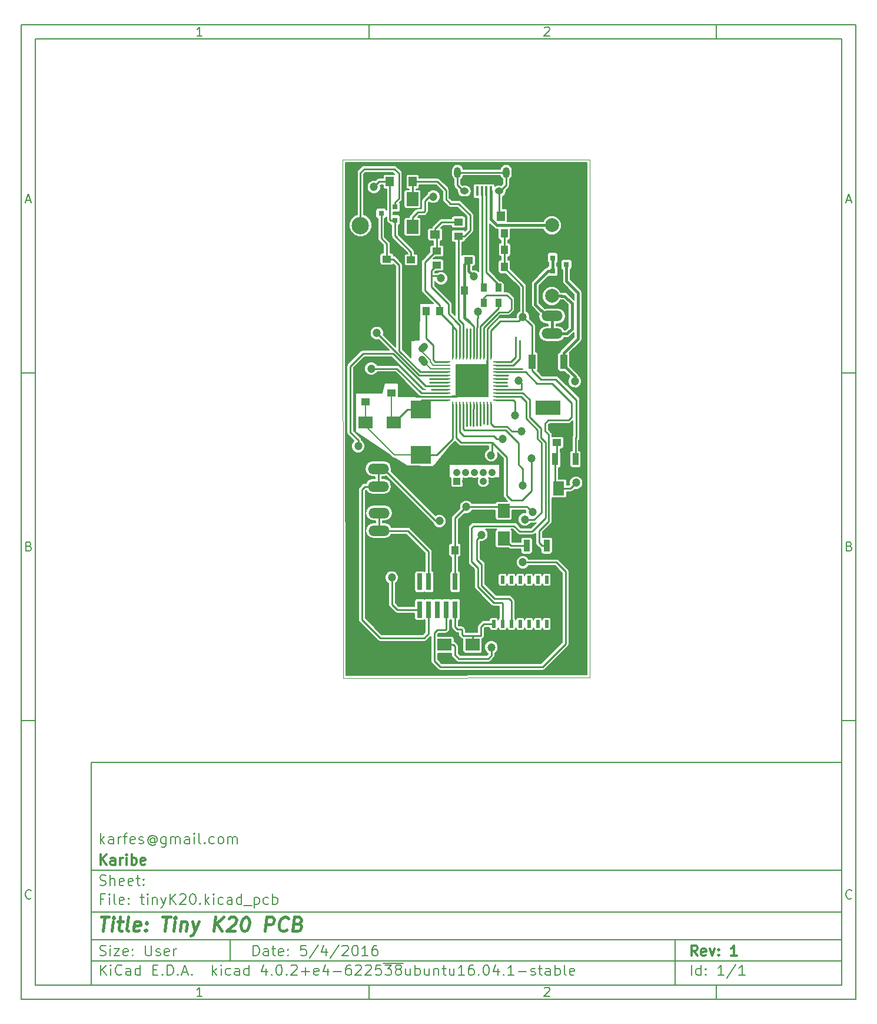
<source format=gbr>
G04 #@! TF.FileFunction,Copper,L1,Top,Signal*
%FSLAX46Y46*%
G04 Gerber Fmt 4.6, Leading zero omitted, Abs format (unit mm)*
G04 Created by KiCad (PCBNEW 4.0.2+e4-6225~38~ubuntu16.04.1-stable) date Wed 01 Jun 2016 06:58:51 PM EAT*
%MOMM*%
G01*
G04 APERTURE LIST*
%ADD10C,0.100000*%
%ADD11C,0.150000*%
%ADD12C,0.300000*%
%ADD13C,0.400000*%
%ADD14R,0.250000X0.700000*%
%ADD15R,0.700000X0.250000*%
%ADD16R,4.600000X4.600000*%
%ADD17R,1.600000X2.000000*%
%ADD18R,0.400000X1.350000*%
%ADD19O,1.250000X0.950000*%
%ADD20O,1.000000X1.550000*%
%ADD21C,1.998980*%
%ADD22R,1.000000X1.250000*%
%ADD23R,1.250000X1.000000*%
%ADD24R,0.800100X0.800100*%
%ADD25R,3.657600X2.032000*%
%ADD26R,1.016000X2.032000*%
%ADD27R,0.508000X1.143000*%
%ADD28R,1.150620X1.399540*%
%ADD29R,1.399540X1.150620*%
%ADD30O,3.014980X1.506220*%
%ADD31C,1.000760*%
%ADD32R,0.760000X2.400000*%
%ADD33R,1.050000X1.050000*%
%ADD34C,1.050000*%
%ADD35R,3.000000X2.500000*%
%ADD36R,1.700000X2.000000*%
%ADD37R,0.900000X1.200000*%
%ADD38R,2.000000X1.700000*%
%ADD39R,0.900000X1.700000*%
%ADD40C,2.499360*%
%ADD41C,1.200000*%
%ADD42C,1.000000*%
%ADD43C,0.250000*%
%ADD44C,0.200000*%
G04 APERTURE END LIST*
D10*
D11*
X20004800Y-115994600D02*
X20004800Y-147994600D01*
X128004800Y-147994600D01*
X128004800Y-115994600D01*
X20004800Y-115994600D01*
D10*
D11*
X10000000Y-10000000D02*
X10000000Y-149994600D01*
X130004800Y-149994600D01*
X130004800Y-10000000D01*
X10000000Y-10000000D01*
D10*
D11*
X12000000Y-12000000D02*
X12000000Y-147994600D01*
X128004800Y-147994600D01*
X128004800Y-12000000D01*
X12000000Y-12000000D01*
D10*
D11*
X60000000Y-12000000D02*
X60000000Y-10000000D01*
D10*
D11*
X110000000Y-12000000D02*
X110000000Y-10000000D01*
D10*
D11*
X35990476Y-11588095D02*
X35247619Y-11588095D01*
X35619048Y-11588095D02*
X35619048Y-10288095D01*
X35495238Y-10473810D01*
X35371429Y-10597619D01*
X35247619Y-10659524D01*
D10*
D11*
X85247619Y-10411905D02*
X85309524Y-10350000D01*
X85433333Y-10288095D01*
X85742857Y-10288095D01*
X85866667Y-10350000D01*
X85928571Y-10411905D01*
X85990476Y-10535714D01*
X85990476Y-10659524D01*
X85928571Y-10845238D01*
X85185714Y-11588095D01*
X85990476Y-11588095D01*
D10*
D11*
X60000000Y-147994600D02*
X60000000Y-149994600D01*
D10*
D11*
X110000000Y-147994600D02*
X110000000Y-149994600D01*
D10*
D11*
X35990476Y-149582695D02*
X35247619Y-149582695D01*
X35619048Y-149582695D02*
X35619048Y-148282695D01*
X35495238Y-148468410D01*
X35371429Y-148592219D01*
X35247619Y-148654124D01*
D10*
D11*
X85247619Y-148406505D02*
X85309524Y-148344600D01*
X85433333Y-148282695D01*
X85742857Y-148282695D01*
X85866667Y-148344600D01*
X85928571Y-148406505D01*
X85990476Y-148530314D01*
X85990476Y-148654124D01*
X85928571Y-148839838D01*
X85185714Y-149582695D01*
X85990476Y-149582695D01*
D10*
D11*
X10000000Y-60000000D02*
X12000000Y-60000000D01*
D10*
D11*
X10000000Y-110000000D02*
X12000000Y-110000000D01*
D10*
D11*
X10690476Y-35216667D02*
X11309524Y-35216667D01*
X10566667Y-35588095D02*
X11000000Y-34288095D01*
X11433333Y-35588095D01*
D10*
D11*
X11092857Y-84907143D02*
X11278571Y-84969048D01*
X11340476Y-85030952D01*
X11402381Y-85154762D01*
X11402381Y-85340476D01*
X11340476Y-85464286D01*
X11278571Y-85526190D01*
X11154762Y-85588095D01*
X10659524Y-85588095D01*
X10659524Y-84288095D01*
X11092857Y-84288095D01*
X11216667Y-84350000D01*
X11278571Y-84411905D01*
X11340476Y-84535714D01*
X11340476Y-84659524D01*
X11278571Y-84783333D01*
X11216667Y-84845238D01*
X11092857Y-84907143D01*
X10659524Y-84907143D01*
D10*
D11*
X11402381Y-135464286D02*
X11340476Y-135526190D01*
X11154762Y-135588095D01*
X11030952Y-135588095D01*
X10845238Y-135526190D01*
X10721429Y-135402381D01*
X10659524Y-135278571D01*
X10597619Y-135030952D01*
X10597619Y-134845238D01*
X10659524Y-134597619D01*
X10721429Y-134473810D01*
X10845238Y-134350000D01*
X11030952Y-134288095D01*
X11154762Y-134288095D01*
X11340476Y-134350000D01*
X11402381Y-134411905D01*
D10*
D11*
X130004800Y-60000000D02*
X128004800Y-60000000D01*
D10*
D11*
X130004800Y-110000000D02*
X128004800Y-110000000D01*
D10*
D11*
X128695276Y-35216667D02*
X129314324Y-35216667D01*
X128571467Y-35588095D02*
X129004800Y-34288095D01*
X129438133Y-35588095D01*
D10*
D11*
X129097657Y-84907143D02*
X129283371Y-84969048D01*
X129345276Y-85030952D01*
X129407181Y-85154762D01*
X129407181Y-85340476D01*
X129345276Y-85464286D01*
X129283371Y-85526190D01*
X129159562Y-85588095D01*
X128664324Y-85588095D01*
X128664324Y-84288095D01*
X129097657Y-84288095D01*
X129221467Y-84350000D01*
X129283371Y-84411905D01*
X129345276Y-84535714D01*
X129345276Y-84659524D01*
X129283371Y-84783333D01*
X129221467Y-84845238D01*
X129097657Y-84907143D01*
X128664324Y-84907143D01*
D10*
D11*
X129407181Y-135464286D02*
X129345276Y-135526190D01*
X129159562Y-135588095D01*
X129035752Y-135588095D01*
X128850038Y-135526190D01*
X128726229Y-135402381D01*
X128664324Y-135278571D01*
X128602419Y-135030952D01*
X128602419Y-134845238D01*
X128664324Y-134597619D01*
X128726229Y-134473810D01*
X128850038Y-134350000D01*
X129035752Y-134288095D01*
X129159562Y-134288095D01*
X129345276Y-134350000D01*
X129407181Y-134411905D01*
D10*
D11*
X43361943Y-143773171D02*
X43361943Y-142273171D01*
X43719086Y-142273171D01*
X43933371Y-142344600D01*
X44076229Y-142487457D01*
X44147657Y-142630314D01*
X44219086Y-142916029D01*
X44219086Y-143130314D01*
X44147657Y-143416029D01*
X44076229Y-143558886D01*
X43933371Y-143701743D01*
X43719086Y-143773171D01*
X43361943Y-143773171D01*
X45504800Y-143773171D02*
X45504800Y-142987457D01*
X45433371Y-142844600D01*
X45290514Y-142773171D01*
X45004800Y-142773171D01*
X44861943Y-142844600D01*
X45504800Y-143701743D02*
X45361943Y-143773171D01*
X45004800Y-143773171D01*
X44861943Y-143701743D01*
X44790514Y-143558886D01*
X44790514Y-143416029D01*
X44861943Y-143273171D01*
X45004800Y-143201743D01*
X45361943Y-143201743D01*
X45504800Y-143130314D01*
X46004800Y-142773171D02*
X46576229Y-142773171D01*
X46219086Y-142273171D02*
X46219086Y-143558886D01*
X46290514Y-143701743D01*
X46433372Y-143773171D01*
X46576229Y-143773171D01*
X47647657Y-143701743D02*
X47504800Y-143773171D01*
X47219086Y-143773171D01*
X47076229Y-143701743D01*
X47004800Y-143558886D01*
X47004800Y-142987457D01*
X47076229Y-142844600D01*
X47219086Y-142773171D01*
X47504800Y-142773171D01*
X47647657Y-142844600D01*
X47719086Y-142987457D01*
X47719086Y-143130314D01*
X47004800Y-143273171D01*
X48361943Y-143630314D02*
X48433371Y-143701743D01*
X48361943Y-143773171D01*
X48290514Y-143701743D01*
X48361943Y-143630314D01*
X48361943Y-143773171D01*
X48361943Y-142844600D02*
X48433371Y-142916029D01*
X48361943Y-142987457D01*
X48290514Y-142916029D01*
X48361943Y-142844600D01*
X48361943Y-142987457D01*
X50933372Y-142273171D02*
X50219086Y-142273171D01*
X50147657Y-142987457D01*
X50219086Y-142916029D01*
X50361943Y-142844600D01*
X50719086Y-142844600D01*
X50861943Y-142916029D01*
X50933372Y-142987457D01*
X51004800Y-143130314D01*
X51004800Y-143487457D01*
X50933372Y-143630314D01*
X50861943Y-143701743D01*
X50719086Y-143773171D01*
X50361943Y-143773171D01*
X50219086Y-143701743D01*
X50147657Y-143630314D01*
X52719085Y-142201743D02*
X51433371Y-144130314D01*
X53861943Y-142773171D02*
X53861943Y-143773171D01*
X53504800Y-142201743D02*
X53147657Y-143273171D01*
X54076229Y-143273171D01*
X55719085Y-142201743D02*
X54433371Y-144130314D01*
X56147657Y-142416029D02*
X56219086Y-142344600D01*
X56361943Y-142273171D01*
X56719086Y-142273171D01*
X56861943Y-142344600D01*
X56933372Y-142416029D01*
X57004800Y-142558886D01*
X57004800Y-142701743D01*
X56933372Y-142916029D01*
X56076229Y-143773171D01*
X57004800Y-143773171D01*
X57933371Y-142273171D02*
X58076228Y-142273171D01*
X58219085Y-142344600D01*
X58290514Y-142416029D01*
X58361943Y-142558886D01*
X58433371Y-142844600D01*
X58433371Y-143201743D01*
X58361943Y-143487457D01*
X58290514Y-143630314D01*
X58219085Y-143701743D01*
X58076228Y-143773171D01*
X57933371Y-143773171D01*
X57790514Y-143701743D01*
X57719085Y-143630314D01*
X57647657Y-143487457D01*
X57576228Y-143201743D01*
X57576228Y-142844600D01*
X57647657Y-142558886D01*
X57719085Y-142416029D01*
X57790514Y-142344600D01*
X57933371Y-142273171D01*
X59861942Y-143773171D02*
X59004799Y-143773171D01*
X59433371Y-143773171D02*
X59433371Y-142273171D01*
X59290514Y-142487457D01*
X59147656Y-142630314D01*
X59004799Y-142701743D01*
X61147656Y-142273171D02*
X60861942Y-142273171D01*
X60719085Y-142344600D01*
X60647656Y-142416029D01*
X60504799Y-142630314D01*
X60433370Y-142916029D01*
X60433370Y-143487457D01*
X60504799Y-143630314D01*
X60576227Y-143701743D01*
X60719085Y-143773171D01*
X61004799Y-143773171D01*
X61147656Y-143701743D01*
X61219085Y-143630314D01*
X61290513Y-143487457D01*
X61290513Y-143130314D01*
X61219085Y-142987457D01*
X61147656Y-142916029D01*
X61004799Y-142844600D01*
X60719085Y-142844600D01*
X60576227Y-142916029D01*
X60504799Y-142987457D01*
X60433370Y-143130314D01*
D10*
D11*
X20004800Y-144494600D02*
X128004800Y-144494600D01*
D10*
D11*
X21361943Y-146573171D02*
X21361943Y-145073171D01*
X22219086Y-146573171D02*
X21576229Y-145716029D01*
X22219086Y-145073171D02*
X21361943Y-145930314D01*
X22861943Y-146573171D02*
X22861943Y-145573171D01*
X22861943Y-145073171D02*
X22790514Y-145144600D01*
X22861943Y-145216029D01*
X22933371Y-145144600D01*
X22861943Y-145073171D01*
X22861943Y-145216029D01*
X24433372Y-146430314D02*
X24361943Y-146501743D01*
X24147657Y-146573171D01*
X24004800Y-146573171D01*
X23790515Y-146501743D01*
X23647657Y-146358886D01*
X23576229Y-146216029D01*
X23504800Y-145930314D01*
X23504800Y-145716029D01*
X23576229Y-145430314D01*
X23647657Y-145287457D01*
X23790515Y-145144600D01*
X24004800Y-145073171D01*
X24147657Y-145073171D01*
X24361943Y-145144600D01*
X24433372Y-145216029D01*
X25719086Y-146573171D02*
X25719086Y-145787457D01*
X25647657Y-145644600D01*
X25504800Y-145573171D01*
X25219086Y-145573171D01*
X25076229Y-145644600D01*
X25719086Y-146501743D02*
X25576229Y-146573171D01*
X25219086Y-146573171D01*
X25076229Y-146501743D01*
X25004800Y-146358886D01*
X25004800Y-146216029D01*
X25076229Y-146073171D01*
X25219086Y-146001743D01*
X25576229Y-146001743D01*
X25719086Y-145930314D01*
X27076229Y-146573171D02*
X27076229Y-145073171D01*
X27076229Y-146501743D02*
X26933372Y-146573171D01*
X26647658Y-146573171D01*
X26504800Y-146501743D01*
X26433372Y-146430314D01*
X26361943Y-146287457D01*
X26361943Y-145858886D01*
X26433372Y-145716029D01*
X26504800Y-145644600D01*
X26647658Y-145573171D01*
X26933372Y-145573171D01*
X27076229Y-145644600D01*
X28933372Y-145787457D02*
X29433372Y-145787457D01*
X29647658Y-146573171D02*
X28933372Y-146573171D01*
X28933372Y-145073171D01*
X29647658Y-145073171D01*
X30290515Y-146430314D02*
X30361943Y-146501743D01*
X30290515Y-146573171D01*
X30219086Y-146501743D01*
X30290515Y-146430314D01*
X30290515Y-146573171D01*
X31004801Y-146573171D02*
X31004801Y-145073171D01*
X31361944Y-145073171D01*
X31576229Y-145144600D01*
X31719087Y-145287457D01*
X31790515Y-145430314D01*
X31861944Y-145716029D01*
X31861944Y-145930314D01*
X31790515Y-146216029D01*
X31719087Y-146358886D01*
X31576229Y-146501743D01*
X31361944Y-146573171D01*
X31004801Y-146573171D01*
X32504801Y-146430314D02*
X32576229Y-146501743D01*
X32504801Y-146573171D01*
X32433372Y-146501743D01*
X32504801Y-146430314D01*
X32504801Y-146573171D01*
X33147658Y-146144600D02*
X33861944Y-146144600D01*
X33004801Y-146573171D02*
X33504801Y-145073171D01*
X34004801Y-146573171D01*
X34504801Y-146430314D02*
X34576229Y-146501743D01*
X34504801Y-146573171D01*
X34433372Y-146501743D01*
X34504801Y-146430314D01*
X34504801Y-146573171D01*
X37504801Y-146573171D02*
X37504801Y-145073171D01*
X37647658Y-146001743D02*
X38076229Y-146573171D01*
X38076229Y-145573171D02*
X37504801Y-146144600D01*
X38719087Y-146573171D02*
X38719087Y-145573171D01*
X38719087Y-145073171D02*
X38647658Y-145144600D01*
X38719087Y-145216029D01*
X38790515Y-145144600D01*
X38719087Y-145073171D01*
X38719087Y-145216029D01*
X40076230Y-146501743D02*
X39933373Y-146573171D01*
X39647659Y-146573171D01*
X39504801Y-146501743D01*
X39433373Y-146430314D01*
X39361944Y-146287457D01*
X39361944Y-145858886D01*
X39433373Y-145716029D01*
X39504801Y-145644600D01*
X39647659Y-145573171D01*
X39933373Y-145573171D01*
X40076230Y-145644600D01*
X41361944Y-146573171D02*
X41361944Y-145787457D01*
X41290515Y-145644600D01*
X41147658Y-145573171D01*
X40861944Y-145573171D01*
X40719087Y-145644600D01*
X41361944Y-146501743D02*
X41219087Y-146573171D01*
X40861944Y-146573171D01*
X40719087Y-146501743D01*
X40647658Y-146358886D01*
X40647658Y-146216029D01*
X40719087Y-146073171D01*
X40861944Y-146001743D01*
X41219087Y-146001743D01*
X41361944Y-145930314D01*
X42719087Y-146573171D02*
X42719087Y-145073171D01*
X42719087Y-146501743D02*
X42576230Y-146573171D01*
X42290516Y-146573171D01*
X42147658Y-146501743D01*
X42076230Y-146430314D01*
X42004801Y-146287457D01*
X42004801Y-145858886D01*
X42076230Y-145716029D01*
X42147658Y-145644600D01*
X42290516Y-145573171D01*
X42576230Y-145573171D01*
X42719087Y-145644600D01*
X45219087Y-145573171D02*
X45219087Y-146573171D01*
X44861944Y-145001743D02*
X44504801Y-146073171D01*
X45433373Y-146073171D01*
X46004801Y-146430314D02*
X46076229Y-146501743D01*
X46004801Y-146573171D01*
X45933372Y-146501743D01*
X46004801Y-146430314D01*
X46004801Y-146573171D01*
X47004801Y-145073171D02*
X47147658Y-145073171D01*
X47290515Y-145144600D01*
X47361944Y-145216029D01*
X47433373Y-145358886D01*
X47504801Y-145644600D01*
X47504801Y-146001743D01*
X47433373Y-146287457D01*
X47361944Y-146430314D01*
X47290515Y-146501743D01*
X47147658Y-146573171D01*
X47004801Y-146573171D01*
X46861944Y-146501743D01*
X46790515Y-146430314D01*
X46719087Y-146287457D01*
X46647658Y-146001743D01*
X46647658Y-145644600D01*
X46719087Y-145358886D01*
X46790515Y-145216029D01*
X46861944Y-145144600D01*
X47004801Y-145073171D01*
X48147658Y-146430314D02*
X48219086Y-146501743D01*
X48147658Y-146573171D01*
X48076229Y-146501743D01*
X48147658Y-146430314D01*
X48147658Y-146573171D01*
X48790515Y-145216029D02*
X48861944Y-145144600D01*
X49004801Y-145073171D01*
X49361944Y-145073171D01*
X49504801Y-145144600D01*
X49576230Y-145216029D01*
X49647658Y-145358886D01*
X49647658Y-145501743D01*
X49576230Y-145716029D01*
X48719087Y-146573171D01*
X49647658Y-146573171D01*
X50290515Y-146001743D02*
X51433372Y-146001743D01*
X50861943Y-146573171D02*
X50861943Y-145430314D01*
X52719086Y-146501743D02*
X52576229Y-146573171D01*
X52290515Y-146573171D01*
X52147658Y-146501743D01*
X52076229Y-146358886D01*
X52076229Y-145787457D01*
X52147658Y-145644600D01*
X52290515Y-145573171D01*
X52576229Y-145573171D01*
X52719086Y-145644600D01*
X52790515Y-145787457D01*
X52790515Y-145930314D01*
X52076229Y-146073171D01*
X54076229Y-145573171D02*
X54076229Y-146573171D01*
X53719086Y-145001743D02*
X53361943Y-146073171D01*
X54290515Y-146073171D01*
X54861943Y-146001743D02*
X56004800Y-146001743D01*
X57361943Y-145073171D02*
X57076229Y-145073171D01*
X56933372Y-145144600D01*
X56861943Y-145216029D01*
X56719086Y-145430314D01*
X56647657Y-145716029D01*
X56647657Y-146287457D01*
X56719086Y-146430314D01*
X56790514Y-146501743D01*
X56933372Y-146573171D01*
X57219086Y-146573171D01*
X57361943Y-146501743D01*
X57433372Y-146430314D01*
X57504800Y-146287457D01*
X57504800Y-145930314D01*
X57433372Y-145787457D01*
X57361943Y-145716029D01*
X57219086Y-145644600D01*
X56933372Y-145644600D01*
X56790514Y-145716029D01*
X56719086Y-145787457D01*
X56647657Y-145930314D01*
X58076228Y-145216029D02*
X58147657Y-145144600D01*
X58290514Y-145073171D01*
X58647657Y-145073171D01*
X58790514Y-145144600D01*
X58861943Y-145216029D01*
X58933371Y-145358886D01*
X58933371Y-145501743D01*
X58861943Y-145716029D01*
X58004800Y-146573171D01*
X58933371Y-146573171D01*
X59504799Y-145216029D02*
X59576228Y-145144600D01*
X59719085Y-145073171D01*
X60076228Y-145073171D01*
X60219085Y-145144600D01*
X60290514Y-145216029D01*
X60361942Y-145358886D01*
X60361942Y-145501743D01*
X60290514Y-145716029D01*
X59433371Y-146573171D01*
X60361942Y-146573171D01*
X61719085Y-145073171D02*
X61004799Y-145073171D01*
X60933370Y-145787457D01*
X61004799Y-145716029D01*
X61147656Y-145644600D01*
X61504799Y-145644600D01*
X61647656Y-145716029D01*
X61719085Y-145787457D01*
X61790513Y-145930314D01*
X61790513Y-146287457D01*
X61719085Y-146430314D01*
X61647656Y-146501743D01*
X61504799Y-146573171D01*
X61147656Y-146573171D01*
X61004799Y-146501743D01*
X60933370Y-146430314D01*
X62290513Y-145073171D02*
X63219084Y-145073171D01*
X62719084Y-145644600D01*
X62933370Y-145644600D01*
X63076227Y-145716029D01*
X63147656Y-145787457D01*
X63219084Y-145930314D01*
X63219084Y-146287457D01*
X63147656Y-146430314D01*
X63076227Y-146501743D01*
X62933370Y-146573171D01*
X62504798Y-146573171D01*
X62361941Y-146501743D01*
X62290513Y-146430314D01*
X64076227Y-145716029D02*
X63933369Y-145644600D01*
X63861941Y-145573171D01*
X63790512Y-145430314D01*
X63790512Y-145358886D01*
X63861941Y-145216029D01*
X63933369Y-145144600D01*
X64076227Y-145073171D01*
X64361941Y-145073171D01*
X64504798Y-145144600D01*
X64576227Y-145216029D01*
X64647655Y-145358886D01*
X64647655Y-145430314D01*
X64576227Y-145573171D01*
X64504798Y-145644600D01*
X64361941Y-145716029D01*
X64076227Y-145716029D01*
X63933369Y-145787457D01*
X63861941Y-145858886D01*
X63790512Y-146001743D01*
X63790512Y-146287457D01*
X63861941Y-146430314D01*
X63933369Y-146501743D01*
X64076227Y-146573171D01*
X64361941Y-146573171D01*
X64504798Y-146501743D01*
X64576227Y-146430314D01*
X64647655Y-146287457D01*
X64647655Y-146001743D01*
X64576227Y-145858886D01*
X64504798Y-145787457D01*
X64361941Y-145716029D01*
X62076227Y-144814600D02*
X64933369Y-144814600D01*
X65933369Y-145573171D02*
X65933369Y-146573171D01*
X65290512Y-145573171D02*
X65290512Y-146358886D01*
X65361940Y-146501743D01*
X65504798Y-146573171D01*
X65719083Y-146573171D01*
X65861940Y-146501743D01*
X65933369Y-146430314D01*
X66647655Y-146573171D02*
X66647655Y-145073171D01*
X66647655Y-145644600D02*
X66790512Y-145573171D01*
X67076226Y-145573171D01*
X67219083Y-145644600D01*
X67290512Y-145716029D01*
X67361941Y-145858886D01*
X67361941Y-146287457D01*
X67290512Y-146430314D01*
X67219083Y-146501743D01*
X67076226Y-146573171D01*
X66790512Y-146573171D01*
X66647655Y-146501743D01*
X68647655Y-145573171D02*
X68647655Y-146573171D01*
X68004798Y-145573171D02*
X68004798Y-146358886D01*
X68076226Y-146501743D01*
X68219084Y-146573171D01*
X68433369Y-146573171D01*
X68576226Y-146501743D01*
X68647655Y-146430314D01*
X69361941Y-145573171D02*
X69361941Y-146573171D01*
X69361941Y-145716029D02*
X69433369Y-145644600D01*
X69576227Y-145573171D01*
X69790512Y-145573171D01*
X69933369Y-145644600D01*
X70004798Y-145787457D01*
X70004798Y-146573171D01*
X70504798Y-145573171D02*
X71076227Y-145573171D01*
X70719084Y-145073171D02*
X70719084Y-146358886D01*
X70790512Y-146501743D01*
X70933370Y-146573171D01*
X71076227Y-146573171D01*
X72219084Y-145573171D02*
X72219084Y-146573171D01*
X71576227Y-145573171D02*
X71576227Y-146358886D01*
X71647655Y-146501743D01*
X71790513Y-146573171D01*
X72004798Y-146573171D01*
X72147655Y-146501743D01*
X72219084Y-146430314D01*
X73719084Y-146573171D02*
X72861941Y-146573171D01*
X73290513Y-146573171D02*
X73290513Y-145073171D01*
X73147656Y-145287457D01*
X73004798Y-145430314D01*
X72861941Y-145501743D01*
X75004798Y-145073171D02*
X74719084Y-145073171D01*
X74576227Y-145144600D01*
X74504798Y-145216029D01*
X74361941Y-145430314D01*
X74290512Y-145716029D01*
X74290512Y-146287457D01*
X74361941Y-146430314D01*
X74433369Y-146501743D01*
X74576227Y-146573171D01*
X74861941Y-146573171D01*
X75004798Y-146501743D01*
X75076227Y-146430314D01*
X75147655Y-146287457D01*
X75147655Y-145930314D01*
X75076227Y-145787457D01*
X75004798Y-145716029D01*
X74861941Y-145644600D01*
X74576227Y-145644600D01*
X74433369Y-145716029D01*
X74361941Y-145787457D01*
X74290512Y-145930314D01*
X75790512Y-146430314D02*
X75861940Y-146501743D01*
X75790512Y-146573171D01*
X75719083Y-146501743D01*
X75790512Y-146430314D01*
X75790512Y-146573171D01*
X76790512Y-145073171D02*
X76933369Y-145073171D01*
X77076226Y-145144600D01*
X77147655Y-145216029D01*
X77219084Y-145358886D01*
X77290512Y-145644600D01*
X77290512Y-146001743D01*
X77219084Y-146287457D01*
X77147655Y-146430314D01*
X77076226Y-146501743D01*
X76933369Y-146573171D01*
X76790512Y-146573171D01*
X76647655Y-146501743D01*
X76576226Y-146430314D01*
X76504798Y-146287457D01*
X76433369Y-146001743D01*
X76433369Y-145644600D01*
X76504798Y-145358886D01*
X76576226Y-145216029D01*
X76647655Y-145144600D01*
X76790512Y-145073171D01*
X78576226Y-145573171D02*
X78576226Y-146573171D01*
X78219083Y-145001743D02*
X77861940Y-146073171D01*
X78790512Y-146073171D01*
X79361940Y-146430314D02*
X79433368Y-146501743D01*
X79361940Y-146573171D01*
X79290511Y-146501743D01*
X79361940Y-146430314D01*
X79361940Y-146573171D01*
X80861940Y-146573171D02*
X80004797Y-146573171D01*
X80433369Y-146573171D02*
X80433369Y-145073171D01*
X80290512Y-145287457D01*
X80147654Y-145430314D01*
X80004797Y-145501743D01*
X81504797Y-146001743D02*
X82647654Y-146001743D01*
X83290511Y-146501743D02*
X83433368Y-146573171D01*
X83719083Y-146573171D01*
X83861940Y-146501743D01*
X83933368Y-146358886D01*
X83933368Y-146287457D01*
X83861940Y-146144600D01*
X83719083Y-146073171D01*
X83504797Y-146073171D01*
X83361940Y-146001743D01*
X83290511Y-145858886D01*
X83290511Y-145787457D01*
X83361940Y-145644600D01*
X83504797Y-145573171D01*
X83719083Y-145573171D01*
X83861940Y-145644600D01*
X84361940Y-145573171D02*
X84933369Y-145573171D01*
X84576226Y-145073171D02*
X84576226Y-146358886D01*
X84647654Y-146501743D01*
X84790512Y-146573171D01*
X84933369Y-146573171D01*
X86076226Y-146573171D02*
X86076226Y-145787457D01*
X86004797Y-145644600D01*
X85861940Y-145573171D01*
X85576226Y-145573171D01*
X85433369Y-145644600D01*
X86076226Y-146501743D02*
X85933369Y-146573171D01*
X85576226Y-146573171D01*
X85433369Y-146501743D01*
X85361940Y-146358886D01*
X85361940Y-146216029D01*
X85433369Y-146073171D01*
X85576226Y-146001743D01*
X85933369Y-146001743D01*
X86076226Y-145930314D01*
X86790512Y-146573171D02*
X86790512Y-145073171D01*
X86790512Y-145644600D02*
X86933369Y-145573171D01*
X87219083Y-145573171D01*
X87361940Y-145644600D01*
X87433369Y-145716029D01*
X87504798Y-145858886D01*
X87504798Y-146287457D01*
X87433369Y-146430314D01*
X87361940Y-146501743D01*
X87219083Y-146573171D01*
X86933369Y-146573171D01*
X86790512Y-146501743D01*
X88361941Y-146573171D02*
X88219083Y-146501743D01*
X88147655Y-146358886D01*
X88147655Y-145073171D01*
X89504797Y-146501743D02*
X89361940Y-146573171D01*
X89076226Y-146573171D01*
X88933369Y-146501743D01*
X88861940Y-146358886D01*
X88861940Y-145787457D01*
X88933369Y-145644600D01*
X89076226Y-145573171D01*
X89361940Y-145573171D01*
X89504797Y-145644600D01*
X89576226Y-145787457D01*
X89576226Y-145930314D01*
X88861940Y-146073171D01*
D10*
D11*
X20004800Y-141494600D02*
X128004800Y-141494600D01*
D10*
D12*
X107219086Y-143773171D02*
X106719086Y-143058886D01*
X106361943Y-143773171D02*
X106361943Y-142273171D01*
X106933371Y-142273171D01*
X107076229Y-142344600D01*
X107147657Y-142416029D01*
X107219086Y-142558886D01*
X107219086Y-142773171D01*
X107147657Y-142916029D01*
X107076229Y-142987457D01*
X106933371Y-143058886D01*
X106361943Y-143058886D01*
X108433371Y-143701743D02*
X108290514Y-143773171D01*
X108004800Y-143773171D01*
X107861943Y-143701743D01*
X107790514Y-143558886D01*
X107790514Y-142987457D01*
X107861943Y-142844600D01*
X108004800Y-142773171D01*
X108290514Y-142773171D01*
X108433371Y-142844600D01*
X108504800Y-142987457D01*
X108504800Y-143130314D01*
X107790514Y-143273171D01*
X109004800Y-142773171D02*
X109361943Y-143773171D01*
X109719085Y-142773171D01*
X110290514Y-143630314D02*
X110361942Y-143701743D01*
X110290514Y-143773171D01*
X110219085Y-143701743D01*
X110290514Y-143630314D01*
X110290514Y-143773171D01*
X110290514Y-142844600D02*
X110361942Y-142916029D01*
X110290514Y-142987457D01*
X110219085Y-142916029D01*
X110290514Y-142844600D01*
X110290514Y-142987457D01*
X112933371Y-143773171D02*
X112076228Y-143773171D01*
X112504800Y-143773171D02*
X112504800Y-142273171D01*
X112361943Y-142487457D01*
X112219085Y-142630314D01*
X112076228Y-142701743D01*
D10*
D11*
X21290514Y-143701743D02*
X21504800Y-143773171D01*
X21861943Y-143773171D01*
X22004800Y-143701743D01*
X22076229Y-143630314D01*
X22147657Y-143487457D01*
X22147657Y-143344600D01*
X22076229Y-143201743D01*
X22004800Y-143130314D01*
X21861943Y-143058886D01*
X21576229Y-142987457D01*
X21433371Y-142916029D01*
X21361943Y-142844600D01*
X21290514Y-142701743D01*
X21290514Y-142558886D01*
X21361943Y-142416029D01*
X21433371Y-142344600D01*
X21576229Y-142273171D01*
X21933371Y-142273171D01*
X22147657Y-142344600D01*
X22790514Y-143773171D02*
X22790514Y-142773171D01*
X22790514Y-142273171D02*
X22719085Y-142344600D01*
X22790514Y-142416029D01*
X22861942Y-142344600D01*
X22790514Y-142273171D01*
X22790514Y-142416029D01*
X23361943Y-142773171D02*
X24147657Y-142773171D01*
X23361943Y-143773171D01*
X24147657Y-143773171D01*
X25290514Y-143701743D02*
X25147657Y-143773171D01*
X24861943Y-143773171D01*
X24719086Y-143701743D01*
X24647657Y-143558886D01*
X24647657Y-142987457D01*
X24719086Y-142844600D01*
X24861943Y-142773171D01*
X25147657Y-142773171D01*
X25290514Y-142844600D01*
X25361943Y-142987457D01*
X25361943Y-143130314D01*
X24647657Y-143273171D01*
X26004800Y-143630314D02*
X26076228Y-143701743D01*
X26004800Y-143773171D01*
X25933371Y-143701743D01*
X26004800Y-143630314D01*
X26004800Y-143773171D01*
X26004800Y-142844600D02*
X26076228Y-142916029D01*
X26004800Y-142987457D01*
X25933371Y-142916029D01*
X26004800Y-142844600D01*
X26004800Y-142987457D01*
X27861943Y-142273171D02*
X27861943Y-143487457D01*
X27933371Y-143630314D01*
X28004800Y-143701743D01*
X28147657Y-143773171D01*
X28433371Y-143773171D01*
X28576229Y-143701743D01*
X28647657Y-143630314D01*
X28719086Y-143487457D01*
X28719086Y-142273171D01*
X29361943Y-143701743D02*
X29504800Y-143773171D01*
X29790515Y-143773171D01*
X29933372Y-143701743D01*
X30004800Y-143558886D01*
X30004800Y-143487457D01*
X29933372Y-143344600D01*
X29790515Y-143273171D01*
X29576229Y-143273171D01*
X29433372Y-143201743D01*
X29361943Y-143058886D01*
X29361943Y-142987457D01*
X29433372Y-142844600D01*
X29576229Y-142773171D01*
X29790515Y-142773171D01*
X29933372Y-142844600D01*
X31219086Y-143701743D02*
X31076229Y-143773171D01*
X30790515Y-143773171D01*
X30647658Y-143701743D01*
X30576229Y-143558886D01*
X30576229Y-142987457D01*
X30647658Y-142844600D01*
X30790515Y-142773171D01*
X31076229Y-142773171D01*
X31219086Y-142844600D01*
X31290515Y-142987457D01*
X31290515Y-143130314D01*
X30576229Y-143273171D01*
X31933372Y-143773171D02*
X31933372Y-142773171D01*
X31933372Y-143058886D02*
X32004800Y-142916029D01*
X32076229Y-142844600D01*
X32219086Y-142773171D01*
X32361943Y-142773171D01*
D10*
D11*
X106361943Y-146573171D02*
X106361943Y-145073171D01*
X107719086Y-146573171D02*
X107719086Y-145073171D01*
X107719086Y-146501743D02*
X107576229Y-146573171D01*
X107290515Y-146573171D01*
X107147657Y-146501743D01*
X107076229Y-146430314D01*
X107004800Y-146287457D01*
X107004800Y-145858886D01*
X107076229Y-145716029D01*
X107147657Y-145644600D01*
X107290515Y-145573171D01*
X107576229Y-145573171D01*
X107719086Y-145644600D01*
X108433372Y-146430314D02*
X108504800Y-146501743D01*
X108433372Y-146573171D01*
X108361943Y-146501743D01*
X108433372Y-146430314D01*
X108433372Y-146573171D01*
X108433372Y-145644600D02*
X108504800Y-145716029D01*
X108433372Y-145787457D01*
X108361943Y-145716029D01*
X108433372Y-145644600D01*
X108433372Y-145787457D01*
X111076229Y-146573171D02*
X110219086Y-146573171D01*
X110647658Y-146573171D02*
X110647658Y-145073171D01*
X110504801Y-145287457D01*
X110361943Y-145430314D01*
X110219086Y-145501743D01*
X112790514Y-145001743D02*
X111504800Y-146930314D01*
X114076229Y-146573171D02*
X113219086Y-146573171D01*
X113647658Y-146573171D02*
X113647658Y-145073171D01*
X113504801Y-145287457D01*
X113361943Y-145430314D01*
X113219086Y-145501743D01*
D10*
D11*
X20004800Y-137494600D02*
X128004800Y-137494600D01*
D10*
D13*
X21457181Y-138199362D02*
X22600038Y-138199362D01*
X21778610Y-140199362D02*
X22028610Y-138199362D01*
X23016705Y-140199362D02*
X23183371Y-138866029D01*
X23266705Y-138199362D02*
X23159562Y-138294600D01*
X23242895Y-138389838D01*
X23350039Y-138294600D01*
X23266705Y-138199362D01*
X23242895Y-138389838D01*
X23850038Y-138866029D02*
X24611943Y-138866029D01*
X24219086Y-138199362D02*
X24004800Y-139913648D01*
X24076230Y-140104124D01*
X24254801Y-140199362D01*
X24445277Y-140199362D01*
X25397658Y-140199362D02*
X25219087Y-140104124D01*
X25147657Y-139913648D01*
X25361943Y-138199362D01*
X26933372Y-140104124D02*
X26730991Y-140199362D01*
X26350039Y-140199362D01*
X26171467Y-140104124D01*
X26100038Y-139913648D01*
X26195276Y-139151743D01*
X26314324Y-138961267D01*
X26516705Y-138866029D01*
X26897657Y-138866029D01*
X27076229Y-138961267D01*
X27147657Y-139151743D01*
X27123848Y-139342219D01*
X26147657Y-139532695D01*
X27897657Y-140008886D02*
X27980992Y-140104124D01*
X27873848Y-140199362D01*
X27790515Y-140104124D01*
X27897657Y-140008886D01*
X27873848Y-140199362D01*
X28028610Y-138961267D02*
X28111944Y-139056505D01*
X28004800Y-139151743D01*
X27921467Y-139056505D01*
X28028610Y-138961267D01*
X28004800Y-139151743D01*
X30314325Y-138199362D02*
X31457182Y-138199362D01*
X30635754Y-140199362D02*
X30885754Y-138199362D01*
X31873849Y-140199362D02*
X32040515Y-138866029D01*
X32123849Y-138199362D02*
X32016706Y-138294600D01*
X32100039Y-138389838D01*
X32207183Y-138294600D01*
X32123849Y-138199362D01*
X32100039Y-138389838D01*
X32992896Y-138866029D02*
X32826230Y-140199362D01*
X32969087Y-139056505D02*
X33076231Y-138961267D01*
X33278611Y-138866029D01*
X33564325Y-138866029D01*
X33742897Y-138961267D01*
X33814325Y-139151743D01*
X33683373Y-140199362D01*
X34611944Y-138866029D02*
X34921469Y-140199362D01*
X35564325Y-138866029D02*
X34921469Y-140199362D01*
X34671469Y-140675552D01*
X34564325Y-140770790D01*
X34361944Y-140866029D01*
X37683374Y-140199362D02*
X37933374Y-138199362D01*
X38826232Y-140199362D02*
X38111946Y-139056505D01*
X39076232Y-138199362D02*
X37790517Y-139342219D01*
X39814326Y-138389838D02*
X39921469Y-138294600D01*
X40123851Y-138199362D01*
X40600041Y-138199362D01*
X40778612Y-138294600D01*
X40861945Y-138389838D01*
X40933375Y-138580314D01*
X40909565Y-138770790D01*
X40778612Y-139056505D01*
X39492898Y-140199362D01*
X40730994Y-140199362D01*
X42219089Y-138199362D02*
X42409565Y-138199362D01*
X42588136Y-138294600D01*
X42671469Y-138389838D01*
X42742898Y-138580314D01*
X42790518Y-138961267D01*
X42730994Y-139437457D01*
X42588136Y-139818410D01*
X42469088Y-140008886D01*
X42361946Y-140104124D01*
X42159565Y-140199362D01*
X41969089Y-140199362D01*
X41790518Y-140104124D01*
X41707184Y-140008886D01*
X41635755Y-139818410D01*
X41588136Y-139437457D01*
X41647660Y-138961267D01*
X41790517Y-138580314D01*
X41909565Y-138389838D01*
X42016708Y-138294600D01*
X42219089Y-138199362D01*
X45016708Y-140199362D02*
X45266708Y-138199362D01*
X46028613Y-138199362D01*
X46207184Y-138294600D01*
X46290518Y-138389838D01*
X46361947Y-138580314D01*
X46326232Y-138866029D01*
X46207185Y-139056505D01*
X46100041Y-139151743D01*
X45897660Y-139246981D01*
X45135755Y-139246981D01*
X48183375Y-140008886D02*
X48076233Y-140104124D01*
X47778613Y-140199362D01*
X47588137Y-140199362D01*
X47314328Y-140104124D01*
X47147661Y-139913648D01*
X47076232Y-139723171D01*
X47028613Y-139342219D01*
X47064327Y-139056505D01*
X47207184Y-138675552D01*
X47326233Y-138485076D01*
X47540518Y-138294600D01*
X47838137Y-138199362D01*
X48028613Y-138199362D01*
X48302423Y-138294600D01*
X48385756Y-138389838D01*
X49814327Y-139151743D02*
X50088136Y-139246981D01*
X50171471Y-139342219D01*
X50242899Y-139532695D01*
X50207185Y-139818410D01*
X50088137Y-140008886D01*
X49980994Y-140104124D01*
X49778613Y-140199362D01*
X49016708Y-140199362D01*
X49266708Y-138199362D01*
X49933375Y-138199362D01*
X50111946Y-138294600D01*
X50195279Y-138389838D01*
X50266709Y-138580314D01*
X50242899Y-138770790D01*
X50123851Y-138961267D01*
X50016708Y-139056505D01*
X49814327Y-139151743D01*
X49147660Y-139151743D01*
D10*
D11*
X21861943Y-135587457D02*
X21361943Y-135587457D01*
X21361943Y-136373171D02*
X21361943Y-134873171D01*
X22076229Y-134873171D01*
X22647657Y-136373171D02*
X22647657Y-135373171D01*
X22647657Y-134873171D02*
X22576228Y-134944600D01*
X22647657Y-135016029D01*
X22719085Y-134944600D01*
X22647657Y-134873171D01*
X22647657Y-135016029D01*
X23576229Y-136373171D02*
X23433371Y-136301743D01*
X23361943Y-136158886D01*
X23361943Y-134873171D01*
X24719085Y-136301743D02*
X24576228Y-136373171D01*
X24290514Y-136373171D01*
X24147657Y-136301743D01*
X24076228Y-136158886D01*
X24076228Y-135587457D01*
X24147657Y-135444600D01*
X24290514Y-135373171D01*
X24576228Y-135373171D01*
X24719085Y-135444600D01*
X24790514Y-135587457D01*
X24790514Y-135730314D01*
X24076228Y-135873171D01*
X25433371Y-136230314D02*
X25504799Y-136301743D01*
X25433371Y-136373171D01*
X25361942Y-136301743D01*
X25433371Y-136230314D01*
X25433371Y-136373171D01*
X25433371Y-135444600D02*
X25504799Y-135516029D01*
X25433371Y-135587457D01*
X25361942Y-135516029D01*
X25433371Y-135444600D01*
X25433371Y-135587457D01*
X27076228Y-135373171D02*
X27647657Y-135373171D01*
X27290514Y-134873171D02*
X27290514Y-136158886D01*
X27361942Y-136301743D01*
X27504800Y-136373171D01*
X27647657Y-136373171D01*
X28147657Y-136373171D02*
X28147657Y-135373171D01*
X28147657Y-134873171D02*
X28076228Y-134944600D01*
X28147657Y-135016029D01*
X28219085Y-134944600D01*
X28147657Y-134873171D01*
X28147657Y-135016029D01*
X28861943Y-135373171D02*
X28861943Y-136373171D01*
X28861943Y-135516029D02*
X28933371Y-135444600D01*
X29076229Y-135373171D01*
X29290514Y-135373171D01*
X29433371Y-135444600D01*
X29504800Y-135587457D01*
X29504800Y-136373171D01*
X30076229Y-135373171D02*
X30433372Y-136373171D01*
X30790514Y-135373171D02*
X30433372Y-136373171D01*
X30290514Y-136730314D01*
X30219086Y-136801743D01*
X30076229Y-136873171D01*
X31361943Y-136373171D02*
X31361943Y-134873171D01*
X32219086Y-136373171D02*
X31576229Y-135516029D01*
X32219086Y-134873171D02*
X31361943Y-135730314D01*
X32790514Y-135016029D02*
X32861943Y-134944600D01*
X33004800Y-134873171D01*
X33361943Y-134873171D01*
X33504800Y-134944600D01*
X33576229Y-135016029D01*
X33647657Y-135158886D01*
X33647657Y-135301743D01*
X33576229Y-135516029D01*
X32719086Y-136373171D01*
X33647657Y-136373171D01*
X34576228Y-134873171D02*
X34719085Y-134873171D01*
X34861942Y-134944600D01*
X34933371Y-135016029D01*
X35004800Y-135158886D01*
X35076228Y-135444600D01*
X35076228Y-135801743D01*
X35004800Y-136087457D01*
X34933371Y-136230314D01*
X34861942Y-136301743D01*
X34719085Y-136373171D01*
X34576228Y-136373171D01*
X34433371Y-136301743D01*
X34361942Y-136230314D01*
X34290514Y-136087457D01*
X34219085Y-135801743D01*
X34219085Y-135444600D01*
X34290514Y-135158886D01*
X34361942Y-135016029D01*
X34433371Y-134944600D01*
X34576228Y-134873171D01*
X35719085Y-136230314D02*
X35790513Y-136301743D01*
X35719085Y-136373171D01*
X35647656Y-136301743D01*
X35719085Y-136230314D01*
X35719085Y-136373171D01*
X36433371Y-136373171D02*
X36433371Y-134873171D01*
X36576228Y-135801743D02*
X37004799Y-136373171D01*
X37004799Y-135373171D02*
X36433371Y-135944600D01*
X37647657Y-136373171D02*
X37647657Y-135373171D01*
X37647657Y-134873171D02*
X37576228Y-134944600D01*
X37647657Y-135016029D01*
X37719085Y-134944600D01*
X37647657Y-134873171D01*
X37647657Y-135016029D01*
X39004800Y-136301743D02*
X38861943Y-136373171D01*
X38576229Y-136373171D01*
X38433371Y-136301743D01*
X38361943Y-136230314D01*
X38290514Y-136087457D01*
X38290514Y-135658886D01*
X38361943Y-135516029D01*
X38433371Y-135444600D01*
X38576229Y-135373171D01*
X38861943Y-135373171D01*
X39004800Y-135444600D01*
X40290514Y-136373171D02*
X40290514Y-135587457D01*
X40219085Y-135444600D01*
X40076228Y-135373171D01*
X39790514Y-135373171D01*
X39647657Y-135444600D01*
X40290514Y-136301743D02*
X40147657Y-136373171D01*
X39790514Y-136373171D01*
X39647657Y-136301743D01*
X39576228Y-136158886D01*
X39576228Y-136016029D01*
X39647657Y-135873171D01*
X39790514Y-135801743D01*
X40147657Y-135801743D01*
X40290514Y-135730314D01*
X41647657Y-136373171D02*
X41647657Y-134873171D01*
X41647657Y-136301743D02*
X41504800Y-136373171D01*
X41219086Y-136373171D01*
X41076228Y-136301743D01*
X41004800Y-136230314D01*
X40933371Y-136087457D01*
X40933371Y-135658886D01*
X41004800Y-135516029D01*
X41076228Y-135444600D01*
X41219086Y-135373171D01*
X41504800Y-135373171D01*
X41647657Y-135444600D01*
X42004800Y-136516029D02*
X43147657Y-136516029D01*
X43504800Y-135373171D02*
X43504800Y-136873171D01*
X43504800Y-135444600D02*
X43647657Y-135373171D01*
X43933371Y-135373171D01*
X44076228Y-135444600D01*
X44147657Y-135516029D01*
X44219086Y-135658886D01*
X44219086Y-136087457D01*
X44147657Y-136230314D01*
X44076228Y-136301743D01*
X43933371Y-136373171D01*
X43647657Y-136373171D01*
X43504800Y-136301743D01*
X45504800Y-136301743D02*
X45361943Y-136373171D01*
X45076229Y-136373171D01*
X44933371Y-136301743D01*
X44861943Y-136230314D01*
X44790514Y-136087457D01*
X44790514Y-135658886D01*
X44861943Y-135516029D01*
X44933371Y-135444600D01*
X45076229Y-135373171D01*
X45361943Y-135373171D01*
X45504800Y-135444600D01*
X46147657Y-136373171D02*
X46147657Y-134873171D01*
X46147657Y-135444600D02*
X46290514Y-135373171D01*
X46576228Y-135373171D01*
X46719085Y-135444600D01*
X46790514Y-135516029D01*
X46861943Y-135658886D01*
X46861943Y-136087457D01*
X46790514Y-136230314D01*
X46719085Y-136301743D01*
X46576228Y-136373171D01*
X46290514Y-136373171D01*
X46147657Y-136301743D01*
D10*
D11*
X20004800Y-131494600D02*
X128004800Y-131494600D01*
D10*
D11*
X21290514Y-133601743D02*
X21504800Y-133673171D01*
X21861943Y-133673171D01*
X22004800Y-133601743D01*
X22076229Y-133530314D01*
X22147657Y-133387457D01*
X22147657Y-133244600D01*
X22076229Y-133101743D01*
X22004800Y-133030314D01*
X21861943Y-132958886D01*
X21576229Y-132887457D01*
X21433371Y-132816029D01*
X21361943Y-132744600D01*
X21290514Y-132601743D01*
X21290514Y-132458886D01*
X21361943Y-132316029D01*
X21433371Y-132244600D01*
X21576229Y-132173171D01*
X21933371Y-132173171D01*
X22147657Y-132244600D01*
X22790514Y-133673171D02*
X22790514Y-132173171D01*
X23433371Y-133673171D02*
X23433371Y-132887457D01*
X23361942Y-132744600D01*
X23219085Y-132673171D01*
X23004800Y-132673171D01*
X22861942Y-132744600D01*
X22790514Y-132816029D01*
X24719085Y-133601743D02*
X24576228Y-133673171D01*
X24290514Y-133673171D01*
X24147657Y-133601743D01*
X24076228Y-133458886D01*
X24076228Y-132887457D01*
X24147657Y-132744600D01*
X24290514Y-132673171D01*
X24576228Y-132673171D01*
X24719085Y-132744600D01*
X24790514Y-132887457D01*
X24790514Y-133030314D01*
X24076228Y-133173171D01*
X26004799Y-133601743D02*
X25861942Y-133673171D01*
X25576228Y-133673171D01*
X25433371Y-133601743D01*
X25361942Y-133458886D01*
X25361942Y-132887457D01*
X25433371Y-132744600D01*
X25576228Y-132673171D01*
X25861942Y-132673171D01*
X26004799Y-132744600D01*
X26076228Y-132887457D01*
X26076228Y-133030314D01*
X25361942Y-133173171D01*
X26504799Y-132673171D02*
X27076228Y-132673171D01*
X26719085Y-132173171D02*
X26719085Y-133458886D01*
X26790513Y-133601743D01*
X26933371Y-133673171D01*
X27076228Y-133673171D01*
X27576228Y-133530314D02*
X27647656Y-133601743D01*
X27576228Y-133673171D01*
X27504799Y-133601743D01*
X27576228Y-133530314D01*
X27576228Y-133673171D01*
X27576228Y-132744600D02*
X27647656Y-132816029D01*
X27576228Y-132887457D01*
X27504799Y-132816029D01*
X27576228Y-132744600D01*
X27576228Y-132887457D01*
D10*
D12*
X21361943Y-130673171D02*
X21361943Y-129173171D01*
X22219086Y-130673171D02*
X21576229Y-129816029D01*
X22219086Y-129173171D02*
X21361943Y-130030314D01*
X23504800Y-130673171D02*
X23504800Y-129887457D01*
X23433371Y-129744600D01*
X23290514Y-129673171D01*
X23004800Y-129673171D01*
X22861943Y-129744600D01*
X23504800Y-130601743D02*
X23361943Y-130673171D01*
X23004800Y-130673171D01*
X22861943Y-130601743D01*
X22790514Y-130458886D01*
X22790514Y-130316029D01*
X22861943Y-130173171D01*
X23004800Y-130101743D01*
X23361943Y-130101743D01*
X23504800Y-130030314D01*
X24219086Y-130673171D02*
X24219086Y-129673171D01*
X24219086Y-129958886D02*
X24290514Y-129816029D01*
X24361943Y-129744600D01*
X24504800Y-129673171D01*
X24647657Y-129673171D01*
X25147657Y-130673171D02*
X25147657Y-129673171D01*
X25147657Y-129173171D02*
X25076228Y-129244600D01*
X25147657Y-129316029D01*
X25219085Y-129244600D01*
X25147657Y-129173171D01*
X25147657Y-129316029D01*
X25861943Y-130673171D02*
X25861943Y-129173171D01*
X25861943Y-129744600D02*
X26004800Y-129673171D01*
X26290514Y-129673171D01*
X26433371Y-129744600D01*
X26504800Y-129816029D01*
X26576229Y-129958886D01*
X26576229Y-130387457D01*
X26504800Y-130530314D01*
X26433371Y-130601743D01*
X26290514Y-130673171D01*
X26004800Y-130673171D01*
X25861943Y-130601743D01*
X27790514Y-130601743D02*
X27647657Y-130673171D01*
X27361943Y-130673171D01*
X27219086Y-130601743D01*
X27147657Y-130458886D01*
X27147657Y-129887457D01*
X27219086Y-129744600D01*
X27361943Y-129673171D01*
X27647657Y-129673171D01*
X27790514Y-129744600D01*
X27861943Y-129887457D01*
X27861943Y-130030314D01*
X27147657Y-130173171D01*
D10*
D11*
X21361943Y-127673171D02*
X21361943Y-126173171D01*
X21504800Y-127101743D02*
X21933371Y-127673171D01*
X21933371Y-126673171D02*
X21361943Y-127244600D01*
X23219086Y-127673171D02*
X23219086Y-126887457D01*
X23147657Y-126744600D01*
X23004800Y-126673171D01*
X22719086Y-126673171D01*
X22576229Y-126744600D01*
X23219086Y-127601743D02*
X23076229Y-127673171D01*
X22719086Y-127673171D01*
X22576229Y-127601743D01*
X22504800Y-127458886D01*
X22504800Y-127316029D01*
X22576229Y-127173171D01*
X22719086Y-127101743D01*
X23076229Y-127101743D01*
X23219086Y-127030314D01*
X23933372Y-127673171D02*
X23933372Y-126673171D01*
X23933372Y-126958886D02*
X24004800Y-126816029D01*
X24076229Y-126744600D01*
X24219086Y-126673171D01*
X24361943Y-126673171D01*
X24647657Y-126673171D02*
X25219086Y-126673171D01*
X24861943Y-127673171D02*
X24861943Y-126387457D01*
X24933371Y-126244600D01*
X25076229Y-126173171D01*
X25219086Y-126173171D01*
X26290514Y-127601743D02*
X26147657Y-127673171D01*
X25861943Y-127673171D01*
X25719086Y-127601743D01*
X25647657Y-127458886D01*
X25647657Y-126887457D01*
X25719086Y-126744600D01*
X25861943Y-126673171D01*
X26147657Y-126673171D01*
X26290514Y-126744600D01*
X26361943Y-126887457D01*
X26361943Y-127030314D01*
X25647657Y-127173171D01*
X26933371Y-127601743D02*
X27076228Y-127673171D01*
X27361943Y-127673171D01*
X27504800Y-127601743D01*
X27576228Y-127458886D01*
X27576228Y-127387457D01*
X27504800Y-127244600D01*
X27361943Y-127173171D01*
X27147657Y-127173171D01*
X27004800Y-127101743D01*
X26933371Y-126958886D01*
X26933371Y-126887457D01*
X27004800Y-126744600D01*
X27147657Y-126673171D01*
X27361943Y-126673171D01*
X27504800Y-126744600D01*
X29147657Y-126958886D02*
X29076229Y-126887457D01*
X28933372Y-126816029D01*
X28790514Y-126816029D01*
X28647657Y-126887457D01*
X28576229Y-126958886D01*
X28504800Y-127101743D01*
X28504800Y-127244600D01*
X28576229Y-127387457D01*
X28647657Y-127458886D01*
X28790514Y-127530314D01*
X28933372Y-127530314D01*
X29076229Y-127458886D01*
X29147657Y-127387457D01*
X29147657Y-126816029D02*
X29147657Y-127387457D01*
X29219086Y-127458886D01*
X29290514Y-127458886D01*
X29433372Y-127387457D01*
X29504800Y-127244600D01*
X29504800Y-126887457D01*
X29361943Y-126673171D01*
X29147657Y-126530314D01*
X28861943Y-126458886D01*
X28576229Y-126530314D01*
X28361943Y-126673171D01*
X28219086Y-126887457D01*
X28147657Y-127173171D01*
X28219086Y-127458886D01*
X28361943Y-127673171D01*
X28576229Y-127816029D01*
X28861943Y-127887457D01*
X29147657Y-127816029D01*
X29361943Y-127673171D01*
X30790514Y-126673171D02*
X30790514Y-127887457D01*
X30719085Y-128030314D01*
X30647657Y-128101743D01*
X30504800Y-128173171D01*
X30290514Y-128173171D01*
X30147657Y-128101743D01*
X30790514Y-127601743D02*
X30647657Y-127673171D01*
X30361943Y-127673171D01*
X30219085Y-127601743D01*
X30147657Y-127530314D01*
X30076228Y-127387457D01*
X30076228Y-126958886D01*
X30147657Y-126816029D01*
X30219085Y-126744600D01*
X30361943Y-126673171D01*
X30647657Y-126673171D01*
X30790514Y-126744600D01*
X31504800Y-127673171D02*
X31504800Y-126673171D01*
X31504800Y-126816029D02*
X31576228Y-126744600D01*
X31719086Y-126673171D01*
X31933371Y-126673171D01*
X32076228Y-126744600D01*
X32147657Y-126887457D01*
X32147657Y-127673171D01*
X32147657Y-126887457D02*
X32219086Y-126744600D01*
X32361943Y-126673171D01*
X32576228Y-126673171D01*
X32719086Y-126744600D01*
X32790514Y-126887457D01*
X32790514Y-127673171D01*
X34147657Y-127673171D02*
X34147657Y-126887457D01*
X34076228Y-126744600D01*
X33933371Y-126673171D01*
X33647657Y-126673171D01*
X33504800Y-126744600D01*
X34147657Y-127601743D02*
X34004800Y-127673171D01*
X33647657Y-127673171D01*
X33504800Y-127601743D01*
X33433371Y-127458886D01*
X33433371Y-127316029D01*
X33504800Y-127173171D01*
X33647657Y-127101743D01*
X34004800Y-127101743D01*
X34147657Y-127030314D01*
X34861943Y-127673171D02*
X34861943Y-126673171D01*
X34861943Y-126173171D02*
X34790514Y-126244600D01*
X34861943Y-126316029D01*
X34933371Y-126244600D01*
X34861943Y-126173171D01*
X34861943Y-126316029D01*
X35790515Y-127673171D02*
X35647657Y-127601743D01*
X35576229Y-127458886D01*
X35576229Y-126173171D01*
X36361943Y-127530314D02*
X36433371Y-127601743D01*
X36361943Y-127673171D01*
X36290514Y-127601743D01*
X36361943Y-127530314D01*
X36361943Y-127673171D01*
X37719086Y-127601743D02*
X37576229Y-127673171D01*
X37290515Y-127673171D01*
X37147657Y-127601743D01*
X37076229Y-127530314D01*
X37004800Y-127387457D01*
X37004800Y-126958886D01*
X37076229Y-126816029D01*
X37147657Y-126744600D01*
X37290515Y-126673171D01*
X37576229Y-126673171D01*
X37719086Y-126744600D01*
X38576229Y-127673171D02*
X38433371Y-127601743D01*
X38361943Y-127530314D01*
X38290514Y-127387457D01*
X38290514Y-126958886D01*
X38361943Y-126816029D01*
X38433371Y-126744600D01*
X38576229Y-126673171D01*
X38790514Y-126673171D01*
X38933371Y-126744600D01*
X39004800Y-126816029D01*
X39076229Y-126958886D01*
X39076229Y-127387457D01*
X39004800Y-127530314D01*
X38933371Y-127601743D01*
X38790514Y-127673171D01*
X38576229Y-127673171D01*
X39719086Y-127673171D02*
X39719086Y-126673171D01*
X39719086Y-126816029D02*
X39790514Y-126744600D01*
X39933372Y-126673171D01*
X40147657Y-126673171D01*
X40290514Y-126744600D01*
X40361943Y-126887457D01*
X40361943Y-127673171D01*
X40361943Y-126887457D02*
X40433372Y-126744600D01*
X40576229Y-126673171D01*
X40790514Y-126673171D01*
X40933372Y-126744600D01*
X41004800Y-126887457D01*
X41004800Y-127673171D01*
D10*
D11*
X40004800Y-141494600D02*
X40004800Y-144494600D01*
D10*
D11*
X104004800Y-141494600D02*
X104004800Y-147994600D01*
D10*
X56261000Y-103835200D02*
X56184800Y-29337000D01*
X91782900Y-103822500D02*
X56261000Y-103835200D01*
X91744800Y-29337000D02*
X91782900Y-103822500D01*
X56184800Y-29337000D02*
X91744800Y-29337000D01*
D14*
X77539600Y-57734200D03*
X77039600Y-57734200D03*
X76539600Y-57734200D03*
X76039600Y-57734200D03*
X75539600Y-57734200D03*
X75039600Y-57734200D03*
X74539600Y-57734200D03*
X74039600Y-57734200D03*
X73539600Y-57734200D03*
X73039600Y-57734200D03*
X72539600Y-57734200D03*
X72039600Y-57734200D03*
D15*
X71389600Y-58384200D03*
X71389600Y-58884200D03*
X71389600Y-59384200D03*
X71389600Y-59884200D03*
X71389600Y-60384200D03*
X71389600Y-60884200D03*
X71389600Y-61384200D03*
X71389600Y-61884200D03*
X71389600Y-62384200D03*
X71389600Y-62884200D03*
X71389600Y-63384200D03*
X71389600Y-63884200D03*
D14*
X72039600Y-64534200D03*
X72539600Y-64534200D03*
X73039600Y-64534200D03*
X73539600Y-64534200D03*
X74039600Y-64534200D03*
X74539600Y-64534200D03*
X75039600Y-64534200D03*
X75539600Y-64534200D03*
X76039600Y-64534200D03*
X76539600Y-64534200D03*
X77039600Y-64534200D03*
X77539600Y-64534200D03*
D15*
X78189600Y-63884200D03*
X78189600Y-63384200D03*
X78189600Y-62884200D03*
X78189600Y-62384200D03*
X78189600Y-61884200D03*
X78189600Y-61384200D03*
X78189600Y-60884200D03*
X78189600Y-60384200D03*
X78189600Y-59884200D03*
X78189600Y-59384200D03*
X78189600Y-58884200D03*
X78189600Y-58384200D03*
D16*
X74789600Y-61134200D03*
D17*
X87287100Y-76606400D03*
X87287100Y-82006400D03*
D18*
X77530600Y-33891200D03*
X76880600Y-33891200D03*
X76230600Y-33891200D03*
X75580600Y-33891200D03*
X74930600Y-33891200D03*
D19*
X78730600Y-33891200D03*
X73730600Y-33891200D03*
D20*
X79730600Y-31191200D03*
X72730600Y-31191200D03*
D21*
X86296500Y-38798500D03*
X86296500Y-48958500D03*
D22*
X73736200Y-48145700D03*
X71736200Y-48145700D03*
D23*
X72872600Y-40335200D03*
X72872600Y-38335200D03*
X69748400Y-44488100D03*
X69748400Y-42488100D03*
D22*
X79457800Y-39928800D03*
X81457800Y-39928800D03*
X79457800Y-44754800D03*
X81457800Y-44754800D03*
X79495900Y-42316400D03*
X81495900Y-42316400D03*
X70192900Y-51155600D03*
X68192900Y-51155600D03*
D23*
X74295000Y-43846500D03*
X74295000Y-41846500D03*
X66052700Y-43767500D03*
X66052700Y-45767500D03*
X62572900Y-43643800D03*
X62572900Y-45643800D03*
X87045800Y-70027800D03*
X87045800Y-68027800D03*
D22*
X72351900Y-85471000D03*
X70351900Y-85471000D03*
D24*
X86405720Y-43474600D03*
X86405720Y-45374600D03*
X88404700Y-44424600D03*
X63741300Y-38049200D03*
X63741300Y-36149200D03*
X61742320Y-37099200D03*
D25*
X85737700Y-65011300D03*
D26*
X85737700Y-58407300D03*
X83451700Y-58407300D03*
X88023700Y-58407300D03*
D27*
X85572600Y-89725500D03*
X84302600Y-89725500D03*
X83032600Y-89725500D03*
X81762600Y-89725500D03*
X80492600Y-89725500D03*
X79222600Y-89725500D03*
X77952600Y-89725500D03*
X77952600Y-96075500D03*
X79222600Y-96075500D03*
X81762600Y-96075500D03*
X83032600Y-96075500D03*
X84302600Y-96075500D03*
X85572600Y-96075500D03*
X80492600Y-96075500D03*
D28*
X78955900Y-37477700D03*
X82207100Y-37477700D03*
D29*
X69507100Y-40119300D03*
X69507100Y-36868100D03*
D28*
X63004700Y-32524700D03*
X66255900Y-32524700D03*
D30*
X86347300Y-51841400D03*
X86347300Y-54381400D03*
X61341000Y-73787000D03*
X61341000Y-76327000D03*
X61455300Y-80137000D03*
X61455300Y-82677000D03*
D31*
X67978245Y-58453245D02*
X67624423Y-58099423D01*
X67624423Y-56530777D02*
X67978245Y-56176955D01*
D23*
X63233300Y-60934600D03*
X63233300Y-62934600D03*
X59512200Y-62131700D03*
X59512200Y-64131700D03*
D32*
X72390000Y-90030300D03*
X72390000Y-94030300D03*
X71120000Y-90030300D03*
X71120000Y-94030300D03*
X69850000Y-90030300D03*
X69850000Y-94030300D03*
X68580000Y-90030300D03*
X68580000Y-94030300D03*
X67310000Y-90030300D03*
X67310000Y-94030300D03*
D33*
X72644000Y-75565000D03*
D34*
X73914000Y-75565000D03*
X75184000Y-75565000D03*
X76454000Y-75565000D03*
X77724000Y-75565000D03*
X73914000Y-74295000D03*
X75184000Y-74295000D03*
X76454000Y-74295000D03*
X77724000Y-74295000D03*
X72644000Y-74295000D03*
D35*
X67449700Y-71778000D03*
X67449700Y-65278000D03*
D36*
X66255900Y-35030700D03*
X66255900Y-39030700D03*
D37*
X76555600Y-47759400D03*
X76555600Y-49959400D03*
X78663800Y-47759400D03*
X78663800Y-49959400D03*
D36*
X79387700Y-79819500D03*
X79387700Y-83819500D03*
D38*
X70872600Y-99072700D03*
X74872600Y-99072700D03*
X59531500Y-67094100D03*
X63531500Y-67094100D03*
D39*
X89689600Y-72402700D03*
X86789600Y-72402700D03*
X82674800Y-84836000D03*
X85574800Y-84836000D03*
D40*
X58775600Y-38811200D03*
D41*
X66052700Y-81026000D03*
D42*
X76250800Y-60807600D03*
X74358500Y-62636400D03*
X76250800Y-62611000D03*
D41*
X84416900Y-41770300D03*
X78041500Y-41160700D03*
X69240400Y-34696400D03*
X70358000Y-46418500D03*
X82143599Y-51955700D03*
X75666600Y-51244500D03*
X83502499Y-79997299D03*
X60693300Y-33299400D03*
X73990200Y-79260700D03*
X60337700Y-59385200D03*
X83362800Y-72301100D03*
X77563639Y-71845663D03*
X89801700Y-75806300D03*
X61125100Y-54279800D03*
X58445400Y-70523100D03*
X77609700Y-99453700D03*
X81521300Y-61087000D03*
X82131883Y-87235393D03*
X82423321Y-81066190D03*
X70142100Y-81292700D03*
X80975200Y-66103500D03*
X81965800Y-68402200D03*
X82130900Y-76187300D03*
X63284100Y-89408000D03*
X76174600Y-83273900D03*
X79228278Y-69535914D03*
X75095100Y-46164500D03*
X89598500Y-61201300D03*
D43*
X78189600Y-61884200D02*
X79892800Y-61884200D01*
X78189600Y-61384200D02*
X79789000Y-61384200D01*
X78790000Y-60883800D02*
X79895700Y-60883800D01*
X78189600Y-60884200D02*
X78789600Y-60884200D01*
X78789600Y-60884200D02*
X78790000Y-60883800D01*
X78793900Y-60388500D02*
X79997300Y-60388500D01*
X78189600Y-60384200D02*
X78789600Y-60384200D01*
X78789600Y-60384200D02*
X78793900Y-60388500D01*
X78816000Y-59410600D02*
X82016600Y-59410600D01*
X78189600Y-59384200D02*
X78789600Y-59384200D01*
X78789600Y-59384200D02*
X78816000Y-59410600D01*
X81699100Y-57950100D02*
X81699100Y-55346600D01*
X80772000Y-58877200D02*
X81699100Y-57950100D01*
X78796600Y-58877200D02*
X80772000Y-58877200D01*
X78189600Y-58884200D02*
X78789600Y-58884200D01*
X78789600Y-58884200D02*
X78796600Y-58877200D01*
X81102200Y-57708800D02*
X81102200Y-54838600D01*
X80429100Y-58381900D02*
X81102200Y-57708800D01*
X78791900Y-58381900D02*
X80429100Y-58381900D01*
X78189600Y-58384200D02*
X78789600Y-58384200D01*
X78789600Y-58384200D02*
X78791900Y-58381900D01*
X71389600Y-62384200D02*
X68975500Y-62384200D01*
X70789200Y-60883800D02*
X68732400Y-60883800D01*
X71389600Y-60884200D02*
X70789600Y-60884200D01*
X70789600Y-60884200D02*
X70789200Y-60883800D01*
X70782000Y-61391800D02*
X68707000Y-61391800D01*
X71389600Y-61384200D02*
X70789600Y-61384200D01*
X70789600Y-61384200D02*
X70782000Y-61391800D01*
X77039600Y-64534200D02*
X77039600Y-67413000D01*
X76542900Y-65137500D02*
X76542900Y-67322700D01*
X76539600Y-64534200D02*
X76539600Y-65134200D01*
X76539600Y-65134200D02*
X76542900Y-65137500D01*
X76039600Y-64534200D02*
X76039600Y-67521200D01*
X75539600Y-64534200D02*
X75539600Y-67538600D01*
X75031600Y-65142200D02*
X75031600Y-67614800D01*
X75039600Y-64534200D02*
X75039600Y-65134200D01*
X75039600Y-65134200D02*
X75031600Y-65142200D01*
X74539600Y-64534200D02*
X74539600Y-67548000D01*
X74041000Y-65135600D02*
X74041000Y-67627500D01*
X74039600Y-64534200D02*
X74039600Y-65134200D01*
X74039600Y-65134200D02*
X74041000Y-65135600D01*
X74039600Y-57734200D02*
X74039600Y-53697000D01*
X74039600Y-53697000D02*
X74053700Y-53682900D01*
X74539600Y-57734200D02*
X74539600Y-53673500D01*
X66652699Y-81625999D02*
X66052700Y-81026000D01*
X69850000Y-84823300D02*
X66652699Y-81625999D01*
X69850000Y-90030300D02*
X69850000Y-84823300D01*
X75402272Y-60807600D02*
X76250800Y-60807600D01*
X75116200Y-60807600D02*
X75402272Y-60807600D01*
X74789600Y-61134200D02*
X75116200Y-60807600D01*
X74358500Y-61787872D02*
X74358500Y-62636400D01*
X74358500Y-61565300D02*
X74358500Y-61787872D01*
X74789600Y-61134200D02*
X74358500Y-61565300D01*
X75650801Y-62011001D02*
X76250800Y-62611000D01*
X74789600Y-61149800D02*
X75650801Y-62011001D01*
X74789600Y-61134200D02*
X74789600Y-61149800D01*
X77039600Y-57734200D02*
X77039600Y-53630700D01*
X77039600Y-53630700D02*
X78912290Y-51758010D01*
X78912290Y-51758010D02*
X80183701Y-51758009D01*
X80183701Y-51758009D02*
X80904510Y-51037200D01*
X80904510Y-51037200D02*
X80904510Y-48565108D01*
X80904510Y-48565108D02*
X78041500Y-45702098D01*
X78041500Y-45702098D02*
X78041500Y-41160700D01*
X71389600Y-63384200D02*
X72539600Y-63384200D01*
X72539600Y-63384200D02*
X74789600Y-61134200D01*
X77039600Y-57734200D02*
X77039600Y-58884200D01*
X77039600Y-58884200D02*
X74789600Y-61134200D01*
X66775100Y-63384200D02*
X65493900Y-62103000D01*
X71389600Y-63384200D02*
X66775100Y-63384200D01*
X66255900Y-32524700D02*
X66255900Y-32575500D01*
X66255900Y-32575500D02*
X66344800Y-32664400D01*
X66344800Y-32664400D02*
X66255900Y-32753300D01*
X66255900Y-32753300D02*
X66255900Y-34880700D01*
X66255900Y-34880700D02*
X66255900Y-35030700D01*
X66255900Y-32524700D02*
X69850000Y-32524700D01*
X69850000Y-32524700D02*
X71056500Y-33731200D01*
X71056500Y-33731200D02*
X71056500Y-35052000D01*
X71056500Y-35052000D02*
X71704200Y-35699700D01*
X71704200Y-35699700D02*
X72910700Y-35699700D01*
X72910700Y-35699700D02*
X74536300Y-37325300D01*
X74536300Y-37325300D02*
X74536300Y-39546500D01*
X74536300Y-39546500D02*
X73747600Y-40335200D01*
X73747600Y-40335200D02*
X72872600Y-40335200D01*
X72885300Y-52311300D02*
X72885300Y-40386000D01*
X72899300Y-40386000D02*
X72885300Y-40386000D01*
X73539600Y-57734200D02*
X73539600Y-52965600D01*
X73539600Y-52965600D02*
X72885300Y-52311300D01*
X72039600Y-53294400D02*
X72539600Y-53794400D01*
X72539600Y-53794400D02*
X72539600Y-57734200D01*
X72039600Y-53127300D02*
X72039600Y-53294400D01*
X70459600Y-38341490D02*
X69507100Y-39293990D01*
X72872600Y-38335200D02*
X71997600Y-38335200D01*
X71997600Y-38335200D02*
X71991310Y-38341490D01*
X71991310Y-38341490D02*
X70459600Y-38341490D01*
X70192900Y-51155600D02*
X70192900Y-50280600D01*
X70192900Y-50280600D02*
X68033900Y-48121600D01*
X68033900Y-48121600D02*
X68033900Y-44077600D01*
X68033900Y-44077600D02*
X69623400Y-42488100D01*
X69623400Y-42488100D02*
X69748400Y-42488100D01*
X69748400Y-42488100D02*
X69748400Y-40360600D01*
X69748400Y-40360600D02*
X69507100Y-40119300D01*
X69507100Y-39293990D02*
X69507100Y-40119300D01*
X70192900Y-51155600D02*
X70192900Y-51280600D01*
X70192900Y-51280600D02*
X72039600Y-53127300D01*
X72039600Y-53127300D02*
X72039600Y-57734200D01*
X66255900Y-39030700D02*
X66255900Y-37680900D01*
X66255900Y-37680900D02*
X67005200Y-36931600D01*
X67005200Y-36931600D02*
X67856100Y-36931600D01*
X67856100Y-36931600D02*
X68046600Y-36741100D01*
X68046600Y-36741100D02*
X68046600Y-35267900D01*
X68046600Y-35267900D02*
X68618100Y-34696400D01*
X68618100Y-34696400D02*
X69240400Y-34696400D01*
X68961000Y-46088300D02*
X68961000Y-45275500D01*
X68961000Y-47663100D02*
X68961000Y-46088300D01*
X68961000Y-46088300D02*
X70027800Y-46088300D01*
X70027800Y-46088300D02*
X70358000Y-46418500D01*
X73039600Y-57734200D02*
X73039600Y-53127990D01*
X71412100Y-51474510D02*
X71412100Y-50114200D01*
X73039600Y-53127990D02*
X72489610Y-52578000D01*
X72489610Y-52578000D02*
X72489610Y-52552020D01*
X72489610Y-52552020D02*
X71412100Y-51474510D01*
X71412100Y-50114200D02*
X68961000Y-47663100D01*
X68961000Y-45275500D02*
X69748400Y-44488100D01*
X89839800Y-69202300D02*
X89839800Y-69329300D01*
X89839800Y-63881000D02*
X89839800Y-69202300D01*
X89839800Y-69202300D02*
X89689600Y-69352500D01*
X89689600Y-69352500D02*
X89689600Y-72402700D01*
X66052700Y-42633900D02*
X63741300Y-40322500D01*
X66052700Y-43767500D02*
X66052700Y-43017500D01*
X66052700Y-43017500D02*
X66052700Y-42633900D01*
X63741300Y-40322500D02*
X63741300Y-38049200D01*
X77539600Y-57734200D02*
X77539600Y-53930800D01*
X81543600Y-52555699D02*
X82143599Y-51955700D01*
X77539600Y-53930800D02*
X78914701Y-52555699D01*
X78914701Y-52555699D02*
X81543600Y-52555699D01*
X82143599Y-51107172D02*
X82143599Y-51955700D01*
X79457800Y-44754800D02*
X79457800Y-44879800D01*
X82743598Y-52555699D02*
X82143599Y-51955700D01*
X83451700Y-58407300D02*
X83451700Y-53263801D01*
X82143599Y-47565599D02*
X82143599Y-51107172D01*
X79457800Y-44879800D02*
X82143599Y-47565599D01*
X83451700Y-53263801D02*
X82743598Y-52555699D01*
X75539600Y-57734200D02*
X75539600Y-53530500D01*
X75539600Y-53530500D02*
X75565000Y-53505100D01*
X72351900Y-85471000D02*
X72351900Y-80886300D01*
X72351900Y-80886300D02*
X73377501Y-79860699D01*
X73377501Y-79860699D02*
X73390201Y-79860699D01*
X73390201Y-79860699D02*
X73990200Y-79260700D01*
X75565000Y-53505100D02*
X75565000Y-52400200D01*
X75666600Y-51244500D02*
X75666600Y-52093028D01*
X75666600Y-52093028D02*
X75565000Y-52194628D01*
X75565000Y-52194628D02*
X75565000Y-53505100D01*
X83451700Y-58407300D02*
X83451700Y-59673300D01*
X83451700Y-59673300D02*
X84687600Y-60909200D01*
X84687600Y-60909200D02*
X86868000Y-60909200D01*
X86868000Y-60909200D02*
X89839800Y-63881000D01*
X82902500Y-79397300D02*
X83502499Y-79997299D01*
X82765900Y-79260700D02*
X82902500Y-79397300D01*
X79629000Y-79260700D02*
X82765900Y-79260700D01*
X73990200Y-79260700D02*
X79629000Y-79260700D01*
X60693300Y-33299400D02*
X61468000Y-32524700D01*
X61468000Y-32524700D02*
X63004700Y-32524700D01*
X72390000Y-90030300D02*
X72390000Y-85509100D01*
X72390000Y-85509100D02*
X72351900Y-85471000D01*
X63004700Y-32524700D02*
X63004700Y-37962650D01*
X63004700Y-37962650D02*
X63091250Y-38049200D01*
X63091250Y-38049200D02*
X63741300Y-38049200D01*
X79495900Y-42316400D02*
X79495900Y-44716700D01*
X79495900Y-44716700D02*
X79457800Y-44754800D01*
X79457800Y-39928800D02*
X79457800Y-42278300D01*
X79457800Y-42278300D02*
X79495900Y-42316400D01*
X61186228Y-59385200D02*
X60337700Y-59385200D01*
X64008000Y-59385200D02*
X61186228Y-59385200D01*
X67507000Y-62884200D02*
X64008000Y-59385200D01*
X71389600Y-62884200D02*
X67507000Y-62884200D01*
X68192900Y-51155600D02*
X68192900Y-55061100D01*
X68192900Y-55061100D02*
X69201739Y-56069939D01*
X69201739Y-56069939D02*
X69201739Y-58101939D01*
X69201739Y-58101939D02*
X69484000Y-58384200D01*
X69484000Y-58384200D02*
X71389600Y-58384200D01*
X71389600Y-59884200D02*
X67367320Y-59884200D01*
X67367320Y-59884200D02*
X64325500Y-56842380D01*
X64325500Y-56842380D02*
X64325500Y-44521400D01*
X64325500Y-44521400D02*
X63447900Y-43643800D01*
X63447900Y-43643800D02*
X62572900Y-43643800D01*
X61742320Y-40626820D02*
X62572900Y-41457400D01*
X62572900Y-43643800D02*
X62572900Y-42893800D01*
X62572900Y-42893800D02*
X62572900Y-41457400D01*
X61742320Y-37099200D02*
X61742320Y-40626820D01*
X86789600Y-72402700D02*
X86789600Y-76108900D01*
X86789600Y-76108900D02*
X87287100Y-76606400D01*
X87045800Y-70027800D02*
X87045800Y-72146500D01*
X87045800Y-72146500D02*
X86789600Y-72402700D01*
X83362800Y-76962000D02*
X83362800Y-73149628D01*
X83362800Y-73149628D02*
X83362800Y-72301100D01*
X82054700Y-78270100D02*
X83362800Y-76962000D01*
X80467200Y-78270100D02*
X82054700Y-78270100D01*
X79806800Y-72110600D02*
X79806800Y-77609700D01*
X77683801Y-69987601D02*
X79806800Y-72110600D01*
X79806800Y-77609700D02*
X80467200Y-78270100D01*
X77683801Y-69987601D02*
X77683801Y-71725501D01*
X77683801Y-71725501D02*
X77563639Y-71845663D01*
X86682500Y-76001800D02*
X87287100Y-76606400D01*
X89801700Y-75806300D02*
X89001600Y-76606400D01*
X89001600Y-76606400D02*
X87287100Y-76606400D01*
X76632601Y-69987601D02*
X77683801Y-69987601D01*
X72539600Y-64534200D02*
X72539600Y-69313800D01*
X72539600Y-69313800D02*
X73213401Y-69987601D01*
X73213401Y-69987601D02*
X76632601Y-69987601D01*
X77719000Y-74290000D02*
X77724000Y-74295000D01*
X76880600Y-33891200D02*
X76880600Y-45526200D01*
X76880600Y-45526200D02*
X78663800Y-47309400D01*
X78663800Y-47309400D02*
X78663800Y-47909400D01*
X76230600Y-33891200D02*
X76230600Y-47584400D01*
X76230600Y-47584400D02*
X76555600Y-47909400D01*
X72730600Y-31191200D02*
X73480600Y-31191200D01*
X73480600Y-31191200D02*
X79730600Y-31191200D01*
X78730600Y-33891200D02*
X78730600Y-37252400D01*
X78730600Y-37252400D02*
X78955900Y-37477700D01*
X72730600Y-31191200D02*
X72730600Y-33041200D01*
X72730600Y-33041200D02*
X73580600Y-33891200D01*
X73580600Y-33891200D02*
X73730600Y-33891200D01*
X79730600Y-31191200D02*
X79730600Y-33041200D01*
X79730600Y-33041200D02*
X78880600Y-33891200D01*
X78880600Y-33891200D02*
X78730600Y-33891200D01*
D13*
X86347300Y-54381400D02*
X86347300Y-51841400D01*
X86296500Y-48958500D02*
X87709992Y-48958500D01*
X87709992Y-48958500D02*
X87722692Y-48971200D01*
X88150700Y-48971200D02*
X89179400Y-49999900D01*
X87722692Y-48971200D02*
X88150700Y-48971200D01*
X89179400Y-49999900D02*
X89179400Y-53695600D01*
X89179400Y-53695600D02*
X88493600Y-54381400D01*
X88493600Y-54381400D02*
X86347300Y-54381400D01*
X86405720Y-45374600D02*
X85755670Y-45374600D01*
X85755670Y-45374600D02*
X83911670Y-47218600D01*
X83911670Y-47218600D02*
X83911670Y-50160150D01*
X83911670Y-50160150D02*
X85592920Y-51841400D01*
X85592920Y-51841400D02*
X86347300Y-51841400D01*
X86296500Y-51790600D02*
X86347300Y-51841400D01*
X86405720Y-48849280D02*
X86296500Y-48958500D01*
X86405720Y-43474600D02*
X86405720Y-45374600D01*
D43*
X84480400Y-82689700D02*
X84480400Y-83858100D01*
X84480400Y-83858100D02*
X84480400Y-84441600D01*
X84480400Y-84441600D02*
X84874800Y-84836000D01*
X84874800Y-84836000D02*
X85574800Y-84836000D01*
X78189600Y-59884200D02*
X82502900Y-59884200D01*
X82502900Y-59884200D02*
X84168099Y-61549399D01*
X84168099Y-61549399D02*
X86339799Y-61549399D01*
X86339799Y-61549399D02*
X89128600Y-64338200D01*
X85293200Y-68338700D02*
X85844811Y-68890311D01*
X89128600Y-64338200D02*
X89128600Y-66370200D01*
X89128600Y-66370200D02*
X88684100Y-66814700D01*
X88684100Y-66814700D02*
X85763100Y-66814700D01*
X85844811Y-68890311D02*
X85844811Y-81325289D01*
X85763100Y-66814700D02*
X85293200Y-67284600D01*
X85293200Y-67284600D02*
X85293200Y-68338700D01*
X85844811Y-81325289D02*
X84670900Y-82499200D01*
X84670900Y-82499200D02*
X84493100Y-82677000D01*
X84493100Y-82677000D02*
X84493100Y-82804000D01*
X84493100Y-82677000D02*
X84480400Y-82689700D01*
X82674800Y-84836000D02*
X80404200Y-84836000D01*
X80404200Y-84836000D02*
X79387700Y-83819500D01*
X65279680Y-58434380D02*
X61125100Y-54279800D01*
X65281091Y-58434380D02*
X65279680Y-58434380D01*
X67230911Y-60384200D02*
X65281091Y-58434380D01*
X71389600Y-60384200D02*
X67230911Y-60384200D01*
X71389600Y-61884200D02*
X68093090Y-61884200D01*
X58445400Y-69674572D02*
X58445400Y-70523100D01*
X68093090Y-61884200D02*
X63461900Y-57253010D01*
X63461900Y-57253010D02*
X59129790Y-57253010D01*
X59129790Y-57253010D02*
X57327800Y-59055000D01*
X57327800Y-59055000D02*
X57327800Y-68556972D01*
X57327800Y-68556972D02*
X58445400Y-69674572D01*
X70872600Y-99072700D02*
X72122600Y-99072700D01*
X72122600Y-99072700D02*
X72339200Y-99289300D01*
X72885300Y-101053900D02*
X77152500Y-101053900D01*
X72339200Y-99289300D02*
X72339200Y-100507800D01*
X72339200Y-100507800D02*
X72885300Y-101053900D01*
X77152500Y-101053900D02*
X77609700Y-100596700D01*
X77609700Y-100596700D02*
X77609700Y-99453700D01*
X81900500Y-62384200D02*
X81900500Y-61466200D01*
X81900500Y-61466200D02*
X81521300Y-61087000D01*
X78189600Y-62384200D02*
X81900500Y-62384200D01*
X78189600Y-62884200D02*
X82136890Y-62884200D01*
X80873600Y-81991200D02*
X75082400Y-81991200D01*
X82136890Y-62884200D02*
X83081301Y-63828611D01*
X75653900Y-88023700D02*
X75653900Y-90765490D01*
X83081301Y-63828611D02*
X83081301Y-66368101D01*
X83081301Y-66368101D02*
X84697710Y-67984510D01*
X81673700Y-82791300D02*
X80873600Y-81991200D01*
X84697710Y-67984510D02*
X84697710Y-69303900D01*
X74777600Y-82296000D02*
X74777600Y-87147400D01*
X85394800Y-80886300D02*
X83489800Y-82791300D01*
X84697710Y-69303900D02*
X85394800Y-70000990D01*
X85394800Y-70000990D02*
X85394800Y-80886300D01*
X83489800Y-82791300D02*
X81673700Y-82791300D01*
X75082400Y-81991200D02*
X74777600Y-82296000D01*
X74777600Y-87147400D02*
X75653900Y-88023700D01*
X75653900Y-90765490D02*
X77915910Y-93027500D01*
X77915910Y-93027500D02*
X79146400Y-93027500D01*
X79146400Y-93027500D02*
X79222600Y-93103700D01*
X79222600Y-93103700D02*
X79222600Y-94334190D01*
X79222600Y-94334190D02*
X79222600Y-96075500D01*
X82131883Y-87235393D02*
X86943293Y-87235393D01*
X86943293Y-87235393D02*
X88265000Y-88557100D01*
X88265000Y-88557100D02*
X88265000Y-98933000D01*
X84950300Y-102247700D02*
X70231000Y-102247700D01*
X69392800Y-97358200D02*
X69824600Y-96926400D01*
X88265000Y-98933000D02*
X84950300Y-102247700D01*
X70231000Y-102247700D02*
X69392800Y-101409500D01*
X71120000Y-96824800D02*
X71120000Y-94030300D01*
X69392800Y-101409500D02*
X69392800Y-97358200D01*
X69824600Y-96926400D02*
X71018400Y-96926400D01*
X71018400Y-96926400D02*
X71120000Y-96824800D01*
X80594110Y-63384200D02*
X81850000Y-63384200D01*
X84785200Y-80083600D02*
X83741200Y-81127600D01*
X81850000Y-63384200D02*
X82631291Y-64165491D01*
X82631291Y-64165491D02*
X82631291Y-66578491D01*
X82631291Y-66578491D02*
X84247700Y-68194900D01*
X84247700Y-68194900D02*
X84247700Y-69490300D01*
X83741200Y-81127600D02*
X82423321Y-81066190D01*
X84247700Y-69490300D02*
X84785200Y-70027800D01*
X84785200Y-70027800D02*
X84785200Y-80083600D01*
X82423321Y-81066190D02*
X82219800Y-81127600D01*
X78189600Y-63384200D02*
X80594110Y-63384200D01*
X80594110Y-63384200D02*
X80608310Y-63398400D01*
X62095380Y-73787000D02*
X69601080Y-81292700D01*
X69601080Y-81292700D02*
X70142100Y-81292700D01*
X61341000Y-73787000D02*
X62095380Y-73787000D01*
X61341000Y-76327000D02*
X59410600Y-76327000D01*
X59410600Y-76327000D02*
X58966100Y-76771500D01*
X68580000Y-97459800D02*
X68580000Y-94030300D01*
X58966100Y-76771500D02*
X58966100Y-95478600D01*
X58966100Y-95478600D02*
X61595000Y-98107500D01*
X61595000Y-98107500D02*
X67932300Y-98107500D01*
X67932300Y-98107500D02*
X68580000Y-97459800D01*
X78189600Y-63884200D02*
X80724400Y-63884200D01*
X80724400Y-63884200D02*
X80975200Y-64135000D01*
X80975200Y-64135000D02*
X80975200Y-66103500D01*
X61341000Y-73787000D02*
X61341000Y-74790110D01*
X61341000Y-74790110D02*
X61341000Y-76327000D01*
X77539600Y-64534200D02*
X77539600Y-67265300D01*
X77539600Y-67265300D02*
X77978000Y-67703700D01*
X77978000Y-67703700D02*
X79857600Y-67703700D01*
X79857600Y-67703700D02*
X80556100Y-68402200D01*
X80556100Y-68402200D02*
X81965800Y-68402200D01*
X61455300Y-80137000D02*
X61455300Y-81140110D01*
X61455300Y-81140110D02*
X61455300Y-82677000D01*
X68580000Y-85681820D02*
X65600580Y-82702400D01*
X61455300Y-82677000D02*
X65575180Y-82677000D01*
X65575180Y-82677000D02*
X65600580Y-82702400D01*
X68580000Y-90030300D02*
X68580000Y-85681820D01*
X73539600Y-64534200D02*
X73539600Y-68078600D01*
X73539600Y-68078600D02*
X73685400Y-68224400D01*
X73685400Y-68224400D02*
X79641700Y-68224400D01*
X81483200Y-70065900D02*
X81483200Y-73164700D01*
X79641700Y-68224400D02*
X81483200Y-70065900D01*
X81483200Y-73164700D02*
X82130900Y-73812400D01*
X82130900Y-73812400D02*
X82130900Y-75338772D01*
X82130900Y-75338772D02*
X82130900Y-76187300D01*
X67310000Y-94030300D02*
X64045600Y-94030300D01*
X64045600Y-94030300D02*
X63284100Y-93268800D01*
X63284100Y-93268800D02*
X63284100Y-89408000D01*
X76174600Y-83273900D02*
X75511101Y-83937399D01*
X75511101Y-83937399D02*
X75511101Y-86852201D01*
X75511101Y-86852201D02*
X76212700Y-87553800D01*
X76212700Y-87553800D02*
X76212700Y-90563700D01*
X76212700Y-90563700D02*
X78079600Y-92430600D01*
X78079600Y-92430600D02*
X80137000Y-92430600D01*
X80137000Y-92430600D02*
X80137000Y-92456000D01*
X80137000Y-92456000D02*
X80492600Y-92811600D01*
X80492600Y-92811600D02*
X80492600Y-96075500D01*
X73039600Y-64534200D02*
X73039600Y-68480300D01*
X78379750Y-69535914D02*
X79228278Y-69535914D01*
X73039600Y-68480300D02*
X73647300Y-69088000D01*
X73647300Y-69088000D02*
X77931836Y-69088000D01*
X77931836Y-69088000D02*
X78379750Y-69535914D01*
X76539600Y-57734200D02*
X76539600Y-53494290D01*
X76539600Y-53494290D02*
X78725890Y-51308000D01*
X78725890Y-51308000D02*
X79997300Y-51308000D01*
X79997300Y-51308000D02*
X80454500Y-50850800D01*
X80454500Y-50850800D02*
X80454500Y-49441100D01*
X80454500Y-49441100D02*
X79857600Y-48844200D01*
X76920800Y-48844200D02*
X76555600Y-49209400D01*
X79857600Y-48844200D02*
X76920800Y-48844200D01*
X76555600Y-49209400D02*
X76555600Y-49809400D01*
X76039600Y-57734200D02*
X76039600Y-53294602D01*
X76039600Y-53294602D02*
X78663800Y-50670402D01*
X78663800Y-50670402D02*
X78663800Y-50409400D01*
X78663800Y-50409400D02*
X78663800Y-49809400D01*
X73375600Y-96972200D02*
X73375600Y-97599500D01*
X75068000Y-97777300D02*
X73553400Y-97777300D01*
X73553400Y-97777300D02*
X73375600Y-97599500D01*
X76098400Y-97777300D02*
X75068000Y-97777300D01*
X75068000Y-97777300D02*
X74872600Y-97972700D01*
X74872600Y-97972700D02*
X74872600Y-99072700D01*
X72390000Y-94030300D02*
X72390000Y-96520000D01*
X72732900Y-96862900D02*
X73266300Y-96862900D01*
X72390000Y-96520000D02*
X72732900Y-96862900D01*
X73266300Y-96862900D02*
X73375600Y-96972200D01*
X76098400Y-97777300D02*
X76098400Y-96494600D01*
X76098400Y-96494600D02*
X76517500Y-96075500D01*
X76517500Y-96075500D02*
X77952600Y-96075500D01*
D13*
X73736200Y-52019200D02*
X74383900Y-52666900D01*
D43*
X75039600Y-57734200D02*
X75039600Y-53322600D01*
X75039600Y-53322600D02*
X74383900Y-52666900D01*
D13*
X88404700Y-44424600D02*
X88404700Y-46812200D01*
X88404700Y-46812200D02*
X90081100Y-48488600D01*
X90081100Y-48488600D02*
X90081100Y-55083900D01*
X90081100Y-55083900D02*
X88023700Y-57141300D01*
X88023700Y-57141300D02*
X88023700Y-58407300D01*
X74495101Y-45564501D02*
X75095100Y-46164500D01*
X74295000Y-43846500D02*
X74295000Y-45364400D01*
X74295000Y-45364400D02*
X74495101Y-45564501D01*
X89598500Y-60490100D02*
X89598500Y-61201300D01*
X88023700Y-58407300D02*
X88023700Y-58915300D01*
X88023700Y-58915300D02*
X89598500Y-60490100D01*
X73736200Y-48145700D02*
X73736200Y-44405300D01*
X73736200Y-44405300D02*
X74295000Y-43846500D01*
X73736200Y-48145700D02*
X73736200Y-52019200D01*
X77530600Y-33891200D02*
X77530600Y-37912482D01*
X77530600Y-37912482D02*
X78416618Y-38798500D01*
X78416618Y-38798500D02*
X84883008Y-38798500D01*
X84883008Y-38798500D02*
X86296500Y-38798500D01*
D44*
X63233300Y-62934600D02*
X63233300Y-66795900D01*
X63233300Y-66795900D02*
X63531500Y-67094100D01*
D43*
X65510300Y-65265300D02*
X65523000Y-65278000D01*
X65523000Y-65278000D02*
X67449700Y-65278000D01*
X63531500Y-67094100D02*
X63681500Y-67094100D01*
X63681500Y-67094100D02*
X65510300Y-65265300D01*
X67449700Y-65278000D02*
X67449700Y-64078000D01*
X67449700Y-64078000D02*
X67643500Y-63884200D01*
X71389600Y-63884200D02*
X67643500Y-63884200D01*
D44*
X59512200Y-64131700D02*
X59512200Y-67074800D01*
X59512200Y-67074800D02*
X59531500Y-67094100D01*
X67449700Y-71778000D02*
X63650000Y-71778000D01*
X63650000Y-71778000D02*
X59531500Y-67659500D01*
X59531500Y-67659500D02*
X59531500Y-67094100D01*
D43*
X67449700Y-71778000D02*
X69776200Y-71778000D01*
X69776200Y-71778000D02*
X72039600Y-69514600D01*
X72039600Y-69514600D02*
X72039600Y-64534200D01*
D44*
X70838600Y-59385200D02*
X68910200Y-59385200D01*
X68910200Y-59385200D02*
X67589400Y-58064400D01*
X71389600Y-59384200D02*
X70839600Y-59384200D01*
X70839600Y-59384200D02*
X70838600Y-59385200D01*
X68776731Y-58119807D02*
X67589400Y-56932476D01*
X68776731Y-58413531D02*
X68776731Y-58119807D01*
X71389600Y-58884200D02*
X69247400Y-58884200D01*
X67589400Y-56932476D02*
X67589400Y-56565800D01*
X69247400Y-58884200D02*
X68776731Y-58413531D01*
D43*
X63741300Y-36149200D02*
X63741300Y-35499150D01*
X63741300Y-35499150D02*
X64287400Y-34953050D01*
X64287400Y-34953050D02*
X64287400Y-31356300D01*
X64287400Y-31356300D02*
X63639700Y-30708600D01*
X63639700Y-30708600D02*
X59296300Y-30708600D01*
X59296300Y-30708600D02*
X58775600Y-31229300D01*
X58775600Y-31229300D02*
X58775600Y-38811200D01*
D11*
G36*
X91357683Y-103397652D02*
X56685566Y-103410048D01*
X56640198Y-59055000D01*
X56827800Y-59055000D01*
X56827800Y-68556972D01*
X56858014Y-68708868D01*
X56865860Y-68748314D01*
X56974247Y-68910525D01*
X57826744Y-69763022D01*
X57619318Y-69970086D01*
X57470570Y-70328310D01*
X57470231Y-70716189D01*
X57618354Y-71074671D01*
X57892386Y-71349182D01*
X58250610Y-71497930D01*
X58638489Y-71498269D01*
X58996971Y-71350146D01*
X59271482Y-71076114D01*
X59420230Y-70717890D01*
X59420569Y-70330011D01*
X59272446Y-69971529D01*
X58998414Y-69697018D01*
X58945400Y-69675005D01*
X58945400Y-69674572D01*
X58907340Y-69483230D01*
X58798953Y-69321019D01*
X57827800Y-68349866D01*
X57827800Y-59262106D01*
X59336897Y-57753010D01*
X63254794Y-57753010D01*
X67739537Y-62237754D01*
X67826161Y-62295634D01*
X67901748Y-62346140D01*
X68093090Y-62384200D01*
X67714107Y-62384200D01*
X64361553Y-59031647D01*
X64199342Y-58923260D01*
X64008000Y-58885200D01*
X61186055Y-58885200D01*
X61164746Y-58833629D01*
X60890714Y-58559118D01*
X60532490Y-58410370D01*
X60144611Y-58410031D01*
X59786129Y-58558154D01*
X59511618Y-58832186D01*
X59362870Y-59190410D01*
X59362531Y-59578289D01*
X59510654Y-59936771D01*
X59784686Y-60211282D01*
X60142910Y-60360030D01*
X60530789Y-60360369D01*
X60889271Y-60212246D01*
X61163782Y-59938214D01*
X61185795Y-59885200D01*
X63800894Y-59885200D01*
X67153446Y-63237753D01*
X67232226Y-63290392D01*
X67315658Y-63346140D01*
X67507000Y-63384200D01*
X67643500Y-63384200D01*
X67452158Y-63422260D01*
X67429051Y-63437700D01*
X64240018Y-63437700D01*
X64240646Y-63434600D01*
X64240646Y-62434600D01*
X64214755Y-62297002D01*
X64209998Y-61569110D01*
X64205416Y-61543782D01*
X64189824Y-61518420D01*
X64165592Y-61501123D01*
X64136541Y-61494616D01*
X62282341Y-61456516D01*
X62244741Y-61465737D01*
X62221996Y-61484948D01*
X62208518Y-61511493D01*
X61829880Y-62879474D01*
X60629438Y-62891600D01*
X58153300Y-62891600D01*
X58125882Y-62896791D01*
X58100882Y-62912959D01*
X58084143Y-62937578D01*
X58078300Y-62966771D01*
X58091000Y-68542071D01*
X58103808Y-68583819D01*
X58125017Y-68604712D01*
X62959037Y-71758788D01*
X63314122Y-72113873D01*
X63314124Y-72113876D01*
X63417092Y-72182677D01*
X63468226Y-72216844D01*
X63650000Y-72253001D01*
X63650005Y-72253000D01*
X63716479Y-72253000D01*
X65485297Y-73407109D01*
X65525770Y-73419295D01*
X69259570Y-73444695D01*
X69294389Y-73436389D01*
X69317633Y-73417787D01*
X69486658Y-73215500D01*
X71514900Y-73215500D01*
X71514900Y-74993500D01*
X71520029Y-75020759D01*
X71536139Y-75045795D01*
X71560721Y-75062591D01*
X71589900Y-75068500D01*
X71736654Y-75068500D01*
X71736654Y-76090000D01*
X71762802Y-76228966D01*
X71844931Y-76356599D01*
X71970246Y-76442223D01*
X72119000Y-76472346D01*
X73169000Y-76472346D01*
X73307966Y-76446198D01*
X73435599Y-76364069D01*
X73521223Y-76238754D01*
X73551346Y-76090000D01*
X73551346Y-75118918D01*
X73734194Y-75194843D01*
X74092236Y-75195156D01*
X74398767Y-75068500D01*
X74699925Y-75068500D01*
X75004194Y-75194843D01*
X75362236Y-75195156D01*
X75668767Y-75068500D01*
X75685659Y-75068500D01*
X75554157Y-75385194D01*
X75553844Y-75743236D01*
X75690572Y-76074143D01*
X75943525Y-76327538D01*
X76274194Y-76464843D01*
X76632236Y-76465156D01*
X76963143Y-76328428D01*
X77216538Y-76075475D01*
X77353843Y-75744806D01*
X77354156Y-75386764D01*
X77222652Y-75068500D01*
X77239925Y-75068500D01*
X77544194Y-75194843D01*
X77902236Y-75195156D01*
X78208767Y-75068500D01*
X78740000Y-75068500D01*
X78767259Y-75063371D01*
X78792295Y-75047261D01*
X78809091Y-75022679D01*
X78815000Y-74993500D01*
X78815000Y-73228200D01*
X78809919Y-73201065D01*
X78793853Y-73176000D01*
X78769302Y-73159161D01*
X78740133Y-73153200D01*
X71590033Y-73140500D01*
X71562641Y-73145629D01*
X71537605Y-73161739D01*
X71520809Y-73186321D01*
X71514900Y-73215500D01*
X69486658Y-73215500D01*
X71726906Y-70534400D01*
X72390000Y-69871306D01*
X72859848Y-70341155D01*
X72957087Y-70406127D01*
X73022059Y-70449541D01*
X73213401Y-70487601D01*
X77183801Y-70487601D01*
X77183801Y-70947658D01*
X77012068Y-71018617D01*
X76737557Y-71292649D01*
X76588809Y-71650873D01*
X76588470Y-72038752D01*
X76736593Y-72397234D01*
X77010625Y-72671745D01*
X77368849Y-72820493D01*
X77756728Y-72820832D01*
X78115210Y-72672709D01*
X78389721Y-72398677D01*
X78538469Y-72040453D01*
X78538808Y-71652574D01*
X78466380Y-71477286D01*
X79306800Y-72317706D01*
X79306800Y-77609700D01*
X79338705Y-77770100D01*
X79344860Y-77801042D01*
X79453247Y-77963253D01*
X79927147Y-78437154D01*
X78537700Y-78437154D01*
X78398734Y-78463302D01*
X78271101Y-78545431D01*
X78185477Y-78670746D01*
X78167261Y-78760700D01*
X74838555Y-78760700D01*
X74817246Y-78709129D01*
X74543214Y-78434618D01*
X74184990Y-78285870D01*
X73797111Y-78285531D01*
X73438629Y-78433654D01*
X73164118Y-78707686D01*
X73015370Y-79065910D01*
X73015031Y-79453789D01*
X73034237Y-79500270D01*
X73023948Y-79507145D01*
X71998348Y-80532746D01*
X71998347Y-80532747D01*
X71889960Y-80694958D01*
X71851900Y-80886300D01*
X71851900Y-84463654D01*
X71712934Y-84489802D01*
X71585301Y-84571931D01*
X71499677Y-84697246D01*
X71469554Y-84846000D01*
X71469554Y-86096000D01*
X71495702Y-86234966D01*
X71577831Y-86362599D01*
X71703146Y-86448223D01*
X71851900Y-86478346D01*
X71890000Y-86478346D01*
X71890000Y-88470533D01*
X71871034Y-88474102D01*
X71743401Y-88556231D01*
X71657777Y-88681546D01*
X71627654Y-88830300D01*
X71627654Y-91230300D01*
X71653802Y-91369266D01*
X71735931Y-91496899D01*
X71861246Y-91582523D01*
X72010000Y-91612646D01*
X72770000Y-91612646D01*
X72908966Y-91586498D01*
X73036599Y-91504369D01*
X73122223Y-91379054D01*
X73152346Y-91230300D01*
X73152346Y-88830300D01*
X73126198Y-88691334D01*
X73044069Y-88563701D01*
X72918754Y-88478077D01*
X72890000Y-88472254D01*
X72890000Y-86471177D01*
X72990866Y-86452198D01*
X73118499Y-86370069D01*
X73204123Y-86244754D01*
X73234246Y-86096000D01*
X73234246Y-84846000D01*
X73208098Y-84707034D01*
X73125969Y-84579401D01*
X73000654Y-84493777D01*
X72851900Y-84463654D01*
X72851900Y-81093406D01*
X73705483Y-80239824D01*
X73743754Y-80214252D01*
X73743875Y-80214131D01*
X73795410Y-80235530D01*
X74183289Y-80235869D01*
X74541771Y-80087746D01*
X74816282Y-79813714D01*
X74838295Y-79760700D01*
X78155354Y-79760700D01*
X78155354Y-80819500D01*
X78181502Y-80958466D01*
X78263631Y-81086099D01*
X78388946Y-81171723D01*
X78537700Y-81201846D01*
X80237700Y-81201846D01*
X80376666Y-81175698D01*
X80504299Y-81093569D01*
X80589923Y-80968254D01*
X80620046Y-80819500D01*
X80620046Y-79760700D01*
X82545030Y-79760700D01*
X82527669Y-79802509D01*
X82527417Y-80091281D01*
X82230232Y-80091021D01*
X81871750Y-80239144D01*
X81597239Y-80513176D01*
X81448491Y-80871400D01*
X81448152Y-81259279D01*
X81596275Y-81617761D01*
X81870307Y-81892272D01*
X82228531Y-82041020D01*
X82616410Y-82041359D01*
X82974892Y-81893236D01*
X83249403Y-81619204D01*
X83255097Y-81605491D01*
X83717926Y-81627058D01*
X83729613Y-81625294D01*
X83741200Y-81627599D01*
X83825656Y-81610800D01*
X83910833Y-81597946D01*
X83920954Y-81591845D01*
X83932542Y-81589540D01*
X84004148Y-81541694D01*
X84075026Y-81498967D01*
X83282694Y-82291300D01*
X81880807Y-82291300D01*
X81227153Y-81637647D01*
X81064942Y-81529260D01*
X80873600Y-81491200D01*
X75082400Y-81491200D01*
X74891058Y-81529260D01*
X74728846Y-81637647D01*
X74424047Y-81942447D01*
X74315660Y-82104658D01*
X74277600Y-82296000D01*
X74277600Y-87147400D01*
X74295103Y-87235393D01*
X74315660Y-87338742D01*
X74424047Y-87500953D01*
X75153900Y-88230807D01*
X75153900Y-90765490D01*
X75191960Y-90956832D01*
X75300347Y-91119043D01*
X77562356Y-93381053D01*
X77676397Y-93457253D01*
X77724568Y-93489440D01*
X77915910Y-93527500D01*
X78722600Y-93527500D01*
X78722600Y-95216676D01*
X78702001Y-95229931D01*
X78616377Y-95355246D01*
X78587649Y-95497109D01*
X78562798Y-95365034D01*
X78480669Y-95237401D01*
X78355354Y-95151777D01*
X78206600Y-95121654D01*
X77698600Y-95121654D01*
X77559634Y-95147802D01*
X77432001Y-95229931D01*
X77346377Y-95355246D01*
X77316254Y-95504000D01*
X77316254Y-95575500D01*
X76517500Y-95575500D01*
X76326158Y-95613560D01*
X76163947Y-95721947D01*
X75744847Y-96141047D01*
X75636460Y-96303258D01*
X75598400Y-96494600D01*
X75598400Y-97277300D01*
X73875600Y-97277300D01*
X73875600Y-96972200D01*
X73837540Y-96780858D01*
X73774119Y-96685942D01*
X73729154Y-96618647D01*
X73619853Y-96509347D01*
X73457642Y-96400960D01*
X73266300Y-96362900D01*
X72940007Y-96362900D01*
X72890000Y-96312894D01*
X72890000Y-95590067D01*
X72908966Y-95586498D01*
X73036599Y-95504369D01*
X73122223Y-95379054D01*
X73152346Y-95230300D01*
X73152346Y-92830300D01*
X73126198Y-92691334D01*
X73044069Y-92563701D01*
X72918754Y-92478077D01*
X72770000Y-92447954D01*
X72010000Y-92447954D01*
X71871034Y-92474102D01*
X71753565Y-92549691D01*
X71648754Y-92478077D01*
X71500000Y-92447954D01*
X70740000Y-92447954D01*
X70601034Y-92474102D01*
X70483565Y-92549691D01*
X70378754Y-92478077D01*
X70230000Y-92447954D01*
X69470000Y-92447954D01*
X69331034Y-92474102D01*
X69213565Y-92549691D01*
X69108754Y-92478077D01*
X68960000Y-92447954D01*
X68200000Y-92447954D01*
X68061034Y-92474102D01*
X67943565Y-92549691D01*
X67838754Y-92478077D01*
X67690000Y-92447954D01*
X66930000Y-92447954D01*
X66791034Y-92474102D01*
X66663401Y-92556231D01*
X66577777Y-92681546D01*
X66547654Y-92830300D01*
X66547654Y-93530300D01*
X64252707Y-93530300D01*
X63784100Y-93061694D01*
X63784100Y-90256355D01*
X63835671Y-90235046D01*
X64110182Y-89961014D01*
X64258930Y-89602790D01*
X64259269Y-89214911D01*
X64111146Y-88856429D01*
X63837114Y-88581918D01*
X63478890Y-88433170D01*
X63091011Y-88432831D01*
X62732529Y-88580954D01*
X62458018Y-88854986D01*
X62309270Y-89213210D01*
X62308931Y-89601089D01*
X62457054Y-89959571D01*
X62731086Y-90234082D01*
X62784100Y-90256095D01*
X62784100Y-93268800D01*
X62821585Y-93457253D01*
X62822160Y-93460142D01*
X62930547Y-93622353D01*
X63692047Y-94383854D01*
X63789286Y-94448826D01*
X63854258Y-94492240D01*
X64045600Y-94530300D01*
X66547654Y-94530300D01*
X66547654Y-95230300D01*
X66573802Y-95369266D01*
X66655931Y-95496899D01*
X66781246Y-95582523D01*
X66930000Y-95612646D01*
X67690000Y-95612646D01*
X67828966Y-95586498D01*
X67946435Y-95510909D01*
X68051246Y-95582523D01*
X68080000Y-95588346D01*
X68080000Y-97252694D01*
X67725194Y-97607500D01*
X61802106Y-97607500D01*
X59466100Y-95271494D01*
X59466100Y-80137000D01*
X59535930Y-80137000D01*
X59621802Y-80568709D01*
X59866346Y-80934694D01*
X60232331Y-81179238D01*
X60664040Y-81265110D01*
X60955300Y-81265110D01*
X60955300Y-81548890D01*
X60664040Y-81548890D01*
X60232331Y-81634762D01*
X59866346Y-81879306D01*
X59621802Y-82245291D01*
X59535930Y-82677000D01*
X59621802Y-83108709D01*
X59866346Y-83474694D01*
X60232331Y-83719238D01*
X60664040Y-83805110D01*
X62246560Y-83805110D01*
X62678269Y-83719238D01*
X63044254Y-83474694D01*
X63243167Y-83177000D01*
X65368074Y-83177000D01*
X68080000Y-85888927D01*
X68080000Y-88470533D01*
X68061034Y-88474102D01*
X67943565Y-88549691D01*
X67838754Y-88478077D01*
X67690000Y-88447954D01*
X66930000Y-88447954D01*
X66791034Y-88474102D01*
X66663401Y-88556231D01*
X66577777Y-88681546D01*
X66547654Y-88830300D01*
X66547654Y-91230300D01*
X66573802Y-91369266D01*
X66655931Y-91496899D01*
X66781246Y-91582523D01*
X66930000Y-91612646D01*
X67690000Y-91612646D01*
X67828966Y-91586498D01*
X67946435Y-91510909D01*
X68051246Y-91582523D01*
X68200000Y-91612646D01*
X68960000Y-91612646D01*
X69098966Y-91586498D01*
X69226599Y-91504369D01*
X69312223Y-91379054D01*
X69342346Y-91230300D01*
X69342346Y-88830300D01*
X69316198Y-88691334D01*
X69234069Y-88563701D01*
X69108754Y-88478077D01*
X69080000Y-88472254D01*
X69080000Y-85681820D01*
X69041940Y-85490478D01*
X69028925Y-85471000D01*
X68933553Y-85328266D01*
X65954133Y-82348847D01*
X65928733Y-82323447D01*
X65766522Y-82215060D01*
X65575180Y-82177000D01*
X63243167Y-82177000D01*
X63044254Y-81879306D01*
X62678269Y-81634762D01*
X62246560Y-81548890D01*
X61955300Y-81548890D01*
X61955300Y-81265110D01*
X62246560Y-81265110D01*
X62678269Y-81179238D01*
X63044254Y-80934694D01*
X63288798Y-80568709D01*
X63374670Y-80137000D01*
X63288798Y-79705291D01*
X63044254Y-79339306D01*
X62678269Y-79094762D01*
X62246560Y-79008890D01*
X60664040Y-79008890D01*
X60232331Y-79094762D01*
X59866346Y-79339306D01*
X59621802Y-79705291D01*
X59535930Y-80137000D01*
X59466100Y-80137000D01*
X59466100Y-76978606D01*
X59578997Y-76865709D01*
X59752046Y-77124694D01*
X60118031Y-77369238D01*
X60549740Y-77455110D01*
X62132260Y-77455110D01*
X62563969Y-77369238D01*
X62929954Y-77124694D01*
X63174498Y-76758709D01*
X63260370Y-76327000D01*
X63174498Y-75895291D01*
X62929954Y-75529306D01*
X62563969Y-75284762D01*
X62132260Y-75198890D01*
X61841000Y-75198890D01*
X61841000Y-74915110D01*
X62132260Y-74915110D01*
X62452654Y-74851380D01*
X69223170Y-81621897D01*
X69315054Y-81844271D01*
X69589086Y-82118782D01*
X69947310Y-82267530D01*
X70335189Y-82267869D01*
X70693671Y-82119746D01*
X70968182Y-81845714D01*
X71116930Y-81487490D01*
X71117269Y-81099611D01*
X70969146Y-80741129D01*
X70695114Y-80466618D01*
X70336890Y-80317870D01*
X69949011Y-80317531D01*
X69590529Y-80465654D01*
X69535787Y-80520300D01*
X63184402Y-74168916D01*
X63260370Y-73787000D01*
X63174498Y-73355291D01*
X62929954Y-72989306D01*
X62563969Y-72744762D01*
X62132260Y-72658890D01*
X60549740Y-72658890D01*
X60118031Y-72744762D01*
X59752046Y-72989306D01*
X59507502Y-73355291D01*
X59421630Y-73787000D01*
X59507502Y-74218709D01*
X59752046Y-74584694D01*
X60118031Y-74829238D01*
X60549740Y-74915110D01*
X60841000Y-74915110D01*
X60841000Y-75198890D01*
X60549740Y-75198890D01*
X60118031Y-75284762D01*
X59752046Y-75529306D01*
X59553133Y-75827000D01*
X59410600Y-75827000D01*
X59219258Y-75865060D01*
X59057047Y-75973447D01*
X58612547Y-76417947D01*
X58504160Y-76580158D01*
X58466100Y-76771500D01*
X58466100Y-95478600D01*
X58492945Y-95613560D01*
X58504160Y-95669942D01*
X58612547Y-95832153D01*
X61241447Y-98461053D01*
X61403658Y-98569440D01*
X61595000Y-98607500D01*
X67932300Y-98607500D01*
X68123642Y-98569440D01*
X68285853Y-98461053D01*
X68892800Y-97854106D01*
X68892800Y-101409500D01*
X68921523Y-101553899D01*
X68930860Y-101600842D01*
X69039247Y-101763053D01*
X69877447Y-102601254D01*
X70039658Y-102709640D01*
X70231000Y-102747700D01*
X84950300Y-102747700D01*
X85141642Y-102709640D01*
X85303853Y-102601253D01*
X88618554Y-99286553D01*
X88683526Y-99189314D01*
X88726940Y-99124342D01*
X88765000Y-98933000D01*
X88765000Y-88557100D01*
X88726940Y-88365758D01*
X88618553Y-88203547D01*
X87296846Y-86881840D01*
X87134635Y-86773453D01*
X86943293Y-86735393D01*
X82980238Y-86735393D01*
X82958929Y-86683822D01*
X82684897Y-86409311D01*
X82326673Y-86260563D01*
X81938794Y-86260224D01*
X81580312Y-86408347D01*
X81305801Y-86682379D01*
X81157053Y-87040603D01*
X81156714Y-87428482D01*
X81304837Y-87786964D01*
X81578869Y-88061475D01*
X81937093Y-88210223D01*
X82324972Y-88210562D01*
X82683454Y-88062439D01*
X82957965Y-87788407D01*
X82979978Y-87735393D01*
X86736187Y-87735393D01*
X87765000Y-88764206D01*
X87765000Y-98725893D01*
X84743194Y-101747700D01*
X70438107Y-101747700D01*
X69892800Y-101202394D01*
X69892800Y-100305046D01*
X71839200Y-100305046D01*
X71839200Y-100507800D01*
X71877260Y-100699142D01*
X71985647Y-100861353D01*
X72531747Y-101407453D01*
X72693958Y-101515840D01*
X72885300Y-101553900D01*
X77152500Y-101553900D01*
X77343842Y-101515840D01*
X77506053Y-101407453D01*
X77963253Y-100950254D01*
X78071640Y-100788042D01*
X78089323Y-100699142D01*
X78109700Y-100596700D01*
X78109700Y-100302055D01*
X78161271Y-100280746D01*
X78435782Y-100006714D01*
X78584530Y-99648490D01*
X78584869Y-99260611D01*
X78436746Y-98902129D01*
X78162714Y-98627618D01*
X77804490Y-98478870D01*
X77416611Y-98478531D01*
X77058129Y-98626654D01*
X76783618Y-98900686D01*
X76634870Y-99258910D01*
X76634531Y-99646789D01*
X76782654Y-100005271D01*
X77056686Y-100279782D01*
X77109700Y-100301795D01*
X77109700Y-100389593D01*
X76945394Y-100553900D01*
X73092406Y-100553900D01*
X72839200Y-100300694D01*
X72839200Y-99289300D01*
X72801140Y-99097958D01*
X72730180Y-98991760D01*
X72692754Y-98935747D01*
X72476153Y-98719147D01*
X72313942Y-98610760D01*
X72254946Y-98599025D01*
X72254946Y-98222700D01*
X72228798Y-98083734D01*
X72146669Y-97956101D01*
X72021354Y-97870477D01*
X71872600Y-97840354D01*
X69892800Y-97840354D01*
X69892800Y-97565306D01*
X70031707Y-97426400D01*
X71018400Y-97426400D01*
X71209742Y-97388340D01*
X71371953Y-97279953D01*
X71473553Y-97178353D01*
X71581940Y-97016142D01*
X71588743Y-96981940D01*
X71620000Y-96824800D01*
X71620000Y-95590067D01*
X71638966Y-95586498D01*
X71756435Y-95510909D01*
X71861246Y-95582523D01*
X71890000Y-95588346D01*
X71890000Y-96520000D01*
X71901040Y-96575500D01*
X71928060Y-96711342D01*
X72036447Y-96873553D01*
X72379347Y-97216454D01*
X72527370Y-97315360D01*
X72541558Y-97324840D01*
X72732900Y-97362900D01*
X72875600Y-97362900D01*
X72875600Y-97599500D01*
X72906321Y-97753947D01*
X72913660Y-97790842D01*
X73022047Y-97953053D01*
X73199846Y-98130853D01*
X73249517Y-98164042D01*
X73362058Y-98239240D01*
X73490254Y-98264740D01*
X73490254Y-99922700D01*
X73516402Y-100061666D01*
X73598531Y-100189299D01*
X73723846Y-100274923D01*
X73872600Y-100305046D01*
X75872600Y-100305046D01*
X76011566Y-100278898D01*
X76139199Y-100196769D01*
X76224823Y-100071454D01*
X76254946Y-99922700D01*
X76254946Y-98246161D01*
X76289742Y-98239240D01*
X76451953Y-98130853D01*
X76560340Y-97968642D01*
X76598400Y-97777300D01*
X76598400Y-96701706D01*
X76724606Y-96575500D01*
X77316254Y-96575500D01*
X77316254Y-96647000D01*
X77342402Y-96785966D01*
X77424531Y-96913599D01*
X77549846Y-96999223D01*
X77698600Y-97029346D01*
X78206600Y-97029346D01*
X78345566Y-97003198D01*
X78473199Y-96921069D01*
X78558823Y-96795754D01*
X78587551Y-96653891D01*
X78612402Y-96785966D01*
X78694531Y-96913599D01*
X78819846Y-96999223D01*
X78968600Y-97029346D01*
X79476600Y-97029346D01*
X79615566Y-97003198D01*
X79743199Y-96921069D01*
X79828823Y-96795754D01*
X79857551Y-96653891D01*
X79882402Y-96785966D01*
X79964531Y-96913599D01*
X80089846Y-96999223D01*
X80238600Y-97029346D01*
X80746600Y-97029346D01*
X80885566Y-97003198D01*
X81013199Y-96921069D01*
X81098823Y-96795754D01*
X81127551Y-96653891D01*
X81152402Y-96785966D01*
X81234531Y-96913599D01*
X81359846Y-96999223D01*
X81508600Y-97029346D01*
X82016600Y-97029346D01*
X82155566Y-97003198D01*
X82283199Y-96921069D01*
X82368823Y-96795754D01*
X82397551Y-96653891D01*
X82422402Y-96785966D01*
X82504531Y-96913599D01*
X82629846Y-96999223D01*
X82778600Y-97029346D01*
X83286600Y-97029346D01*
X83425566Y-97003198D01*
X83553199Y-96921069D01*
X83638823Y-96795754D01*
X83667551Y-96653891D01*
X83692402Y-96785966D01*
X83774531Y-96913599D01*
X83899846Y-96999223D01*
X84048600Y-97029346D01*
X84556600Y-97029346D01*
X84695566Y-97003198D01*
X84823199Y-96921069D01*
X84908823Y-96795754D01*
X84937551Y-96653891D01*
X84962402Y-96785966D01*
X85044531Y-96913599D01*
X85169846Y-96999223D01*
X85318600Y-97029346D01*
X85826600Y-97029346D01*
X85965566Y-97003198D01*
X86093199Y-96921069D01*
X86178823Y-96795754D01*
X86208946Y-96647000D01*
X86208946Y-95504000D01*
X86182798Y-95365034D01*
X86100669Y-95237401D01*
X85975354Y-95151777D01*
X85826600Y-95121654D01*
X85318600Y-95121654D01*
X85179634Y-95147802D01*
X85052001Y-95229931D01*
X84966377Y-95355246D01*
X84937649Y-95497109D01*
X84912798Y-95365034D01*
X84830669Y-95237401D01*
X84705354Y-95151777D01*
X84556600Y-95121654D01*
X84048600Y-95121654D01*
X83909634Y-95147802D01*
X83782001Y-95229931D01*
X83696377Y-95355246D01*
X83667649Y-95497109D01*
X83642798Y-95365034D01*
X83560669Y-95237401D01*
X83435354Y-95151777D01*
X83286600Y-95121654D01*
X82778600Y-95121654D01*
X82639634Y-95147802D01*
X82512001Y-95229931D01*
X82426377Y-95355246D01*
X82397649Y-95497109D01*
X82372798Y-95365034D01*
X82290669Y-95237401D01*
X82165354Y-95151777D01*
X82016600Y-95121654D01*
X81508600Y-95121654D01*
X81369634Y-95147802D01*
X81242001Y-95229931D01*
X81156377Y-95355246D01*
X81127649Y-95497109D01*
X81102798Y-95365034D01*
X81020669Y-95237401D01*
X80992600Y-95218222D01*
X80992600Y-92811600D01*
X80954540Y-92620258D01*
X80917992Y-92565560D01*
X80846153Y-92458046D01*
X80541701Y-92153595D01*
X80490553Y-92077047D01*
X80328342Y-91968660D01*
X80137000Y-91930600D01*
X78286707Y-91930600D01*
X76712700Y-90356594D01*
X76712700Y-89154000D01*
X78586254Y-89154000D01*
X78586254Y-90297000D01*
X78612402Y-90435966D01*
X78694531Y-90563599D01*
X78819846Y-90649223D01*
X78968600Y-90679346D01*
X79476600Y-90679346D01*
X79615566Y-90653198D01*
X79743199Y-90571069D01*
X79828823Y-90445754D01*
X79857551Y-90303891D01*
X79882402Y-90435966D01*
X79964531Y-90563599D01*
X80089846Y-90649223D01*
X80238600Y-90679346D01*
X80746600Y-90679346D01*
X80885566Y-90653198D01*
X81013199Y-90571069D01*
X81098823Y-90445754D01*
X81127551Y-90303891D01*
X81152402Y-90435966D01*
X81234531Y-90563599D01*
X81359846Y-90649223D01*
X81508600Y-90679346D01*
X82016600Y-90679346D01*
X82155566Y-90653198D01*
X82283199Y-90571069D01*
X82368823Y-90445754D01*
X82397551Y-90303891D01*
X82422402Y-90435966D01*
X82504531Y-90563599D01*
X82629846Y-90649223D01*
X82778600Y-90679346D01*
X83286600Y-90679346D01*
X83425566Y-90653198D01*
X83553199Y-90571069D01*
X83638823Y-90445754D01*
X83667551Y-90303891D01*
X83692402Y-90435966D01*
X83774531Y-90563599D01*
X83899846Y-90649223D01*
X84048600Y-90679346D01*
X84556600Y-90679346D01*
X84695566Y-90653198D01*
X84823199Y-90571069D01*
X84908823Y-90445754D01*
X84937551Y-90303891D01*
X84962402Y-90435966D01*
X85044531Y-90563599D01*
X85169846Y-90649223D01*
X85318600Y-90679346D01*
X85826600Y-90679346D01*
X85965566Y-90653198D01*
X86093199Y-90571069D01*
X86178823Y-90445754D01*
X86208946Y-90297000D01*
X86208946Y-89154000D01*
X86182798Y-89015034D01*
X86100669Y-88887401D01*
X85975354Y-88801777D01*
X85826600Y-88771654D01*
X85318600Y-88771654D01*
X85179634Y-88797802D01*
X85052001Y-88879931D01*
X84966377Y-89005246D01*
X84937649Y-89147109D01*
X84912798Y-89015034D01*
X84830669Y-88887401D01*
X84705354Y-88801777D01*
X84556600Y-88771654D01*
X84048600Y-88771654D01*
X83909634Y-88797802D01*
X83782001Y-88879931D01*
X83696377Y-89005246D01*
X83667649Y-89147109D01*
X83642798Y-89015034D01*
X83560669Y-88887401D01*
X83435354Y-88801777D01*
X83286600Y-88771654D01*
X82778600Y-88771654D01*
X82639634Y-88797802D01*
X82512001Y-88879931D01*
X82426377Y-89005246D01*
X82397649Y-89147109D01*
X82372798Y-89015034D01*
X82290669Y-88887401D01*
X82165354Y-88801777D01*
X82016600Y-88771654D01*
X81508600Y-88771654D01*
X81369634Y-88797802D01*
X81242001Y-88879931D01*
X81156377Y-89005246D01*
X81127649Y-89147109D01*
X81102798Y-89015034D01*
X81020669Y-88887401D01*
X80895354Y-88801777D01*
X80746600Y-88771654D01*
X80238600Y-88771654D01*
X80099634Y-88797802D01*
X79972001Y-88879931D01*
X79886377Y-89005246D01*
X79857649Y-89147109D01*
X79832798Y-89015034D01*
X79750669Y-88887401D01*
X79625354Y-88801777D01*
X79476600Y-88771654D01*
X78968600Y-88771654D01*
X78829634Y-88797802D01*
X78702001Y-88879931D01*
X78616377Y-89005246D01*
X78586254Y-89154000D01*
X76712700Y-89154000D01*
X76712700Y-87553800D01*
X76674640Y-87362458D01*
X76658793Y-87338742D01*
X76566254Y-87200247D01*
X76011101Y-86645095D01*
X76011101Y-84248757D01*
X76367689Y-84249069D01*
X76726171Y-84100946D01*
X77000682Y-83826914D01*
X77149430Y-83468690D01*
X77149769Y-83080811D01*
X77001646Y-82722329D01*
X76770920Y-82491200D01*
X78355379Y-82491200D01*
X78271101Y-82545431D01*
X78185477Y-82670746D01*
X78155354Y-82819500D01*
X78155354Y-84819500D01*
X78181502Y-84958466D01*
X78263631Y-85086099D01*
X78388946Y-85171723D01*
X78537700Y-85201846D01*
X80069045Y-85201846D01*
X80212858Y-85297940D01*
X80404200Y-85336000D01*
X81842454Y-85336000D01*
X81842454Y-85686000D01*
X81868602Y-85824966D01*
X81950731Y-85952599D01*
X82076046Y-86038223D01*
X82224800Y-86068346D01*
X83124800Y-86068346D01*
X83263766Y-86042198D01*
X83391399Y-85960069D01*
X83477023Y-85834754D01*
X83507146Y-85686000D01*
X83507146Y-83986000D01*
X83480998Y-83847034D01*
X83398869Y-83719401D01*
X83273554Y-83633777D01*
X83124800Y-83603654D01*
X82224800Y-83603654D01*
X82085834Y-83629802D01*
X81958201Y-83711931D01*
X81872577Y-83837246D01*
X81842454Y-83986000D01*
X81842454Y-84336000D01*
X80620046Y-84336000D01*
X80620046Y-82819500D01*
X80593898Y-82680534D01*
X80511769Y-82552901D01*
X80421467Y-82491200D01*
X80666494Y-82491200D01*
X81320146Y-83144853D01*
X81482358Y-83253240D01*
X81673700Y-83291300D01*
X83489800Y-83291300D01*
X83681142Y-83253240D01*
X83843353Y-83144853D01*
X83980400Y-83007806D01*
X83980400Y-84441600D01*
X84007810Y-84579401D01*
X84018460Y-84632942D01*
X84126847Y-84795153D01*
X84521247Y-85189554D01*
X84656097Y-85279658D01*
X84683458Y-85297940D01*
X84742454Y-85309675D01*
X84742454Y-85686000D01*
X84768602Y-85824966D01*
X84850731Y-85952599D01*
X84976046Y-86038223D01*
X85124800Y-86068346D01*
X86024800Y-86068346D01*
X86163766Y-86042198D01*
X86291399Y-85960069D01*
X86377023Y-85834754D01*
X86407146Y-85686000D01*
X86407146Y-83986000D01*
X86380998Y-83847034D01*
X86298869Y-83719401D01*
X86173554Y-83633777D01*
X86024800Y-83603654D01*
X85124800Y-83603654D01*
X84985834Y-83629802D01*
X84980400Y-83633299D01*
X84980400Y-82896807D01*
X85024453Y-82852754D01*
X85024455Y-82852751D01*
X86198364Y-81678842D01*
X86306751Y-81516631D01*
X86344811Y-81325289D01*
X86344811Y-77959932D01*
X86487100Y-77988746D01*
X88087100Y-77988746D01*
X88226066Y-77962598D01*
X88353699Y-77880469D01*
X88439323Y-77755154D01*
X88469446Y-77606400D01*
X88469446Y-77106400D01*
X89001600Y-77106400D01*
X89192942Y-77068340D01*
X89355153Y-76959953D01*
X89555375Y-76759731D01*
X89606910Y-76781130D01*
X89994789Y-76781469D01*
X90353271Y-76633346D01*
X90627782Y-76359314D01*
X90776530Y-76001090D01*
X90776869Y-75613211D01*
X90628746Y-75254729D01*
X90354714Y-74980218D01*
X89996490Y-74831470D01*
X89608611Y-74831131D01*
X89250129Y-74979254D01*
X88975618Y-75253286D01*
X88826870Y-75611510D01*
X88826531Y-75999389D01*
X88848452Y-76052442D01*
X88794494Y-76106400D01*
X88469446Y-76106400D01*
X88469446Y-75606400D01*
X88443298Y-75467434D01*
X88361169Y-75339801D01*
X88235854Y-75254177D01*
X88087100Y-75224054D01*
X87289600Y-75224054D01*
X87289600Y-73625638D01*
X87378566Y-73608898D01*
X87506199Y-73526769D01*
X87591823Y-73401454D01*
X87621946Y-73252700D01*
X87621946Y-71552700D01*
X87595798Y-71413734D01*
X87545800Y-71336034D01*
X87545800Y-70910146D01*
X87670800Y-70910146D01*
X87809766Y-70883998D01*
X87937399Y-70801869D01*
X88023023Y-70676554D01*
X88053146Y-70527800D01*
X88053146Y-69527800D01*
X88026998Y-69388834D01*
X87944869Y-69261201D01*
X87819554Y-69175577D01*
X87670800Y-69145454D01*
X86420800Y-69145454D01*
X86344811Y-69159752D01*
X86344811Y-68890311D01*
X86306751Y-68698969D01*
X86304032Y-68694900D01*
X86198365Y-68536758D01*
X85793200Y-68131594D01*
X85793200Y-67491706D01*
X85970206Y-67314700D01*
X88684100Y-67314700D01*
X88875442Y-67276640D01*
X89037653Y-67168253D01*
X89339800Y-66866106D01*
X89339800Y-68995194D01*
X89336047Y-68998947D01*
X89227660Y-69161158D01*
X89189600Y-69352500D01*
X89189600Y-71179762D01*
X89100634Y-71196502D01*
X88973001Y-71278631D01*
X88887377Y-71403946D01*
X88857254Y-71552700D01*
X88857254Y-73252700D01*
X88883402Y-73391666D01*
X88965531Y-73519299D01*
X89090846Y-73604923D01*
X89239600Y-73635046D01*
X90139600Y-73635046D01*
X90278566Y-73608898D01*
X90406199Y-73526769D01*
X90491823Y-73401454D01*
X90521946Y-73252700D01*
X90521946Y-71552700D01*
X90495798Y-71413734D01*
X90413669Y-71286101D01*
X90288354Y-71200477D01*
X90189600Y-71180479D01*
X90189600Y-69685361D01*
X90193353Y-69682853D01*
X90301740Y-69520642D01*
X90339800Y-69329300D01*
X90339800Y-63881000D01*
X90301740Y-63689658D01*
X90193353Y-63527447D01*
X87221553Y-60555647D01*
X87059342Y-60447260D01*
X86868000Y-60409200D01*
X84894707Y-60409200D01*
X84199877Y-59714371D01*
X84226299Y-59697369D01*
X84311923Y-59572054D01*
X84342046Y-59423300D01*
X84342046Y-57391300D01*
X84315898Y-57252334D01*
X84233769Y-57124701D01*
X84108454Y-57039077D01*
X83959700Y-57008954D01*
X83951700Y-57008954D01*
X83951700Y-53263801D01*
X83913640Y-53072459D01*
X83885604Y-53030500D01*
X83805253Y-52910247D01*
X83097154Y-52202149D01*
X83097152Y-52202146D01*
X83097030Y-52202024D01*
X83118429Y-52150490D01*
X83118768Y-51762611D01*
X82970645Y-51404129D01*
X82696613Y-51129618D01*
X82643599Y-51107605D01*
X82643599Y-47565599D01*
X82605539Y-47374257D01*
X82525253Y-47254101D01*
X82501532Y-47218600D01*
X83336670Y-47218600D01*
X83336670Y-50160150D01*
X83367839Y-50316849D01*
X83380439Y-50380193D01*
X83505084Y-50566736D01*
X84486300Y-51547953D01*
X84427930Y-51841400D01*
X84513802Y-52273109D01*
X84758346Y-52639094D01*
X85124331Y-52883638D01*
X85556040Y-52969510D01*
X85772300Y-52969510D01*
X85772300Y-53253290D01*
X85556040Y-53253290D01*
X85124331Y-53339162D01*
X84758346Y-53583706D01*
X84513802Y-53949691D01*
X84427930Y-54381400D01*
X84513802Y-54813109D01*
X84758346Y-55179094D01*
X85124331Y-55423638D01*
X85556040Y-55509510D01*
X87138560Y-55509510D01*
X87570269Y-55423638D01*
X87936254Y-55179094D01*
X88085054Y-54956400D01*
X88493600Y-54956400D01*
X88713643Y-54912631D01*
X88900186Y-54787986D01*
X89506100Y-54182073D01*
X89506100Y-54845728D01*
X87617114Y-56734714D01*
X87492469Y-56921257D01*
X87473444Y-57016905D01*
X87376734Y-57035102D01*
X87249101Y-57117231D01*
X87163477Y-57242546D01*
X87133354Y-57391300D01*
X87133354Y-59423300D01*
X87159502Y-59562266D01*
X87241631Y-59689899D01*
X87366946Y-59775523D01*
X87515700Y-59805646D01*
X88100874Y-59805646D01*
X88858040Y-60562813D01*
X88772418Y-60648286D01*
X88623670Y-61006510D01*
X88623331Y-61394389D01*
X88771454Y-61752871D01*
X89045486Y-62027382D01*
X89403710Y-62176130D01*
X89791589Y-62176469D01*
X90150071Y-62028346D01*
X90424582Y-61754314D01*
X90573330Y-61396090D01*
X90573669Y-61008211D01*
X90425546Y-60649729D01*
X90151514Y-60375218D01*
X90150571Y-60374826D01*
X90129731Y-60270057D01*
X90005087Y-60083514D01*
X88914046Y-58992474D01*
X88914046Y-57391300D01*
X88887898Y-57252334D01*
X88824446Y-57153726D01*
X90487686Y-55490486D01*
X90612331Y-55303943D01*
X90625325Y-55238618D01*
X90656100Y-55083900D01*
X90656100Y-48488600D01*
X90612331Y-48268557D01*
X90487687Y-48082014D01*
X88979700Y-46574028D01*
X88979700Y-45157693D01*
X89071349Y-45098719D01*
X89156973Y-44973404D01*
X89187096Y-44824650D01*
X89187096Y-44024550D01*
X89160948Y-43885584D01*
X89078819Y-43757951D01*
X88953504Y-43672327D01*
X88804750Y-43642204D01*
X88004650Y-43642204D01*
X87865684Y-43668352D01*
X87738051Y-43750481D01*
X87652427Y-43875796D01*
X87622304Y-44024550D01*
X87622304Y-44824650D01*
X87648452Y-44963616D01*
X87730581Y-45091249D01*
X87829700Y-45158974D01*
X87829700Y-46812200D01*
X87869173Y-47010646D01*
X87873469Y-47032243D01*
X87998114Y-47218786D01*
X89506100Y-48726773D01*
X89506100Y-49513427D01*
X88557286Y-48564614D01*
X88370743Y-48439969D01*
X88150700Y-48396200D01*
X87773840Y-48396200D01*
X87709992Y-48383500D01*
X87546115Y-48383500D01*
X87462415Y-48180931D01*
X87076103Y-47793943D01*
X86571102Y-47584249D01*
X86024296Y-47583772D01*
X85518931Y-47792585D01*
X85131943Y-48178897D01*
X84922249Y-48683898D01*
X84921772Y-49230704D01*
X85130585Y-49736069D01*
X85516897Y-50123057D01*
X86021898Y-50332751D01*
X86568704Y-50333228D01*
X87074069Y-50124415D01*
X87461057Y-49738103D01*
X87546015Y-49533500D01*
X87658844Y-49533500D01*
X87722692Y-49546200D01*
X87912528Y-49546200D01*
X88604400Y-50238073D01*
X88604400Y-53457427D01*
X88255428Y-53806400D01*
X88085054Y-53806400D01*
X87936254Y-53583706D01*
X87570269Y-53339162D01*
X87138560Y-53253290D01*
X86922300Y-53253290D01*
X86922300Y-52969510D01*
X87138560Y-52969510D01*
X87570269Y-52883638D01*
X87936254Y-52639094D01*
X88180798Y-52273109D01*
X88266670Y-51841400D01*
X88180798Y-51409691D01*
X87936254Y-51043706D01*
X87570269Y-50799162D01*
X87138560Y-50713290D01*
X85556040Y-50713290D01*
X85324115Y-50759423D01*
X84486670Y-49921978D01*
X84486670Y-47456772D01*
X85832947Y-46110496D01*
X85856916Y-46126873D01*
X86005670Y-46156996D01*
X86805770Y-46156996D01*
X86944736Y-46130848D01*
X87072369Y-46048719D01*
X87157993Y-45923404D01*
X87188116Y-45774650D01*
X87188116Y-44974550D01*
X87161968Y-44835584D01*
X87079839Y-44707951D01*
X86980720Y-44640226D01*
X86980720Y-44207693D01*
X87072369Y-44148719D01*
X87157993Y-44023404D01*
X87188116Y-43874650D01*
X87188116Y-43074550D01*
X87161968Y-42935584D01*
X87079839Y-42807951D01*
X86954524Y-42722327D01*
X86805770Y-42692204D01*
X86005670Y-42692204D01*
X85866704Y-42718352D01*
X85739071Y-42800481D01*
X85653447Y-42925796D01*
X85623324Y-43074550D01*
X85623324Y-43874650D01*
X85649472Y-44013616D01*
X85731601Y-44141249D01*
X85830720Y-44208974D01*
X85830720Y-44641507D01*
X85739071Y-44700481D01*
X85658083Y-44819011D01*
X85535627Y-44843369D01*
X85349084Y-44968013D01*
X83505084Y-46812014D01*
X83380439Y-46998557D01*
X83336670Y-47218600D01*
X82501532Y-47218600D01*
X82497152Y-47212045D01*
X80340146Y-45055040D01*
X80340146Y-44129800D01*
X80313998Y-43990834D01*
X80231869Y-43863201D01*
X80106554Y-43777577D01*
X79995900Y-43755169D01*
X79995900Y-43323746D01*
X80134866Y-43297598D01*
X80262499Y-43215469D01*
X80348123Y-43090154D01*
X80378246Y-42941400D01*
X80378246Y-41691400D01*
X80352098Y-41552434D01*
X80269969Y-41424801D01*
X80144654Y-41339177D01*
X79995900Y-41309054D01*
X79957800Y-41309054D01*
X79957800Y-40936146D01*
X80096766Y-40909998D01*
X80224399Y-40827869D01*
X80310023Y-40702554D01*
X80340146Y-40553800D01*
X80340146Y-39373500D01*
X85046885Y-39373500D01*
X85130585Y-39576069D01*
X85516897Y-39963057D01*
X86021898Y-40172751D01*
X86568704Y-40173228D01*
X87074069Y-39964415D01*
X87461057Y-39578103D01*
X87670751Y-39073102D01*
X87671228Y-38526296D01*
X87462415Y-38020931D01*
X87076103Y-37633943D01*
X86571102Y-37424249D01*
X86024296Y-37423772D01*
X85518931Y-37632585D01*
X85131943Y-38018897D01*
X85046985Y-38223500D01*
X79904235Y-38223500D01*
X79913556Y-38177470D01*
X79913556Y-36777930D01*
X79887408Y-36638964D01*
X79805279Y-36511331D01*
X79679964Y-36425707D01*
X79531210Y-36395584D01*
X79230600Y-36395584D01*
X79230600Y-34673072D01*
X79501232Y-34492241D01*
X79685489Y-34216481D01*
X79750191Y-33891200D01*
X79723233Y-33755673D01*
X80084154Y-33394753D01*
X80154041Y-33290159D01*
X80192540Y-33232542D01*
X80230600Y-33041200D01*
X80230600Y-32186773D01*
X80349318Y-32107448D01*
X80538995Y-31823578D01*
X80605600Y-31488730D01*
X80605600Y-30893670D01*
X80538995Y-30558822D01*
X80349318Y-30274952D01*
X80065448Y-30085275D01*
X79730600Y-30018670D01*
X79395752Y-30085275D01*
X79111882Y-30274952D01*
X78922205Y-30558822D01*
X78895874Y-30691200D01*
X73565326Y-30691200D01*
X73538995Y-30558822D01*
X73349318Y-30274952D01*
X73065448Y-30085275D01*
X72730600Y-30018670D01*
X72395752Y-30085275D01*
X72111882Y-30274952D01*
X71922205Y-30558822D01*
X71855600Y-30893670D01*
X71855600Y-31488730D01*
X71922205Y-31823578D01*
X72111882Y-32107448D01*
X72230600Y-32186773D01*
X72230600Y-33041200D01*
X72265409Y-33216200D01*
X72268660Y-33232542D01*
X72377047Y-33394753D01*
X72737967Y-33755673D01*
X72711009Y-33891200D01*
X72775711Y-34216481D01*
X72959968Y-34492241D01*
X73235728Y-34676498D01*
X73561009Y-34741200D01*
X73900191Y-34741200D01*
X74225472Y-34676498D01*
X74501232Y-34492241D01*
X74685489Y-34216481D01*
X74750191Y-33891200D01*
X74685489Y-33565919D01*
X74501232Y-33290159D01*
X74225472Y-33105902D01*
X73900191Y-33041200D01*
X73561009Y-33041200D01*
X73458164Y-33061657D01*
X73230600Y-32834094D01*
X73230600Y-32186773D01*
X73349318Y-32107448D01*
X73538995Y-31823578D01*
X73565326Y-31691200D01*
X78895874Y-31691200D01*
X78922205Y-31823578D01*
X79111882Y-32107448D01*
X79230600Y-32186773D01*
X79230600Y-32834093D01*
X79003036Y-33061657D01*
X78900191Y-33041200D01*
X78561009Y-33041200D01*
X78235728Y-33105902D01*
X78108223Y-33191098D01*
X78086798Y-33077234D01*
X78004669Y-32949601D01*
X77879354Y-32863977D01*
X77730600Y-32833854D01*
X77330600Y-32833854D01*
X77201011Y-32858238D01*
X77080600Y-32833854D01*
X76680600Y-32833854D01*
X76551011Y-32858238D01*
X76430600Y-32833854D01*
X76030600Y-32833854D01*
X75901011Y-32858238D01*
X75780600Y-32833854D01*
X75380600Y-32833854D01*
X75241634Y-32860002D01*
X75114001Y-32942131D01*
X75028377Y-33067446D01*
X74998254Y-33216200D01*
X74998254Y-34566200D01*
X75024402Y-34705166D01*
X75106531Y-34832799D01*
X75231846Y-34918423D01*
X75380600Y-34948546D01*
X75730600Y-34948546D01*
X75730600Y-45421048D01*
X75648114Y-45338418D01*
X75289890Y-45189670D01*
X74933130Y-45189358D01*
X74901690Y-45157918D01*
X74901688Y-45157915D01*
X74870000Y-45126227D01*
X74870000Y-44728846D01*
X74920000Y-44728846D01*
X75058966Y-44702698D01*
X75186599Y-44620569D01*
X75272223Y-44495254D01*
X75302346Y-44346500D01*
X75302346Y-43346500D01*
X75276198Y-43207534D01*
X75194069Y-43079901D01*
X75068754Y-42994277D01*
X74920000Y-42964154D01*
X73670000Y-42964154D01*
X73531034Y-42990302D01*
X73403401Y-43072431D01*
X73385300Y-43098923D01*
X73385300Y-41217546D01*
X73497600Y-41217546D01*
X73636566Y-41191398D01*
X73764199Y-41109269D01*
X73849823Y-40983954D01*
X73879946Y-40835200D01*
X73879946Y-40808875D01*
X73938942Y-40797140D01*
X74101153Y-40688753D01*
X74889853Y-39900054D01*
X74998240Y-39737842D01*
X75008463Y-39686446D01*
X75036300Y-39546500D01*
X75036300Y-37325300D01*
X74998240Y-37133958D01*
X74949529Y-37061058D01*
X74889854Y-36971747D01*
X73264253Y-35346147D01*
X73102042Y-35237760D01*
X73084411Y-35234253D01*
X72910700Y-35199700D01*
X71911306Y-35199700D01*
X71556500Y-34844894D01*
X71556500Y-33731200D01*
X71518440Y-33539858D01*
X71475026Y-33474886D01*
X71410054Y-33377647D01*
X70203553Y-32171147D01*
X70041342Y-32062760D01*
X69850000Y-32024700D01*
X67213556Y-32024700D01*
X67213556Y-31824930D01*
X67187408Y-31685964D01*
X67105279Y-31558331D01*
X66979964Y-31472707D01*
X66831210Y-31442584D01*
X65680590Y-31442584D01*
X65541624Y-31468732D01*
X65413991Y-31550861D01*
X65328367Y-31676176D01*
X65298244Y-31824930D01*
X65298244Y-33224470D01*
X65324392Y-33363436D01*
X65406521Y-33491069D01*
X65531836Y-33576693D01*
X65680590Y-33606816D01*
X65755900Y-33606816D01*
X65755900Y-33648354D01*
X65405900Y-33648354D01*
X65266934Y-33674502D01*
X65139301Y-33756631D01*
X65053677Y-33881946D01*
X65023554Y-34030700D01*
X65023554Y-36030700D01*
X65049702Y-36169666D01*
X65131831Y-36297299D01*
X65257146Y-36382923D01*
X65405900Y-36413046D01*
X67105900Y-36413046D01*
X67244866Y-36386898D01*
X67372499Y-36304769D01*
X67458123Y-36179454D01*
X67488246Y-36030700D01*
X67488246Y-34030700D01*
X67462098Y-33891734D01*
X67379969Y-33764101D01*
X67254654Y-33678477D01*
X67105900Y-33648354D01*
X66755900Y-33648354D01*
X66755900Y-33606816D01*
X66831210Y-33606816D01*
X66970176Y-33580668D01*
X67097809Y-33498539D01*
X67183433Y-33373224D01*
X67213556Y-33224470D01*
X67213556Y-33024700D01*
X69642894Y-33024700D01*
X70556500Y-33938307D01*
X70556500Y-35052000D01*
X70590323Y-35222042D01*
X70594560Y-35243342D01*
X70702947Y-35405553D01*
X71350647Y-36053253D01*
X71512858Y-36161640D01*
X71704200Y-36199700D01*
X72703594Y-36199700D01*
X74036300Y-37532407D01*
X74036300Y-39339393D01*
X73785539Y-39590155D01*
X73771669Y-39568601D01*
X73646354Y-39482977D01*
X73497600Y-39452854D01*
X72247600Y-39452854D01*
X72108634Y-39479002D01*
X71981001Y-39561131D01*
X71895377Y-39686446D01*
X71865254Y-39835200D01*
X71865254Y-40835200D01*
X71891402Y-40974166D01*
X71973531Y-41101799D01*
X72098846Y-41187423D01*
X72247600Y-41217546D01*
X72385300Y-41217546D01*
X72385300Y-51740603D01*
X71912100Y-51267404D01*
X71912100Y-50114200D01*
X71874040Y-49922858D01*
X71765653Y-49760647D01*
X69461000Y-47455994D01*
X69461000Y-46800771D01*
X69530954Y-46970071D01*
X69804986Y-47244582D01*
X70163210Y-47393330D01*
X70551089Y-47393669D01*
X70909571Y-47245546D01*
X71184082Y-46971514D01*
X71332830Y-46613290D01*
X71333169Y-46225411D01*
X71185046Y-45866929D01*
X70911014Y-45592418D01*
X70552790Y-45443670D01*
X70164911Y-45443331D01*
X69814062Y-45588300D01*
X69461000Y-45588300D01*
X69461000Y-45482606D01*
X69573160Y-45370446D01*
X70373400Y-45370446D01*
X70512366Y-45344298D01*
X70639999Y-45262169D01*
X70725623Y-45136854D01*
X70755746Y-44988100D01*
X70755746Y-43988100D01*
X70729598Y-43849134D01*
X70647469Y-43721501D01*
X70522154Y-43635877D01*
X70373400Y-43605754D01*
X69212853Y-43605754D01*
X69448161Y-43370446D01*
X70373400Y-43370446D01*
X70512366Y-43344298D01*
X70639999Y-43262169D01*
X70725623Y-43136854D01*
X70755746Y-42988100D01*
X70755746Y-41988100D01*
X70729598Y-41849134D01*
X70647469Y-41721501D01*
X70522154Y-41635877D01*
X70373400Y-41605754D01*
X70248400Y-41605754D01*
X70248400Y-41069142D01*
X70345836Y-41050808D01*
X70473469Y-40968679D01*
X70559093Y-40843364D01*
X70589216Y-40694610D01*
X70589216Y-39543990D01*
X70563068Y-39405024D01*
X70480939Y-39277391D01*
X70355624Y-39191767D01*
X70323030Y-39185167D01*
X70666707Y-38841490D01*
X71866438Y-38841490D01*
X71891402Y-38974166D01*
X71973531Y-39101799D01*
X72098846Y-39187423D01*
X72247600Y-39217546D01*
X73497600Y-39217546D01*
X73636566Y-39191398D01*
X73764199Y-39109269D01*
X73849823Y-38983954D01*
X73879946Y-38835200D01*
X73879946Y-37835200D01*
X73853798Y-37696234D01*
X73771669Y-37568601D01*
X73646354Y-37482977D01*
X73497600Y-37452854D01*
X72247600Y-37452854D01*
X72108634Y-37479002D01*
X71981001Y-37561131D01*
X71895377Y-37686446D01*
X71865254Y-37835200D01*
X71865254Y-37841490D01*
X70459600Y-37841490D01*
X70268258Y-37879550D01*
X70106046Y-37987937D01*
X69153547Y-38940437D01*
X69045160Y-39102648D01*
X69033425Y-39161644D01*
X68807330Y-39161644D01*
X68668364Y-39187792D01*
X68540731Y-39269921D01*
X68455107Y-39395236D01*
X68424984Y-39543990D01*
X68424984Y-40694610D01*
X68451132Y-40833576D01*
X68533261Y-40961209D01*
X68658576Y-41046833D01*
X68807330Y-41076956D01*
X69248400Y-41076956D01*
X69248400Y-41605754D01*
X69123400Y-41605754D01*
X68984434Y-41631902D01*
X68856801Y-41714031D01*
X68771177Y-41839346D01*
X68741054Y-41988100D01*
X68741054Y-42663339D01*
X67680347Y-43724047D01*
X67571960Y-43886258D01*
X67533900Y-44077600D01*
X67533900Y-48121600D01*
X67564270Y-48274281D01*
X67571960Y-48312942D01*
X67680347Y-48475153D01*
X69244394Y-50039200D01*
X67360800Y-50039200D01*
X67334225Y-50044066D01*
X67309033Y-50059931D01*
X67291998Y-50084347D01*
X67285804Y-50113467D01*
X67235680Y-55238618D01*
X66060056Y-55322591D01*
X66038141Y-55327529D01*
X66013105Y-55343639D01*
X65996309Y-55368221D01*
X65990400Y-55397400D01*
X65990400Y-57800174D01*
X64825500Y-56635274D01*
X64825500Y-44521400D01*
X64787440Y-44330058D01*
X64679054Y-44167847D01*
X63801453Y-43290247D01*
X63639242Y-43181860D01*
X63580246Y-43170125D01*
X63580246Y-43143800D01*
X63554098Y-43004834D01*
X63471969Y-42877201D01*
X63346654Y-42791577D01*
X63197900Y-42761454D01*
X63072900Y-42761454D01*
X63072900Y-41457400D01*
X63034840Y-41266058D01*
X62982297Y-41187423D01*
X62926454Y-41103847D01*
X62242320Y-40419714D01*
X62242320Y-37862789D01*
X62281336Y-37855448D01*
X62408969Y-37773319D01*
X62494593Y-37648004D01*
X62504700Y-37598093D01*
X62504700Y-37962650D01*
X62521916Y-38049200D01*
X62542760Y-38153992D01*
X62651147Y-38316203D01*
X62737696Y-38402753D01*
X62867445Y-38489449D01*
X62899908Y-38511140D01*
X62973296Y-38525738D01*
X62985052Y-38588216D01*
X63067181Y-38715849D01*
X63192496Y-38801473D01*
X63241300Y-38811356D01*
X63241300Y-40322500D01*
X63271207Y-40472853D01*
X63279360Y-40513842D01*
X63387747Y-40676053D01*
X65552700Y-42841007D01*
X65552700Y-42885154D01*
X65427700Y-42885154D01*
X65288734Y-42911302D01*
X65161101Y-42993431D01*
X65075477Y-43118746D01*
X65045354Y-43267500D01*
X65045354Y-44267500D01*
X65071502Y-44406466D01*
X65153631Y-44534099D01*
X65278946Y-44619723D01*
X65427700Y-44649846D01*
X66677700Y-44649846D01*
X66816666Y-44623698D01*
X66944299Y-44541569D01*
X67029923Y-44416254D01*
X67060046Y-44267500D01*
X67060046Y-43267500D01*
X67033898Y-43128534D01*
X66951769Y-43000901D01*
X66826454Y-42915277D01*
X66677700Y-42885154D01*
X66552700Y-42885154D01*
X66552700Y-42633900D01*
X66514640Y-42442558D01*
X66482061Y-42393800D01*
X66406253Y-42280346D01*
X64241300Y-40115394D01*
X64241300Y-38812789D01*
X64280316Y-38805448D01*
X64407949Y-38723319D01*
X64493573Y-38598004D01*
X64523696Y-38449250D01*
X64523696Y-38030700D01*
X65023554Y-38030700D01*
X65023554Y-40030700D01*
X65049702Y-40169666D01*
X65131831Y-40297299D01*
X65257146Y-40382923D01*
X65405900Y-40413046D01*
X67105900Y-40413046D01*
X67244866Y-40386898D01*
X67372499Y-40304769D01*
X67458123Y-40179454D01*
X67488246Y-40030700D01*
X67488246Y-38030700D01*
X67462098Y-37891734D01*
X67379969Y-37764101D01*
X67254654Y-37678477D01*
X67105900Y-37648354D01*
X66995553Y-37648354D01*
X67212307Y-37431600D01*
X67856100Y-37431600D01*
X68047442Y-37393540D01*
X68209653Y-37285153D01*
X68400154Y-37094653D01*
X68482277Y-36971747D01*
X68508540Y-36932442D01*
X68546600Y-36741100D01*
X68546600Y-35475006D01*
X68593337Y-35428269D01*
X68687386Y-35522482D01*
X69045610Y-35671230D01*
X69433489Y-35671569D01*
X69791971Y-35523446D01*
X70066482Y-35249414D01*
X70215230Y-34891190D01*
X70215569Y-34503311D01*
X70067446Y-34144829D01*
X69793414Y-33870318D01*
X69435190Y-33721570D01*
X69047311Y-33721231D01*
X68688829Y-33869354D01*
X68414318Y-34143386D01*
X68357202Y-34280936D01*
X68264547Y-34342847D01*
X67693047Y-34914347D01*
X67584660Y-35076558D01*
X67546600Y-35267900D01*
X67546600Y-36431600D01*
X67005200Y-36431600D01*
X66813858Y-36469660D01*
X66651646Y-36578047D01*
X65902347Y-37327347D01*
X65793960Y-37489558D01*
X65762374Y-37648354D01*
X65405900Y-37648354D01*
X65266934Y-37674502D01*
X65139301Y-37756631D01*
X65053677Y-37881946D01*
X65023554Y-38030700D01*
X64523696Y-38030700D01*
X64523696Y-37649150D01*
X64497548Y-37510184D01*
X64415419Y-37382551D01*
X64290104Y-37296927D01*
X64141350Y-37266804D01*
X63504700Y-37266804D01*
X63504700Y-36931596D01*
X64141350Y-36931596D01*
X64280316Y-36905448D01*
X64407949Y-36823319D01*
X64493573Y-36698004D01*
X64523696Y-36549250D01*
X64523696Y-35749150D01*
X64497548Y-35610184D01*
X64434834Y-35512722D01*
X64640953Y-35306603D01*
X64749340Y-35144392D01*
X64763731Y-35072042D01*
X64787400Y-34953050D01*
X64787400Y-31356300D01*
X64749340Y-31164958D01*
X64640953Y-31002747D01*
X63993253Y-30355047D01*
X63831042Y-30246660D01*
X63639700Y-30208600D01*
X59296300Y-30208600D01*
X59104958Y-30246660D01*
X58942747Y-30355047D01*
X58422047Y-30875747D01*
X58313660Y-31037958D01*
X58275600Y-31229300D01*
X58275600Y-37259890D01*
X57856495Y-37433061D01*
X57399067Y-37889691D01*
X57151203Y-38486613D01*
X57150639Y-39132951D01*
X57397461Y-39730305D01*
X57854091Y-40187733D01*
X58451013Y-40435597D01*
X59097351Y-40436161D01*
X59694705Y-40189339D01*
X60152133Y-39732709D01*
X60399997Y-39135787D01*
X60400561Y-38489449D01*
X60153739Y-37892095D01*
X59697109Y-37434667D01*
X59275600Y-37259641D01*
X59275600Y-31436406D01*
X59503406Y-31208600D01*
X63432594Y-31208600D01*
X63688560Y-31464566D01*
X63580010Y-31442584D01*
X62429390Y-31442584D01*
X62290424Y-31468732D01*
X62162791Y-31550861D01*
X62077167Y-31676176D01*
X62047044Y-31824930D01*
X62047044Y-32024700D01*
X61468000Y-32024700D01*
X61276658Y-32062760D01*
X61114446Y-32171147D01*
X60939624Y-32345969D01*
X60888090Y-32324570D01*
X60500211Y-32324231D01*
X60141729Y-32472354D01*
X59867218Y-32746386D01*
X59718470Y-33104610D01*
X59718131Y-33492489D01*
X59866254Y-33850971D01*
X60140286Y-34125482D01*
X60498510Y-34274230D01*
X60886389Y-34274569D01*
X61244871Y-34126446D01*
X61519382Y-33852414D01*
X61668130Y-33494190D01*
X61668469Y-33106311D01*
X61646548Y-33053259D01*
X61675107Y-33024700D01*
X62047044Y-33024700D01*
X62047044Y-33224470D01*
X62073192Y-33363436D01*
X62155321Y-33491069D01*
X62280636Y-33576693D01*
X62429390Y-33606816D01*
X62504700Y-33606816D01*
X62504700Y-36592773D01*
X62498568Y-36560184D01*
X62416439Y-36432551D01*
X62291124Y-36346927D01*
X62142370Y-36316804D01*
X61342270Y-36316804D01*
X61203304Y-36342952D01*
X61075671Y-36425081D01*
X60990047Y-36550396D01*
X60959924Y-36699150D01*
X60959924Y-37499250D01*
X60986072Y-37638216D01*
X61068201Y-37765849D01*
X61193516Y-37851473D01*
X61242320Y-37861356D01*
X61242320Y-40626820D01*
X61280380Y-40818162D01*
X61388767Y-40980373D01*
X62072900Y-41664507D01*
X62072900Y-42761454D01*
X61947900Y-42761454D01*
X61808934Y-42787602D01*
X61681301Y-42869731D01*
X61595677Y-42995046D01*
X61565554Y-43143800D01*
X61565554Y-44143800D01*
X61591702Y-44282766D01*
X61673831Y-44410399D01*
X61799146Y-44496023D01*
X61947900Y-44526146D01*
X63197900Y-44526146D01*
X63336866Y-44499998D01*
X63464499Y-44417869D01*
X63484942Y-44387949D01*
X63825500Y-44728507D01*
X63825500Y-56273093D01*
X62078531Y-54526125D01*
X62099930Y-54474590D01*
X62100269Y-54086711D01*
X61952146Y-53728229D01*
X61678114Y-53453718D01*
X61319890Y-53304970D01*
X60932011Y-53304631D01*
X60573529Y-53452754D01*
X60299018Y-53726786D01*
X60150270Y-54085010D01*
X60149931Y-54472889D01*
X60298054Y-54831371D01*
X60572086Y-55105882D01*
X60930310Y-55254630D01*
X61318189Y-55254969D01*
X61371242Y-55233048D01*
X62891203Y-56753010D01*
X59129790Y-56753010D01*
X58938448Y-56791070D01*
X58873476Y-56834484D01*
X58776237Y-56899456D01*
X56974247Y-58701447D01*
X56865860Y-58863658D01*
X56827800Y-59055000D01*
X56640198Y-59055000D01*
X56610235Y-29762000D01*
X91320017Y-29762000D01*
X91357683Y-103397652D01*
X91357683Y-103397652D01*
G37*
X91357683Y-103397652D02*
X56685566Y-103410048D01*
X56640198Y-59055000D01*
X56827800Y-59055000D01*
X56827800Y-68556972D01*
X56858014Y-68708868D01*
X56865860Y-68748314D01*
X56974247Y-68910525D01*
X57826744Y-69763022D01*
X57619318Y-69970086D01*
X57470570Y-70328310D01*
X57470231Y-70716189D01*
X57618354Y-71074671D01*
X57892386Y-71349182D01*
X58250610Y-71497930D01*
X58638489Y-71498269D01*
X58996971Y-71350146D01*
X59271482Y-71076114D01*
X59420230Y-70717890D01*
X59420569Y-70330011D01*
X59272446Y-69971529D01*
X58998414Y-69697018D01*
X58945400Y-69675005D01*
X58945400Y-69674572D01*
X58907340Y-69483230D01*
X58798953Y-69321019D01*
X57827800Y-68349866D01*
X57827800Y-59262106D01*
X59336897Y-57753010D01*
X63254794Y-57753010D01*
X67739537Y-62237754D01*
X67826161Y-62295634D01*
X67901748Y-62346140D01*
X68093090Y-62384200D01*
X67714107Y-62384200D01*
X64361553Y-59031647D01*
X64199342Y-58923260D01*
X64008000Y-58885200D01*
X61186055Y-58885200D01*
X61164746Y-58833629D01*
X60890714Y-58559118D01*
X60532490Y-58410370D01*
X60144611Y-58410031D01*
X59786129Y-58558154D01*
X59511618Y-58832186D01*
X59362870Y-59190410D01*
X59362531Y-59578289D01*
X59510654Y-59936771D01*
X59784686Y-60211282D01*
X60142910Y-60360030D01*
X60530789Y-60360369D01*
X60889271Y-60212246D01*
X61163782Y-59938214D01*
X61185795Y-59885200D01*
X63800894Y-59885200D01*
X67153446Y-63237753D01*
X67232226Y-63290392D01*
X67315658Y-63346140D01*
X67507000Y-63384200D01*
X67643500Y-63384200D01*
X67452158Y-63422260D01*
X67429051Y-63437700D01*
X64240018Y-63437700D01*
X64240646Y-63434600D01*
X64240646Y-62434600D01*
X64214755Y-62297002D01*
X64209998Y-61569110D01*
X64205416Y-61543782D01*
X64189824Y-61518420D01*
X64165592Y-61501123D01*
X64136541Y-61494616D01*
X62282341Y-61456516D01*
X62244741Y-61465737D01*
X62221996Y-61484948D01*
X62208518Y-61511493D01*
X61829880Y-62879474D01*
X60629438Y-62891600D01*
X58153300Y-62891600D01*
X58125882Y-62896791D01*
X58100882Y-62912959D01*
X58084143Y-62937578D01*
X58078300Y-62966771D01*
X58091000Y-68542071D01*
X58103808Y-68583819D01*
X58125017Y-68604712D01*
X62959037Y-71758788D01*
X63314122Y-72113873D01*
X63314124Y-72113876D01*
X63417092Y-72182677D01*
X63468226Y-72216844D01*
X63650000Y-72253001D01*
X63650005Y-72253000D01*
X63716479Y-72253000D01*
X65485297Y-73407109D01*
X65525770Y-73419295D01*
X69259570Y-73444695D01*
X69294389Y-73436389D01*
X69317633Y-73417787D01*
X69486658Y-73215500D01*
X71514900Y-73215500D01*
X71514900Y-74993500D01*
X71520029Y-75020759D01*
X71536139Y-75045795D01*
X71560721Y-75062591D01*
X71589900Y-75068500D01*
X71736654Y-75068500D01*
X71736654Y-76090000D01*
X71762802Y-76228966D01*
X71844931Y-76356599D01*
X71970246Y-76442223D01*
X72119000Y-76472346D01*
X73169000Y-76472346D01*
X73307966Y-76446198D01*
X73435599Y-76364069D01*
X73521223Y-76238754D01*
X73551346Y-76090000D01*
X73551346Y-75118918D01*
X73734194Y-75194843D01*
X74092236Y-75195156D01*
X74398767Y-75068500D01*
X74699925Y-75068500D01*
X75004194Y-75194843D01*
X75362236Y-75195156D01*
X75668767Y-75068500D01*
X75685659Y-75068500D01*
X75554157Y-75385194D01*
X75553844Y-75743236D01*
X75690572Y-76074143D01*
X75943525Y-76327538D01*
X76274194Y-76464843D01*
X76632236Y-76465156D01*
X76963143Y-76328428D01*
X77216538Y-76075475D01*
X77353843Y-75744806D01*
X77354156Y-75386764D01*
X77222652Y-75068500D01*
X77239925Y-75068500D01*
X77544194Y-75194843D01*
X77902236Y-75195156D01*
X78208767Y-75068500D01*
X78740000Y-75068500D01*
X78767259Y-75063371D01*
X78792295Y-75047261D01*
X78809091Y-75022679D01*
X78815000Y-74993500D01*
X78815000Y-73228200D01*
X78809919Y-73201065D01*
X78793853Y-73176000D01*
X78769302Y-73159161D01*
X78740133Y-73153200D01*
X71590033Y-73140500D01*
X71562641Y-73145629D01*
X71537605Y-73161739D01*
X71520809Y-73186321D01*
X71514900Y-73215500D01*
X69486658Y-73215500D01*
X71726906Y-70534400D01*
X72390000Y-69871306D01*
X72859848Y-70341155D01*
X72957087Y-70406127D01*
X73022059Y-70449541D01*
X73213401Y-70487601D01*
X77183801Y-70487601D01*
X77183801Y-70947658D01*
X77012068Y-71018617D01*
X76737557Y-71292649D01*
X76588809Y-71650873D01*
X76588470Y-72038752D01*
X76736593Y-72397234D01*
X77010625Y-72671745D01*
X77368849Y-72820493D01*
X77756728Y-72820832D01*
X78115210Y-72672709D01*
X78389721Y-72398677D01*
X78538469Y-72040453D01*
X78538808Y-71652574D01*
X78466380Y-71477286D01*
X79306800Y-72317706D01*
X79306800Y-77609700D01*
X79338705Y-77770100D01*
X79344860Y-77801042D01*
X79453247Y-77963253D01*
X79927147Y-78437154D01*
X78537700Y-78437154D01*
X78398734Y-78463302D01*
X78271101Y-78545431D01*
X78185477Y-78670746D01*
X78167261Y-78760700D01*
X74838555Y-78760700D01*
X74817246Y-78709129D01*
X74543214Y-78434618D01*
X74184990Y-78285870D01*
X73797111Y-78285531D01*
X73438629Y-78433654D01*
X73164118Y-78707686D01*
X73015370Y-79065910D01*
X73015031Y-79453789D01*
X73034237Y-79500270D01*
X73023948Y-79507145D01*
X71998348Y-80532746D01*
X71998347Y-80532747D01*
X71889960Y-80694958D01*
X71851900Y-80886300D01*
X71851900Y-84463654D01*
X71712934Y-84489802D01*
X71585301Y-84571931D01*
X71499677Y-84697246D01*
X71469554Y-84846000D01*
X71469554Y-86096000D01*
X71495702Y-86234966D01*
X71577831Y-86362599D01*
X71703146Y-86448223D01*
X71851900Y-86478346D01*
X71890000Y-86478346D01*
X71890000Y-88470533D01*
X71871034Y-88474102D01*
X71743401Y-88556231D01*
X71657777Y-88681546D01*
X71627654Y-88830300D01*
X71627654Y-91230300D01*
X71653802Y-91369266D01*
X71735931Y-91496899D01*
X71861246Y-91582523D01*
X72010000Y-91612646D01*
X72770000Y-91612646D01*
X72908966Y-91586498D01*
X73036599Y-91504369D01*
X73122223Y-91379054D01*
X73152346Y-91230300D01*
X73152346Y-88830300D01*
X73126198Y-88691334D01*
X73044069Y-88563701D01*
X72918754Y-88478077D01*
X72890000Y-88472254D01*
X72890000Y-86471177D01*
X72990866Y-86452198D01*
X73118499Y-86370069D01*
X73204123Y-86244754D01*
X73234246Y-86096000D01*
X73234246Y-84846000D01*
X73208098Y-84707034D01*
X73125969Y-84579401D01*
X73000654Y-84493777D01*
X72851900Y-84463654D01*
X72851900Y-81093406D01*
X73705483Y-80239824D01*
X73743754Y-80214252D01*
X73743875Y-80214131D01*
X73795410Y-80235530D01*
X74183289Y-80235869D01*
X74541771Y-80087746D01*
X74816282Y-79813714D01*
X74838295Y-79760700D01*
X78155354Y-79760700D01*
X78155354Y-80819500D01*
X78181502Y-80958466D01*
X78263631Y-81086099D01*
X78388946Y-81171723D01*
X78537700Y-81201846D01*
X80237700Y-81201846D01*
X80376666Y-81175698D01*
X80504299Y-81093569D01*
X80589923Y-80968254D01*
X80620046Y-80819500D01*
X80620046Y-79760700D01*
X82545030Y-79760700D01*
X82527669Y-79802509D01*
X82527417Y-80091281D01*
X82230232Y-80091021D01*
X81871750Y-80239144D01*
X81597239Y-80513176D01*
X81448491Y-80871400D01*
X81448152Y-81259279D01*
X81596275Y-81617761D01*
X81870307Y-81892272D01*
X82228531Y-82041020D01*
X82616410Y-82041359D01*
X82974892Y-81893236D01*
X83249403Y-81619204D01*
X83255097Y-81605491D01*
X83717926Y-81627058D01*
X83729613Y-81625294D01*
X83741200Y-81627599D01*
X83825656Y-81610800D01*
X83910833Y-81597946D01*
X83920954Y-81591845D01*
X83932542Y-81589540D01*
X84004148Y-81541694D01*
X84075026Y-81498967D01*
X83282694Y-82291300D01*
X81880807Y-82291300D01*
X81227153Y-81637647D01*
X81064942Y-81529260D01*
X80873600Y-81491200D01*
X75082400Y-81491200D01*
X74891058Y-81529260D01*
X74728846Y-81637647D01*
X74424047Y-81942447D01*
X74315660Y-82104658D01*
X74277600Y-82296000D01*
X74277600Y-87147400D01*
X74295103Y-87235393D01*
X74315660Y-87338742D01*
X74424047Y-87500953D01*
X75153900Y-88230807D01*
X75153900Y-90765490D01*
X75191960Y-90956832D01*
X75300347Y-91119043D01*
X77562356Y-93381053D01*
X77676397Y-93457253D01*
X77724568Y-93489440D01*
X77915910Y-93527500D01*
X78722600Y-93527500D01*
X78722600Y-95216676D01*
X78702001Y-95229931D01*
X78616377Y-95355246D01*
X78587649Y-95497109D01*
X78562798Y-95365034D01*
X78480669Y-95237401D01*
X78355354Y-95151777D01*
X78206600Y-95121654D01*
X77698600Y-95121654D01*
X77559634Y-95147802D01*
X77432001Y-95229931D01*
X77346377Y-95355246D01*
X77316254Y-95504000D01*
X77316254Y-95575500D01*
X76517500Y-95575500D01*
X76326158Y-95613560D01*
X76163947Y-95721947D01*
X75744847Y-96141047D01*
X75636460Y-96303258D01*
X75598400Y-96494600D01*
X75598400Y-97277300D01*
X73875600Y-97277300D01*
X73875600Y-96972200D01*
X73837540Y-96780858D01*
X73774119Y-96685942D01*
X73729154Y-96618647D01*
X73619853Y-96509347D01*
X73457642Y-96400960D01*
X73266300Y-96362900D01*
X72940007Y-96362900D01*
X72890000Y-96312894D01*
X72890000Y-95590067D01*
X72908966Y-95586498D01*
X73036599Y-95504369D01*
X73122223Y-95379054D01*
X73152346Y-95230300D01*
X73152346Y-92830300D01*
X73126198Y-92691334D01*
X73044069Y-92563701D01*
X72918754Y-92478077D01*
X72770000Y-92447954D01*
X72010000Y-92447954D01*
X71871034Y-92474102D01*
X71753565Y-92549691D01*
X71648754Y-92478077D01*
X71500000Y-92447954D01*
X70740000Y-92447954D01*
X70601034Y-92474102D01*
X70483565Y-92549691D01*
X70378754Y-92478077D01*
X70230000Y-92447954D01*
X69470000Y-92447954D01*
X69331034Y-92474102D01*
X69213565Y-92549691D01*
X69108754Y-92478077D01*
X68960000Y-92447954D01*
X68200000Y-92447954D01*
X68061034Y-92474102D01*
X67943565Y-92549691D01*
X67838754Y-92478077D01*
X67690000Y-92447954D01*
X66930000Y-92447954D01*
X66791034Y-92474102D01*
X66663401Y-92556231D01*
X66577777Y-92681546D01*
X66547654Y-92830300D01*
X66547654Y-93530300D01*
X64252707Y-93530300D01*
X63784100Y-93061694D01*
X63784100Y-90256355D01*
X63835671Y-90235046D01*
X64110182Y-89961014D01*
X64258930Y-89602790D01*
X64259269Y-89214911D01*
X64111146Y-88856429D01*
X63837114Y-88581918D01*
X63478890Y-88433170D01*
X63091011Y-88432831D01*
X62732529Y-88580954D01*
X62458018Y-88854986D01*
X62309270Y-89213210D01*
X62308931Y-89601089D01*
X62457054Y-89959571D01*
X62731086Y-90234082D01*
X62784100Y-90256095D01*
X62784100Y-93268800D01*
X62821585Y-93457253D01*
X62822160Y-93460142D01*
X62930547Y-93622353D01*
X63692047Y-94383854D01*
X63789286Y-94448826D01*
X63854258Y-94492240D01*
X64045600Y-94530300D01*
X66547654Y-94530300D01*
X66547654Y-95230300D01*
X66573802Y-95369266D01*
X66655931Y-95496899D01*
X66781246Y-95582523D01*
X66930000Y-95612646D01*
X67690000Y-95612646D01*
X67828966Y-95586498D01*
X67946435Y-95510909D01*
X68051246Y-95582523D01*
X68080000Y-95588346D01*
X68080000Y-97252694D01*
X67725194Y-97607500D01*
X61802106Y-97607500D01*
X59466100Y-95271494D01*
X59466100Y-80137000D01*
X59535930Y-80137000D01*
X59621802Y-80568709D01*
X59866346Y-80934694D01*
X60232331Y-81179238D01*
X60664040Y-81265110D01*
X60955300Y-81265110D01*
X60955300Y-81548890D01*
X60664040Y-81548890D01*
X60232331Y-81634762D01*
X59866346Y-81879306D01*
X59621802Y-82245291D01*
X59535930Y-82677000D01*
X59621802Y-83108709D01*
X59866346Y-83474694D01*
X60232331Y-83719238D01*
X60664040Y-83805110D01*
X62246560Y-83805110D01*
X62678269Y-83719238D01*
X63044254Y-83474694D01*
X63243167Y-83177000D01*
X65368074Y-83177000D01*
X68080000Y-85888927D01*
X68080000Y-88470533D01*
X68061034Y-88474102D01*
X67943565Y-88549691D01*
X67838754Y-88478077D01*
X67690000Y-88447954D01*
X66930000Y-88447954D01*
X66791034Y-88474102D01*
X66663401Y-88556231D01*
X66577777Y-88681546D01*
X66547654Y-88830300D01*
X66547654Y-91230300D01*
X66573802Y-91369266D01*
X66655931Y-91496899D01*
X66781246Y-91582523D01*
X66930000Y-91612646D01*
X67690000Y-91612646D01*
X67828966Y-91586498D01*
X67946435Y-91510909D01*
X68051246Y-91582523D01*
X68200000Y-91612646D01*
X68960000Y-91612646D01*
X69098966Y-91586498D01*
X69226599Y-91504369D01*
X69312223Y-91379054D01*
X69342346Y-91230300D01*
X69342346Y-88830300D01*
X69316198Y-88691334D01*
X69234069Y-88563701D01*
X69108754Y-88478077D01*
X69080000Y-88472254D01*
X69080000Y-85681820D01*
X69041940Y-85490478D01*
X69028925Y-85471000D01*
X68933553Y-85328266D01*
X65954133Y-82348847D01*
X65928733Y-82323447D01*
X65766522Y-82215060D01*
X65575180Y-82177000D01*
X63243167Y-82177000D01*
X63044254Y-81879306D01*
X62678269Y-81634762D01*
X62246560Y-81548890D01*
X61955300Y-81548890D01*
X61955300Y-81265110D01*
X62246560Y-81265110D01*
X62678269Y-81179238D01*
X63044254Y-80934694D01*
X63288798Y-80568709D01*
X63374670Y-80137000D01*
X63288798Y-79705291D01*
X63044254Y-79339306D01*
X62678269Y-79094762D01*
X62246560Y-79008890D01*
X60664040Y-79008890D01*
X60232331Y-79094762D01*
X59866346Y-79339306D01*
X59621802Y-79705291D01*
X59535930Y-80137000D01*
X59466100Y-80137000D01*
X59466100Y-76978606D01*
X59578997Y-76865709D01*
X59752046Y-77124694D01*
X60118031Y-77369238D01*
X60549740Y-77455110D01*
X62132260Y-77455110D01*
X62563969Y-77369238D01*
X62929954Y-77124694D01*
X63174498Y-76758709D01*
X63260370Y-76327000D01*
X63174498Y-75895291D01*
X62929954Y-75529306D01*
X62563969Y-75284762D01*
X62132260Y-75198890D01*
X61841000Y-75198890D01*
X61841000Y-74915110D01*
X62132260Y-74915110D01*
X62452654Y-74851380D01*
X69223170Y-81621897D01*
X69315054Y-81844271D01*
X69589086Y-82118782D01*
X69947310Y-82267530D01*
X70335189Y-82267869D01*
X70693671Y-82119746D01*
X70968182Y-81845714D01*
X71116930Y-81487490D01*
X71117269Y-81099611D01*
X70969146Y-80741129D01*
X70695114Y-80466618D01*
X70336890Y-80317870D01*
X69949011Y-80317531D01*
X69590529Y-80465654D01*
X69535787Y-80520300D01*
X63184402Y-74168916D01*
X63260370Y-73787000D01*
X63174498Y-73355291D01*
X62929954Y-72989306D01*
X62563969Y-72744762D01*
X62132260Y-72658890D01*
X60549740Y-72658890D01*
X60118031Y-72744762D01*
X59752046Y-72989306D01*
X59507502Y-73355291D01*
X59421630Y-73787000D01*
X59507502Y-74218709D01*
X59752046Y-74584694D01*
X60118031Y-74829238D01*
X60549740Y-74915110D01*
X60841000Y-74915110D01*
X60841000Y-75198890D01*
X60549740Y-75198890D01*
X60118031Y-75284762D01*
X59752046Y-75529306D01*
X59553133Y-75827000D01*
X59410600Y-75827000D01*
X59219258Y-75865060D01*
X59057047Y-75973447D01*
X58612547Y-76417947D01*
X58504160Y-76580158D01*
X58466100Y-76771500D01*
X58466100Y-95478600D01*
X58492945Y-95613560D01*
X58504160Y-95669942D01*
X58612547Y-95832153D01*
X61241447Y-98461053D01*
X61403658Y-98569440D01*
X61595000Y-98607500D01*
X67932300Y-98607500D01*
X68123642Y-98569440D01*
X68285853Y-98461053D01*
X68892800Y-97854106D01*
X68892800Y-101409500D01*
X68921523Y-101553899D01*
X68930860Y-101600842D01*
X69039247Y-101763053D01*
X69877447Y-102601254D01*
X70039658Y-102709640D01*
X70231000Y-102747700D01*
X84950300Y-102747700D01*
X85141642Y-102709640D01*
X85303853Y-102601253D01*
X88618554Y-99286553D01*
X88683526Y-99189314D01*
X88726940Y-99124342D01*
X88765000Y-98933000D01*
X88765000Y-88557100D01*
X88726940Y-88365758D01*
X88618553Y-88203547D01*
X87296846Y-86881840D01*
X87134635Y-86773453D01*
X86943293Y-86735393D01*
X82980238Y-86735393D01*
X82958929Y-86683822D01*
X82684897Y-86409311D01*
X82326673Y-86260563D01*
X81938794Y-86260224D01*
X81580312Y-86408347D01*
X81305801Y-86682379D01*
X81157053Y-87040603D01*
X81156714Y-87428482D01*
X81304837Y-87786964D01*
X81578869Y-88061475D01*
X81937093Y-88210223D01*
X82324972Y-88210562D01*
X82683454Y-88062439D01*
X82957965Y-87788407D01*
X82979978Y-87735393D01*
X86736187Y-87735393D01*
X87765000Y-88764206D01*
X87765000Y-98725893D01*
X84743194Y-101747700D01*
X70438107Y-101747700D01*
X69892800Y-101202394D01*
X69892800Y-100305046D01*
X71839200Y-100305046D01*
X71839200Y-100507800D01*
X71877260Y-100699142D01*
X71985647Y-100861353D01*
X72531747Y-101407453D01*
X72693958Y-101515840D01*
X72885300Y-101553900D01*
X77152500Y-101553900D01*
X77343842Y-101515840D01*
X77506053Y-101407453D01*
X77963253Y-100950254D01*
X78071640Y-100788042D01*
X78089323Y-100699142D01*
X78109700Y-100596700D01*
X78109700Y-100302055D01*
X78161271Y-100280746D01*
X78435782Y-100006714D01*
X78584530Y-99648490D01*
X78584869Y-99260611D01*
X78436746Y-98902129D01*
X78162714Y-98627618D01*
X77804490Y-98478870D01*
X77416611Y-98478531D01*
X77058129Y-98626654D01*
X76783618Y-98900686D01*
X76634870Y-99258910D01*
X76634531Y-99646789D01*
X76782654Y-100005271D01*
X77056686Y-100279782D01*
X77109700Y-100301795D01*
X77109700Y-100389593D01*
X76945394Y-100553900D01*
X73092406Y-100553900D01*
X72839200Y-100300694D01*
X72839200Y-99289300D01*
X72801140Y-99097958D01*
X72730180Y-98991760D01*
X72692754Y-98935747D01*
X72476153Y-98719147D01*
X72313942Y-98610760D01*
X72254946Y-98599025D01*
X72254946Y-98222700D01*
X72228798Y-98083734D01*
X72146669Y-97956101D01*
X72021354Y-97870477D01*
X71872600Y-97840354D01*
X69892800Y-97840354D01*
X69892800Y-97565306D01*
X70031707Y-97426400D01*
X71018400Y-97426400D01*
X71209742Y-97388340D01*
X71371953Y-97279953D01*
X71473553Y-97178353D01*
X71581940Y-97016142D01*
X71588743Y-96981940D01*
X71620000Y-96824800D01*
X71620000Y-95590067D01*
X71638966Y-95586498D01*
X71756435Y-95510909D01*
X71861246Y-95582523D01*
X71890000Y-95588346D01*
X71890000Y-96520000D01*
X71901040Y-96575500D01*
X71928060Y-96711342D01*
X72036447Y-96873553D01*
X72379347Y-97216454D01*
X72527370Y-97315360D01*
X72541558Y-97324840D01*
X72732900Y-97362900D01*
X72875600Y-97362900D01*
X72875600Y-97599500D01*
X72906321Y-97753947D01*
X72913660Y-97790842D01*
X73022047Y-97953053D01*
X73199846Y-98130853D01*
X73249517Y-98164042D01*
X73362058Y-98239240D01*
X73490254Y-98264740D01*
X73490254Y-99922700D01*
X73516402Y-100061666D01*
X73598531Y-100189299D01*
X73723846Y-100274923D01*
X73872600Y-100305046D01*
X75872600Y-100305046D01*
X76011566Y-100278898D01*
X76139199Y-100196769D01*
X76224823Y-100071454D01*
X76254946Y-99922700D01*
X76254946Y-98246161D01*
X76289742Y-98239240D01*
X76451953Y-98130853D01*
X76560340Y-97968642D01*
X76598400Y-97777300D01*
X76598400Y-96701706D01*
X76724606Y-96575500D01*
X77316254Y-96575500D01*
X77316254Y-96647000D01*
X77342402Y-96785966D01*
X77424531Y-96913599D01*
X77549846Y-96999223D01*
X77698600Y-97029346D01*
X78206600Y-97029346D01*
X78345566Y-97003198D01*
X78473199Y-96921069D01*
X78558823Y-96795754D01*
X78587551Y-96653891D01*
X78612402Y-96785966D01*
X78694531Y-96913599D01*
X78819846Y-96999223D01*
X78968600Y-97029346D01*
X79476600Y-97029346D01*
X79615566Y-97003198D01*
X79743199Y-96921069D01*
X79828823Y-96795754D01*
X79857551Y-96653891D01*
X79882402Y-96785966D01*
X79964531Y-96913599D01*
X80089846Y-96999223D01*
X80238600Y-97029346D01*
X80746600Y-97029346D01*
X80885566Y-97003198D01*
X81013199Y-96921069D01*
X81098823Y-96795754D01*
X81127551Y-96653891D01*
X81152402Y-96785966D01*
X81234531Y-96913599D01*
X81359846Y-96999223D01*
X81508600Y-97029346D01*
X82016600Y-97029346D01*
X82155566Y-97003198D01*
X82283199Y-96921069D01*
X82368823Y-96795754D01*
X82397551Y-96653891D01*
X82422402Y-96785966D01*
X82504531Y-96913599D01*
X82629846Y-96999223D01*
X82778600Y-97029346D01*
X83286600Y-97029346D01*
X83425566Y-97003198D01*
X83553199Y-96921069D01*
X83638823Y-96795754D01*
X83667551Y-96653891D01*
X83692402Y-96785966D01*
X83774531Y-96913599D01*
X83899846Y-96999223D01*
X84048600Y-97029346D01*
X84556600Y-97029346D01*
X84695566Y-97003198D01*
X84823199Y-96921069D01*
X84908823Y-96795754D01*
X84937551Y-96653891D01*
X84962402Y-96785966D01*
X85044531Y-96913599D01*
X85169846Y-96999223D01*
X85318600Y-97029346D01*
X85826600Y-97029346D01*
X85965566Y-97003198D01*
X86093199Y-96921069D01*
X86178823Y-96795754D01*
X86208946Y-96647000D01*
X86208946Y-95504000D01*
X86182798Y-95365034D01*
X86100669Y-95237401D01*
X85975354Y-95151777D01*
X85826600Y-95121654D01*
X85318600Y-95121654D01*
X85179634Y-95147802D01*
X85052001Y-95229931D01*
X84966377Y-95355246D01*
X84937649Y-95497109D01*
X84912798Y-95365034D01*
X84830669Y-95237401D01*
X84705354Y-95151777D01*
X84556600Y-95121654D01*
X84048600Y-95121654D01*
X83909634Y-95147802D01*
X83782001Y-95229931D01*
X83696377Y-95355246D01*
X83667649Y-95497109D01*
X83642798Y-95365034D01*
X83560669Y-95237401D01*
X83435354Y-95151777D01*
X83286600Y-95121654D01*
X82778600Y-95121654D01*
X82639634Y-95147802D01*
X82512001Y-95229931D01*
X82426377Y-95355246D01*
X82397649Y-95497109D01*
X82372798Y-95365034D01*
X82290669Y-95237401D01*
X82165354Y-95151777D01*
X82016600Y-95121654D01*
X81508600Y-95121654D01*
X81369634Y-95147802D01*
X81242001Y-95229931D01*
X81156377Y-95355246D01*
X81127649Y-95497109D01*
X81102798Y-95365034D01*
X81020669Y-95237401D01*
X80992600Y-95218222D01*
X80992600Y-92811600D01*
X80954540Y-92620258D01*
X80917992Y-92565560D01*
X80846153Y-92458046D01*
X80541701Y-92153595D01*
X80490553Y-92077047D01*
X80328342Y-91968660D01*
X80137000Y-91930600D01*
X78286707Y-91930600D01*
X76712700Y-90356594D01*
X76712700Y-89154000D01*
X78586254Y-89154000D01*
X78586254Y-90297000D01*
X78612402Y-90435966D01*
X78694531Y-90563599D01*
X78819846Y-90649223D01*
X78968600Y-90679346D01*
X79476600Y-90679346D01*
X79615566Y-90653198D01*
X79743199Y-90571069D01*
X79828823Y-90445754D01*
X79857551Y-90303891D01*
X79882402Y-90435966D01*
X79964531Y-90563599D01*
X80089846Y-90649223D01*
X80238600Y-90679346D01*
X80746600Y-90679346D01*
X80885566Y-90653198D01*
X81013199Y-90571069D01*
X81098823Y-90445754D01*
X81127551Y-90303891D01*
X81152402Y-90435966D01*
X81234531Y-90563599D01*
X81359846Y-90649223D01*
X81508600Y-90679346D01*
X82016600Y-90679346D01*
X82155566Y-90653198D01*
X82283199Y-90571069D01*
X82368823Y-90445754D01*
X82397551Y-90303891D01*
X82422402Y-90435966D01*
X82504531Y-90563599D01*
X82629846Y-90649223D01*
X82778600Y-90679346D01*
X83286600Y-90679346D01*
X83425566Y-90653198D01*
X83553199Y-90571069D01*
X83638823Y-90445754D01*
X83667551Y-90303891D01*
X83692402Y-90435966D01*
X83774531Y-90563599D01*
X83899846Y-90649223D01*
X84048600Y-90679346D01*
X84556600Y-90679346D01*
X84695566Y-90653198D01*
X84823199Y-90571069D01*
X84908823Y-90445754D01*
X84937551Y-90303891D01*
X84962402Y-90435966D01*
X85044531Y-90563599D01*
X85169846Y-90649223D01*
X85318600Y-90679346D01*
X85826600Y-90679346D01*
X85965566Y-90653198D01*
X86093199Y-90571069D01*
X86178823Y-90445754D01*
X86208946Y-90297000D01*
X86208946Y-89154000D01*
X86182798Y-89015034D01*
X86100669Y-88887401D01*
X85975354Y-88801777D01*
X85826600Y-88771654D01*
X85318600Y-88771654D01*
X85179634Y-88797802D01*
X85052001Y-88879931D01*
X84966377Y-89005246D01*
X84937649Y-89147109D01*
X84912798Y-89015034D01*
X84830669Y-88887401D01*
X84705354Y-88801777D01*
X84556600Y-88771654D01*
X84048600Y-88771654D01*
X83909634Y-88797802D01*
X83782001Y-88879931D01*
X83696377Y-89005246D01*
X83667649Y-89147109D01*
X83642798Y-89015034D01*
X83560669Y-88887401D01*
X83435354Y-88801777D01*
X83286600Y-88771654D01*
X82778600Y-88771654D01*
X82639634Y-88797802D01*
X82512001Y-88879931D01*
X82426377Y-89005246D01*
X82397649Y-89147109D01*
X82372798Y-89015034D01*
X82290669Y-88887401D01*
X82165354Y-88801777D01*
X82016600Y-88771654D01*
X81508600Y-88771654D01*
X81369634Y-88797802D01*
X81242001Y-88879931D01*
X81156377Y-89005246D01*
X81127649Y-89147109D01*
X81102798Y-89015034D01*
X81020669Y-88887401D01*
X80895354Y-88801777D01*
X80746600Y-88771654D01*
X80238600Y-88771654D01*
X80099634Y-88797802D01*
X79972001Y-88879931D01*
X79886377Y-89005246D01*
X79857649Y-89147109D01*
X79832798Y-89015034D01*
X79750669Y-88887401D01*
X79625354Y-88801777D01*
X79476600Y-88771654D01*
X78968600Y-88771654D01*
X78829634Y-88797802D01*
X78702001Y-88879931D01*
X78616377Y-89005246D01*
X78586254Y-89154000D01*
X76712700Y-89154000D01*
X76712700Y-87553800D01*
X76674640Y-87362458D01*
X76658793Y-87338742D01*
X76566254Y-87200247D01*
X76011101Y-86645095D01*
X76011101Y-84248757D01*
X76367689Y-84249069D01*
X76726171Y-84100946D01*
X77000682Y-83826914D01*
X77149430Y-83468690D01*
X77149769Y-83080811D01*
X77001646Y-82722329D01*
X76770920Y-82491200D01*
X78355379Y-82491200D01*
X78271101Y-82545431D01*
X78185477Y-82670746D01*
X78155354Y-82819500D01*
X78155354Y-84819500D01*
X78181502Y-84958466D01*
X78263631Y-85086099D01*
X78388946Y-85171723D01*
X78537700Y-85201846D01*
X80069045Y-85201846D01*
X80212858Y-85297940D01*
X80404200Y-85336000D01*
X81842454Y-85336000D01*
X81842454Y-85686000D01*
X81868602Y-85824966D01*
X81950731Y-85952599D01*
X82076046Y-86038223D01*
X82224800Y-86068346D01*
X83124800Y-86068346D01*
X83263766Y-86042198D01*
X83391399Y-85960069D01*
X83477023Y-85834754D01*
X83507146Y-85686000D01*
X83507146Y-83986000D01*
X83480998Y-83847034D01*
X83398869Y-83719401D01*
X83273554Y-83633777D01*
X83124800Y-83603654D01*
X82224800Y-83603654D01*
X82085834Y-83629802D01*
X81958201Y-83711931D01*
X81872577Y-83837246D01*
X81842454Y-83986000D01*
X81842454Y-84336000D01*
X80620046Y-84336000D01*
X80620046Y-82819500D01*
X80593898Y-82680534D01*
X80511769Y-82552901D01*
X80421467Y-82491200D01*
X80666494Y-82491200D01*
X81320146Y-83144853D01*
X81482358Y-83253240D01*
X81673700Y-83291300D01*
X83489800Y-83291300D01*
X83681142Y-83253240D01*
X83843353Y-83144853D01*
X83980400Y-83007806D01*
X83980400Y-84441600D01*
X84007810Y-84579401D01*
X84018460Y-84632942D01*
X84126847Y-84795153D01*
X84521247Y-85189554D01*
X84656097Y-85279658D01*
X84683458Y-85297940D01*
X84742454Y-85309675D01*
X84742454Y-85686000D01*
X84768602Y-85824966D01*
X84850731Y-85952599D01*
X84976046Y-86038223D01*
X85124800Y-86068346D01*
X86024800Y-86068346D01*
X86163766Y-86042198D01*
X86291399Y-85960069D01*
X86377023Y-85834754D01*
X86407146Y-85686000D01*
X86407146Y-83986000D01*
X86380998Y-83847034D01*
X86298869Y-83719401D01*
X86173554Y-83633777D01*
X86024800Y-83603654D01*
X85124800Y-83603654D01*
X84985834Y-83629802D01*
X84980400Y-83633299D01*
X84980400Y-82896807D01*
X85024453Y-82852754D01*
X85024455Y-82852751D01*
X86198364Y-81678842D01*
X86306751Y-81516631D01*
X86344811Y-81325289D01*
X86344811Y-77959932D01*
X86487100Y-77988746D01*
X88087100Y-77988746D01*
X88226066Y-77962598D01*
X88353699Y-77880469D01*
X88439323Y-77755154D01*
X88469446Y-77606400D01*
X88469446Y-77106400D01*
X89001600Y-77106400D01*
X89192942Y-77068340D01*
X89355153Y-76959953D01*
X89555375Y-76759731D01*
X89606910Y-76781130D01*
X89994789Y-76781469D01*
X90353271Y-76633346D01*
X90627782Y-76359314D01*
X90776530Y-76001090D01*
X90776869Y-75613211D01*
X90628746Y-75254729D01*
X90354714Y-74980218D01*
X89996490Y-74831470D01*
X89608611Y-74831131D01*
X89250129Y-74979254D01*
X88975618Y-75253286D01*
X88826870Y-75611510D01*
X88826531Y-75999389D01*
X88848452Y-76052442D01*
X88794494Y-76106400D01*
X88469446Y-76106400D01*
X88469446Y-75606400D01*
X88443298Y-75467434D01*
X88361169Y-75339801D01*
X88235854Y-75254177D01*
X88087100Y-75224054D01*
X87289600Y-75224054D01*
X87289600Y-73625638D01*
X87378566Y-73608898D01*
X87506199Y-73526769D01*
X87591823Y-73401454D01*
X87621946Y-73252700D01*
X87621946Y-71552700D01*
X87595798Y-71413734D01*
X87545800Y-71336034D01*
X87545800Y-70910146D01*
X87670800Y-70910146D01*
X87809766Y-70883998D01*
X87937399Y-70801869D01*
X88023023Y-70676554D01*
X88053146Y-70527800D01*
X88053146Y-69527800D01*
X88026998Y-69388834D01*
X87944869Y-69261201D01*
X87819554Y-69175577D01*
X87670800Y-69145454D01*
X86420800Y-69145454D01*
X86344811Y-69159752D01*
X86344811Y-68890311D01*
X86306751Y-68698969D01*
X86304032Y-68694900D01*
X86198365Y-68536758D01*
X85793200Y-68131594D01*
X85793200Y-67491706D01*
X85970206Y-67314700D01*
X88684100Y-67314700D01*
X88875442Y-67276640D01*
X89037653Y-67168253D01*
X89339800Y-66866106D01*
X89339800Y-68995194D01*
X89336047Y-68998947D01*
X89227660Y-69161158D01*
X89189600Y-69352500D01*
X89189600Y-71179762D01*
X89100634Y-71196502D01*
X88973001Y-71278631D01*
X88887377Y-71403946D01*
X88857254Y-71552700D01*
X88857254Y-73252700D01*
X88883402Y-73391666D01*
X88965531Y-73519299D01*
X89090846Y-73604923D01*
X89239600Y-73635046D01*
X90139600Y-73635046D01*
X90278566Y-73608898D01*
X90406199Y-73526769D01*
X90491823Y-73401454D01*
X90521946Y-73252700D01*
X90521946Y-71552700D01*
X90495798Y-71413734D01*
X90413669Y-71286101D01*
X90288354Y-71200477D01*
X90189600Y-71180479D01*
X90189600Y-69685361D01*
X90193353Y-69682853D01*
X90301740Y-69520642D01*
X90339800Y-69329300D01*
X90339800Y-63881000D01*
X90301740Y-63689658D01*
X90193353Y-63527447D01*
X87221553Y-60555647D01*
X87059342Y-60447260D01*
X86868000Y-60409200D01*
X84894707Y-60409200D01*
X84199877Y-59714371D01*
X84226299Y-59697369D01*
X84311923Y-59572054D01*
X84342046Y-59423300D01*
X84342046Y-57391300D01*
X84315898Y-57252334D01*
X84233769Y-57124701D01*
X84108454Y-57039077D01*
X83959700Y-57008954D01*
X83951700Y-57008954D01*
X83951700Y-53263801D01*
X83913640Y-53072459D01*
X83885604Y-53030500D01*
X83805253Y-52910247D01*
X83097154Y-52202149D01*
X83097152Y-52202146D01*
X83097030Y-52202024D01*
X83118429Y-52150490D01*
X83118768Y-51762611D01*
X82970645Y-51404129D01*
X82696613Y-51129618D01*
X82643599Y-51107605D01*
X82643599Y-47565599D01*
X82605539Y-47374257D01*
X82525253Y-47254101D01*
X82501532Y-47218600D01*
X83336670Y-47218600D01*
X83336670Y-50160150D01*
X83367839Y-50316849D01*
X83380439Y-50380193D01*
X83505084Y-50566736D01*
X84486300Y-51547953D01*
X84427930Y-51841400D01*
X84513802Y-52273109D01*
X84758346Y-52639094D01*
X85124331Y-52883638D01*
X85556040Y-52969510D01*
X85772300Y-52969510D01*
X85772300Y-53253290D01*
X85556040Y-53253290D01*
X85124331Y-53339162D01*
X84758346Y-53583706D01*
X84513802Y-53949691D01*
X84427930Y-54381400D01*
X84513802Y-54813109D01*
X84758346Y-55179094D01*
X85124331Y-55423638D01*
X85556040Y-55509510D01*
X87138560Y-55509510D01*
X87570269Y-55423638D01*
X87936254Y-55179094D01*
X88085054Y-54956400D01*
X88493600Y-54956400D01*
X88713643Y-54912631D01*
X88900186Y-54787986D01*
X89506100Y-54182073D01*
X89506100Y-54845728D01*
X87617114Y-56734714D01*
X87492469Y-56921257D01*
X87473444Y-57016905D01*
X87376734Y-57035102D01*
X87249101Y-57117231D01*
X87163477Y-57242546D01*
X87133354Y-57391300D01*
X87133354Y-59423300D01*
X87159502Y-59562266D01*
X87241631Y-59689899D01*
X87366946Y-59775523D01*
X87515700Y-59805646D01*
X88100874Y-59805646D01*
X88858040Y-60562813D01*
X88772418Y-60648286D01*
X88623670Y-61006510D01*
X88623331Y-61394389D01*
X88771454Y-61752871D01*
X89045486Y-62027382D01*
X89403710Y-62176130D01*
X89791589Y-62176469D01*
X90150071Y-62028346D01*
X90424582Y-61754314D01*
X90573330Y-61396090D01*
X90573669Y-61008211D01*
X90425546Y-60649729D01*
X90151514Y-60375218D01*
X90150571Y-60374826D01*
X90129731Y-60270057D01*
X90005087Y-60083514D01*
X88914046Y-58992474D01*
X88914046Y-57391300D01*
X88887898Y-57252334D01*
X88824446Y-57153726D01*
X90487686Y-55490486D01*
X90612331Y-55303943D01*
X90625325Y-55238618D01*
X90656100Y-55083900D01*
X90656100Y-48488600D01*
X90612331Y-48268557D01*
X90487687Y-48082014D01*
X88979700Y-46574028D01*
X88979700Y-45157693D01*
X89071349Y-45098719D01*
X89156973Y-44973404D01*
X89187096Y-44824650D01*
X89187096Y-44024550D01*
X89160948Y-43885584D01*
X89078819Y-43757951D01*
X88953504Y-43672327D01*
X88804750Y-43642204D01*
X88004650Y-43642204D01*
X87865684Y-43668352D01*
X87738051Y-43750481D01*
X87652427Y-43875796D01*
X87622304Y-44024550D01*
X87622304Y-44824650D01*
X87648452Y-44963616D01*
X87730581Y-45091249D01*
X87829700Y-45158974D01*
X87829700Y-46812200D01*
X87869173Y-47010646D01*
X87873469Y-47032243D01*
X87998114Y-47218786D01*
X89506100Y-48726773D01*
X89506100Y-49513427D01*
X88557286Y-48564614D01*
X88370743Y-48439969D01*
X88150700Y-48396200D01*
X87773840Y-48396200D01*
X87709992Y-48383500D01*
X87546115Y-48383500D01*
X87462415Y-48180931D01*
X87076103Y-47793943D01*
X86571102Y-47584249D01*
X86024296Y-47583772D01*
X85518931Y-47792585D01*
X85131943Y-48178897D01*
X84922249Y-48683898D01*
X84921772Y-49230704D01*
X85130585Y-49736069D01*
X85516897Y-50123057D01*
X86021898Y-50332751D01*
X86568704Y-50333228D01*
X87074069Y-50124415D01*
X87461057Y-49738103D01*
X87546015Y-49533500D01*
X87658844Y-49533500D01*
X87722692Y-49546200D01*
X87912528Y-49546200D01*
X88604400Y-50238073D01*
X88604400Y-53457427D01*
X88255428Y-53806400D01*
X88085054Y-53806400D01*
X87936254Y-53583706D01*
X87570269Y-53339162D01*
X87138560Y-53253290D01*
X86922300Y-53253290D01*
X86922300Y-52969510D01*
X87138560Y-52969510D01*
X87570269Y-52883638D01*
X87936254Y-52639094D01*
X88180798Y-52273109D01*
X88266670Y-51841400D01*
X88180798Y-51409691D01*
X87936254Y-51043706D01*
X87570269Y-50799162D01*
X87138560Y-50713290D01*
X85556040Y-50713290D01*
X85324115Y-50759423D01*
X84486670Y-49921978D01*
X84486670Y-47456772D01*
X85832947Y-46110496D01*
X85856916Y-46126873D01*
X86005670Y-46156996D01*
X86805770Y-46156996D01*
X86944736Y-46130848D01*
X87072369Y-46048719D01*
X87157993Y-45923404D01*
X87188116Y-45774650D01*
X87188116Y-44974550D01*
X87161968Y-44835584D01*
X87079839Y-44707951D01*
X86980720Y-44640226D01*
X86980720Y-44207693D01*
X87072369Y-44148719D01*
X87157993Y-44023404D01*
X87188116Y-43874650D01*
X87188116Y-43074550D01*
X87161968Y-42935584D01*
X87079839Y-42807951D01*
X86954524Y-42722327D01*
X86805770Y-42692204D01*
X86005670Y-42692204D01*
X85866704Y-42718352D01*
X85739071Y-42800481D01*
X85653447Y-42925796D01*
X85623324Y-43074550D01*
X85623324Y-43874650D01*
X85649472Y-44013616D01*
X85731601Y-44141249D01*
X85830720Y-44208974D01*
X85830720Y-44641507D01*
X85739071Y-44700481D01*
X85658083Y-44819011D01*
X85535627Y-44843369D01*
X85349084Y-44968013D01*
X83505084Y-46812014D01*
X83380439Y-46998557D01*
X83336670Y-47218600D01*
X82501532Y-47218600D01*
X82497152Y-47212045D01*
X80340146Y-45055040D01*
X80340146Y-44129800D01*
X80313998Y-43990834D01*
X80231869Y-43863201D01*
X80106554Y-43777577D01*
X79995900Y-43755169D01*
X79995900Y-43323746D01*
X80134866Y-43297598D01*
X80262499Y-43215469D01*
X80348123Y-43090154D01*
X80378246Y-42941400D01*
X80378246Y-41691400D01*
X80352098Y-41552434D01*
X80269969Y-41424801D01*
X80144654Y-41339177D01*
X79995900Y-41309054D01*
X79957800Y-41309054D01*
X79957800Y-40936146D01*
X80096766Y-40909998D01*
X80224399Y-40827869D01*
X80310023Y-40702554D01*
X80340146Y-40553800D01*
X80340146Y-39373500D01*
X85046885Y-39373500D01*
X85130585Y-39576069D01*
X85516897Y-39963057D01*
X86021898Y-40172751D01*
X86568704Y-40173228D01*
X87074069Y-39964415D01*
X87461057Y-39578103D01*
X87670751Y-39073102D01*
X87671228Y-38526296D01*
X87462415Y-38020931D01*
X87076103Y-37633943D01*
X86571102Y-37424249D01*
X86024296Y-37423772D01*
X85518931Y-37632585D01*
X85131943Y-38018897D01*
X85046985Y-38223500D01*
X79904235Y-38223500D01*
X79913556Y-38177470D01*
X79913556Y-36777930D01*
X79887408Y-36638964D01*
X79805279Y-36511331D01*
X79679964Y-36425707D01*
X79531210Y-36395584D01*
X79230600Y-36395584D01*
X79230600Y-34673072D01*
X79501232Y-34492241D01*
X79685489Y-34216481D01*
X79750191Y-33891200D01*
X79723233Y-33755673D01*
X80084154Y-33394753D01*
X80154041Y-33290159D01*
X80192540Y-33232542D01*
X80230600Y-33041200D01*
X80230600Y-32186773D01*
X80349318Y-32107448D01*
X80538995Y-31823578D01*
X80605600Y-31488730D01*
X80605600Y-30893670D01*
X80538995Y-30558822D01*
X80349318Y-30274952D01*
X80065448Y-30085275D01*
X79730600Y-30018670D01*
X79395752Y-30085275D01*
X79111882Y-30274952D01*
X78922205Y-30558822D01*
X78895874Y-30691200D01*
X73565326Y-30691200D01*
X73538995Y-30558822D01*
X73349318Y-30274952D01*
X73065448Y-30085275D01*
X72730600Y-30018670D01*
X72395752Y-30085275D01*
X72111882Y-30274952D01*
X71922205Y-30558822D01*
X71855600Y-30893670D01*
X71855600Y-31488730D01*
X71922205Y-31823578D01*
X72111882Y-32107448D01*
X72230600Y-32186773D01*
X72230600Y-33041200D01*
X72265409Y-33216200D01*
X72268660Y-33232542D01*
X72377047Y-33394753D01*
X72737967Y-33755673D01*
X72711009Y-33891200D01*
X72775711Y-34216481D01*
X72959968Y-34492241D01*
X73235728Y-34676498D01*
X73561009Y-34741200D01*
X73900191Y-34741200D01*
X74225472Y-34676498D01*
X74501232Y-34492241D01*
X74685489Y-34216481D01*
X74750191Y-33891200D01*
X74685489Y-33565919D01*
X74501232Y-33290159D01*
X74225472Y-33105902D01*
X73900191Y-33041200D01*
X73561009Y-33041200D01*
X73458164Y-33061657D01*
X73230600Y-32834094D01*
X73230600Y-32186773D01*
X73349318Y-32107448D01*
X73538995Y-31823578D01*
X73565326Y-31691200D01*
X78895874Y-31691200D01*
X78922205Y-31823578D01*
X79111882Y-32107448D01*
X79230600Y-32186773D01*
X79230600Y-32834093D01*
X79003036Y-33061657D01*
X78900191Y-33041200D01*
X78561009Y-33041200D01*
X78235728Y-33105902D01*
X78108223Y-33191098D01*
X78086798Y-33077234D01*
X78004669Y-32949601D01*
X77879354Y-32863977D01*
X77730600Y-32833854D01*
X77330600Y-32833854D01*
X77201011Y-32858238D01*
X77080600Y-32833854D01*
X76680600Y-32833854D01*
X76551011Y-32858238D01*
X76430600Y-32833854D01*
X76030600Y-32833854D01*
X75901011Y-32858238D01*
X75780600Y-32833854D01*
X75380600Y-32833854D01*
X75241634Y-32860002D01*
X75114001Y-32942131D01*
X75028377Y-33067446D01*
X74998254Y-33216200D01*
X74998254Y-34566200D01*
X75024402Y-34705166D01*
X75106531Y-34832799D01*
X75231846Y-34918423D01*
X75380600Y-34948546D01*
X75730600Y-34948546D01*
X75730600Y-45421048D01*
X75648114Y-45338418D01*
X75289890Y-45189670D01*
X74933130Y-45189358D01*
X74901690Y-45157918D01*
X74901688Y-45157915D01*
X74870000Y-45126227D01*
X74870000Y-44728846D01*
X74920000Y-44728846D01*
X75058966Y-44702698D01*
X75186599Y-44620569D01*
X75272223Y-44495254D01*
X75302346Y-44346500D01*
X75302346Y-43346500D01*
X75276198Y-43207534D01*
X75194069Y-43079901D01*
X75068754Y-42994277D01*
X74920000Y-42964154D01*
X73670000Y-42964154D01*
X73531034Y-42990302D01*
X73403401Y-43072431D01*
X73385300Y-43098923D01*
X73385300Y-41217546D01*
X73497600Y-41217546D01*
X73636566Y-41191398D01*
X73764199Y-41109269D01*
X73849823Y-40983954D01*
X73879946Y-40835200D01*
X73879946Y-40808875D01*
X73938942Y-40797140D01*
X74101153Y-40688753D01*
X74889853Y-39900054D01*
X74998240Y-39737842D01*
X75008463Y-39686446D01*
X75036300Y-39546500D01*
X75036300Y-37325300D01*
X74998240Y-37133958D01*
X74949529Y-37061058D01*
X74889854Y-36971747D01*
X73264253Y-35346147D01*
X73102042Y-35237760D01*
X73084411Y-35234253D01*
X72910700Y-35199700D01*
X71911306Y-35199700D01*
X71556500Y-34844894D01*
X71556500Y-33731200D01*
X71518440Y-33539858D01*
X71475026Y-33474886D01*
X71410054Y-33377647D01*
X70203553Y-32171147D01*
X70041342Y-32062760D01*
X69850000Y-32024700D01*
X67213556Y-32024700D01*
X67213556Y-31824930D01*
X67187408Y-31685964D01*
X67105279Y-31558331D01*
X66979964Y-31472707D01*
X66831210Y-31442584D01*
X65680590Y-31442584D01*
X65541624Y-31468732D01*
X65413991Y-31550861D01*
X65328367Y-31676176D01*
X65298244Y-31824930D01*
X65298244Y-33224470D01*
X65324392Y-33363436D01*
X65406521Y-33491069D01*
X65531836Y-33576693D01*
X65680590Y-33606816D01*
X65755900Y-33606816D01*
X65755900Y-33648354D01*
X65405900Y-33648354D01*
X65266934Y-33674502D01*
X65139301Y-33756631D01*
X65053677Y-33881946D01*
X65023554Y-34030700D01*
X65023554Y-36030700D01*
X65049702Y-36169666D01*
X65131831Y-36297299D01*
X65257146Y-36382923D01*
X65405900Y-36413046D01*
X67105900Y-36413046D01*
X67244866Y-36386898D01*
X67372499Y-36304769D01*
X67458123Y-36179454D01*
X67488246Y-36030700D01*
X67488246Y-34030700D01*
X67462098Y-33891734D01*
X67379969Y-33764101D01*
X67254654Y-33678477D01*
X67105900Y-33648354D01*
X66755900Y-33648354D01*
X66755900Y-33606816D01*
X66831210Y-33606816D01*
X66970176Y-33580668D01*
X67097809Y-33498539D01*
X67183433Y-33373224D01*
X67213556Y-33224470D01*
X67213556Y-33024700D01*
X69642894Y-33024700D01*
X70556500Y-33938307D01*
X70556500Y-35052000D01*
X70590323Y-35222042D01*
X70594560Y-35243342D01*
X70702947Y-35405553D01*
X71350647Y-36053253D01*
X71512858Y-36161640D01*
X71704200Y-36199700D01*
X72703594Y-36199700D01*
X74036300Y-37532407D01*
X74036300Y-39339393D01*
X73785539Y-39590155D01*
X73771669Y-39568601D01*
X73646354Y-39482977D01*
X73497600Y-39452854D01*
X72247600Y-39452854D01*
X72108634Y-39479002D01*
X71981001Y-39561131D01*
X71895377Y-39686446D01*
X71865254Y-39835200D01*
X71865254Y-40835200D01*
X71891402Y-40974166D01*
X71973531Y-41101799D01*
X72098846Y-41187423D01*
X72247600Y-41217546D01*
X72385300Y-41217546D01*
X72385300Y-51740603D01*
X71912100Y-51267404D01*
X71912100Y-50114200D01*
X71874040Y-49922858D01*
X71765653Y-49760647D01*
X69461000Y-47455994D01*
X69461000Y-46800771D01*
X69530954Y-46970071D01*
X69804986Y-47244582D01*
X70163210Y-47393330D01*
X70551089Y-47393669D01*
X70909571Y-47245546D01*
X71184082Y-46971514D01*
X71332830Y-46613290D01*
X71333169Y-46225411D01*
X71185046Y-45866929D01*
X70911014Y-45592418D01*
X70552790Y-45443670D01*
X70164911Y-45443331D01*
X69814062Y-45588300D01*
X69461000Y-45588300D01*
X69461000Y-45482606D01*
X69573160Y-45370446D01*
X70373400Y-45370446D01*
X70512366Y-45344298D01*
X70639999Y-45262169D01*
X70725623Y-45136854D01*
X70755746Y-44988100D01*
X70755746Y-43988100D01*
X70729598Y-43849134D01*
X70647469Y-43721501D01*
X70522154Y-43635877D01*
X70373400Y-43605754D01*
X69212853Y-43605754D01*
X69448161Y-43370446D01*
X70373400Y-43370446D01*
X70512366Y-43344298D01*
X70639999Y-43262169D01*
X70725623Y-43136854D01*
X70755746Y-42988100D01*
X70755746Y-41988100D01*
X70729598Y-41849134D01*
X70647469Y-41721501D01*
X70522154Y-41635877D01*
X70373400Y-41605754D01*
X70248400Y-41605754D01*
X70248400Y-41069142D01*
X70345836Y-41050808D01*
X70473469Y-40968679D01*
X70559093Y-40843364D01*
X70589216Y-40694610D01*
X70589216Y-39543990D01*
X70563068Y-39405024D01*
X70480939Y-39277391D01*
X70355624Y-39191767D01*
X70323030Y-39185167D01*
X70666707Y-38841490D01*
X71866438Y-38841490D01*
X71891402Y-38974166D01*
X71973531Y-39101799D01*
X72098846Y-39187423D01*
X72247600Y-39217546D01*
X73497600Y-39217546D01*
X73636566Y-39191398D01*
X73764199Y-39109269D01*
X73849823Y-38983954D01*
X73879946Y-38835200D01*
X73879946Y-37835200D01*
X73853798Y-37696234D01*
X73771669Y-37568601D01*
X73646354Y-37482977D01*
X73497600Y-37452854D01*
X72247600Y-37452854D01*
X72108634Y-37479002D01*
X71981001Y-37561131D01*
X71895377Y-37686446D01*
X71865254Y-37835200D01*
X71865254Y-37841490D01*
X70459600Y-37841490D01*
X70268258Y-37879550D01*
X70106046Y-37987937D01*
X69153547Y-38940437D01*
X69045160Y-39102648D01*
X69033425Y-39161644D01*
X68807330Y-39161644D01*
X68668364Y-39187792D01*
X68540731Y-39269921D01*
X68455107Y-39395236D01*
X68424984Y-39543990D01*
X68424984Y-40694610D01*
X68451132Y-40833576D01*
X68533261Y-40961209D01*
X68658576Y-41046833D01*
X68807330Y-41076956D01*
X69248400Y-41076956D01*
X69248400Y-41605754D01*
X69123400Y-41605754D01*
X68984434Y-41631902D01*
X68856801Y-41714031D01*
X68771177Y-41839346D01*
X68741054Y-41988100D01*
X68741054Y-42663339D01*
X67680347Y-43724047D01*
X67571960Y-43886258D01*
X67533900Y-44077600D01*
X67533900Y-48121600D01*
X67564270Y-48274281D01*
X67571960Y-48312942D01*
X67680347Y-48475153D01*
X69244394Y-50039200D01*
X67360800Y-50039200D01*
X67334225Y-50044066D01*
X67309033Y-50059931D01*
X67291998Y-50084347D01*
X67285804Y-50113467D01*
X67235680Y-55238618D01*
X66060056Y-55322591D01*
X66038141Y-55327529D01*
X66013105Y-55343639D01*
X65996309Y-55368221D01*
X65990400Y-55397400D01*
X65990400Y-57800174D01*
X64825500Y-56635274D01*
X64825500Y-44521400D01*
X64787440Y-44330058D01*
X64679054Y-44167847D01*
X63801453Y-43290247D01*
X63639242Y-43181860D01*
X63580246Y-43170125D01*
X63580246Y-43143800D01*
X63554098Y-43004834D01*
X63471969Y-42877201D01*
X63346654Y-42791577D01*
X63197900Y-42761454D01*
X63072900Y-42761454D01*
X63072900Y-41457400D01*
X63034840Y-41266058D01*
X62982297Y-41187423D01*
X62926454Y-41103847D01*
X62242320Y-40419714D01*
X62242320Y-37862789D01*
X62281336Y-37855448D01*
X62408969Y-37773319D01*
X62494593Y-37648004D01*
X62504700Y-37598093D01*
X62504700Y-37962650D01*
X62521916Y-38049200D01*
X62542760Y-38153992D01*
X62651147Y-38316203D01*
X62737696Y-38402753D01*
X62867445Y-38489449D01*
X62899908Y-38511140D01*
X62973296Y-38525738D01*
X62985052Y-38588216D01*
X63067181Y-38715849D01*
X63192496Y-38801473D01*
X63241300Y-38811356D01*
X63241300Y-40322500D01*
X63271207Y-40472853D01*
X63279360Y-40513842D01*
X63387747Y-40676053D01*
X65552700Y-42841007D01*
X65552700Y-42885154D01*
X65427700Y-42885154D01*
X65288734Y-42911302D01*
X65161101Y-42993431D01*
X65075477Y-43118746D01*
X65045354Y-43267500D01*
X65045354Y-44267500D01*
X65071502Y-44406466D01*
X65153631Y-44534099D01*
X65278946Y-44619723D01*
X65427700Y-44649846D01*
X66677700Y-44649846D01*
X66816666Y-44623698D01*
X66944299Y-44541569D01*
X67029923Y-44416254D01*
X67060046Y-44267500D01*
X67060046Y-43267500D01*
X67033898Y-43128534D01*
X66951769Y-43000901D01*
X66826454Y-42915277D01*
X66677700Y-42885154D01*
X66552700Y-42885154D01*
X66552700Y-42633900D01*
X66514640Y-42442558D01*
X66482061Y-42393800D01*
X66406253Y-42280346D01*
X64241300Y-40115394D01*
X64241300Y-38812789D01*
X64280316Y-38805448D01*
X64407949Y-38723319D01*
X64493573Y-38598004D01*
X64523696Y-38449250D01*
X64523696Y-38030700D01*
X65023554Y-38030700D01*
X65023554Y-40030700D01*
X65049702Y-40169666D01*
X65131831Y-40297299D01*
X65257146Y-40382923D01*
X65405900Y-40413046D01*
X67105900Y-40413046D01*
X67244866Y-40386898D01*
X67372499Y-40304769D01*
X67458123Y-40179454D01*
X67488246Y-40030700D01*
X67488246Y-38030700D01*
X67462098Y-37891734D01*
X67379969Y-37764101D01*
X67254654Y-37678477D01*
X67105900Y-37648354D01*
X66995553Y-37648354D01*
X67212307Y-37431600D01*
X67856100Y-37431600D01*
X68047442Y-37393540D01*
X68209653Y-37285153D01*
X68400154Y-37094653D01*
X68482277Y-36971747D01*
X68508540Y-36932442D01*
X68546600Y-36741100D01*
X68546600Y-35475006D01*
X68593337Y-35428269D01*
X68687386Y-35522482D01*
X69045610Y-35671230D01*
X69433489Y-35671569D01*
X69791971Y-35523446D01*
X70066482Y-35249414D01*
X70215230Y-34891190D01*
X70215569Y-34503311D01*
X70067446Y-34144829D01*
X69793414Y-33870318D01*
X69435190Y-33721570D01*
X69047311Y-33721231D01*
X68688829Y-33869354D01*
X68414318Y-34143386D01*
X68357202Y-34280936D01*
X68264547Y-34342847D01*
X67693047Y-34914347D01*
X67584660Y-35076558D01*
X67546600Y-35267900D01*
X67546600Y-36431600D01*
X67005200Y-36431600D01*
X66813858Y-36469660D01*
X66651646Y-36578047D01*
X65902347Y-37327347D01*
X65793960Y-37489558D01*
X65762374Y-37648354D01*
X65405900Y-37648354D01*
X65266934Y-37674502D01*
X65139301Y-37756631D01*
X65053677Y-37881946D01*
X65023554Y-38030700D01*
X64523696Y-38030700D01*
X64523696Y-37649150D01*
X64497548Y-37510184D01*
X64415419Y-37382551D01*
X64290104Y-37296927D01*
X64141350Y-37266804D01*
X63504700Y-37266804D01*
X63504700Y-36931596D01*
X64141350Y-36931596D01*
X64280316Y-36905448D01*
X64407949Y-36823319D01*
X64493573Y-36698004D01*
X64523696Y-36549250D01*
X64523696Y-35749150D01*
X64497548Y-35610184D01*
X64434834Y-35512722D01*
X64640953Y-35306603D01*
X64749340Y-35144392D01*
X64763731Y-35072042D01*
X64787400Y-34953050D01*
X64787400Y-31356300D01*
X64749340Y-31164958D01*
X64640953Y-31002747D01*
X63993253Y-30355047D01*
X63831042Y-30246660D01*
X63639700Y-30208600D01*
X59296300Y-30208600D01*
X59104958Y-30246660D01*
X58942747Y-30355047D01*
X58422047Y-30875747D01*
X58313660Y-31037958D01*
X58275600Y-31229300D01*
X58275600Y-37259890D01*
X57856495Y-37433061D01*
X57399067Y-37889691D01*
X57151203Y-38486613D01*
X57150639Y-39132951D01*
X57397461Y-39730305D01*
X57854091Y-40187733D01*
X58451013Y-40435597D01*
X59097351Y-40436161D01*
X59694705Y-40189339D01*
X60152133Y-39732709D01*
X60399997Y-39135787D01*
X60400561Y-38489449D01*
X60153739Y-37892095D01*
X59697109Y-37434667D01*
X59275600Y-37259641D01*
X59275600Y-31436406D01*
X59503406Y-31208600D01*
X63432594Y-31208600D01*
X63688560Y-31464566D01*
X63580010Y-31442584D01*
X62429390Y-31442584D01*
X62290424Y-31468732D01*
X62162791Y-31550861D01*
X62077167Y-31676176D01*
X62047044Y-31824930D01*
X62047044Y-32024700D01*
X61468000Y-32024700D01*
X61276658Y-32062760D01*
X61114446Y-32171147D01*
X60939624Y-32345969D01*
X60888090Y-32324570D01*
X60500211Y-32324231D01*
X60141729Y-32472354D01*
X59867218Y-32746386D01*
X59718470Y-33104610D01*
X59718131Y-33492489D01*
X59866254Y-33850971D01*
X60140286Y-34125482D01*
X60498510Y-34274230D01*
X60886389Y-34274569D01*
X61244871Y-34126446D01*
X61519382Y-33852414D01*
X61668130Y-33494190D01*
X61668469Y-33106311D01*
X61646548Y-33053259D01*
X61675107Y-33024700D01*
X62047044Y-33024700D01*
X62047044Y-33224470D01*
X62073192Y-33363436D01*
X62155321Y-33491069D01*
X62280636Y-33576693D01*
X62429390Y-33606816D01*
X62504700Y-33606816D01*
X62504700Y-36592773D01*
X62498568Y-36560184D01*
X62416439Y-36432551D01*
X62291124Y-36346927D01*
X62142370Y-36316804D01*
X61342270Y-36316804D01*
X61203304Y-36342952D01*
X61075671Y-36425081D01*
X60990047Y-36550396D01*
X60959924Y-36699150D01*
X60959924Y-37499250D01*
X60986072Y-37638216D01*
X61068201Y-37765849D01*
X61193516Y-37851473D01*
X61242320Y-37861356D01*
X61242320Y-40626820D01*
X61280380Y-40818162D01*
X61388767Y-40980373D01*
X62072900Y-41664507D01*
X62072900Y-42761454D01*
X61947900Y-42761454D01*
X61808934Y-42787602D01*
X61681301Y-42869731D01*
X61595677Y-42995046D01*
X61565554Y-43143800D01*
X61565554Y-44143800D01*
X61591702Y-44282766D01*
X61673831Y-44410399D01*
X61799146Y-44496023D01*
X61947900Y-44526146D01*
X63197900Y-44526146D01*
X63336866Y-44499998D01*
X63464499Y-44417869D01*
X63484942Y-44387949D01*
X63825500Y-44728507D01*
X63825500Y-56273093D01*
X62078531Y-54526125D01*
X62099930Y-54474590D01*
X62100269Y-54086711D01*
X61952146Y-53728229D01*
X61678114Y-53453718D01*
X61319890Y-53304970D01*
X60932011Y-53304631D01*
X60573529Y-53452754D01*
X60299018Y-53726786D01*
X60150270Y-54085010D01*
X60149931Y-54472889D01*
X60298054Y-54831371D01*
X60572086Y-55105882D01*
X60930310Y-55254630D01*
X61318189Y-55254969D01*
X61371242Y-55233048D01*
X62891203Y-56753010D01*
X59129790Y-56753010D01*
X58938448Y-56791070D01*
X58873476Y-56834484D01*
X58776237Y-56899456D01*
X56974247Y-58701447D01*
X56865860Y-58863658D01*
X56827800Y-59055000D01*
X56640198Y-59055000D01*
X56610235Y-29762000D01*
X91320017Y-29762000D01*
X91357683Y-103397652D01*
G36*
X77058402Y-58223166D02*
X77090200Y-58272582D01*
X77090200Y-63437700D01*
X72428100Y-63437700D01*
X72421517Y-63438939D01*
X72415400Y-63437700D01*
X71933319Y-63437700D01*
X71888354Y-63406977D01*
X71777208Y-63384470D01*
X71878566Y-63365398D01*
X71987036Y-63295600D01*
X72478900Y-63295600D01*
X72506359Y-63290392D01*
X72531349Y-63274211D01*
X72548074Y-63249581D01*
X72553900Y-63220385D01*
X72541416Y-58863300D01*
X76873100Y-58863300D01*
X76900359Y-58858171D01*
X76925395Y-58842061D01*
X76942191Y-58817479D01*
X76948100Y-58788300D01*
X76948100Y-58333534D01*
X77016823Y-58232954D01*
X77039330Y-58121808D01*
X77058402Y-58223166D01*
X77058402Y-58223166D01*
G37*
X77058402Y-58223166D02*
X77090200Y-58272582D01*
X77090200Y-63437700D01*
X72428100Y-63437700D01*
X72421517Y-63438939D01*
X72415400Y-63437700D01*
X71933319Y-63437700D01*
X71888354Y-63406977D01*
X71777208Y-63384470D01*
X71878566Y-63365398D01*
X71987036Y-63295600D01*
X72478900Y-63295600D01*
X72506359Y-63290392D01*
X72531349Y-63274211D01*
X72548074Y-63249581D01*
X72553900Y-63220385D01*
X72541416Y-58863300D01*
X76873100Y-58863300D01*
X76900359Y-58858171D01*
X76925395Y-58842061D01*
X76942191Y-58817479D01*
X76948100Y-58788300D01*
X76948100Y-58333534D01*
X77016823Y-58232954D01*
X77039330Y-58121808D01*
X77058402Y-58223166D01*
G36*
X78010032Y-39205087D02*
X78196575Y-39329731D01*
X78416618Y-39373500D01*
X78575454Y-39373500D01*
X78575454Y-40553800D01*
X78601602Y-40692766D01*
X78683731Y-40820399D01*
X78809046Y-40906023D01*
X78957800Y-40936146D01*
X78957800Y-41316223D01*
X78856934Y-41335202D01*
X78729301Y-41417331D01*
X78643677Y-41542646D01*
X78613554Y-41691400D01*
X78613554Y-42941400D01*
X78639702Y-43080366D01*
X78721831Y-43207999D01*
X78847146Y-43293623D01*
X78995900Y-43323746D01*
X78995900Y-43747454D01*
X78957800Y-43747454D01*
X78818834Y-43773602D01*
X78691201Y-43855731D01*
X78605577Y-43981046D01*
X78575454Y-44129800D01*
X78575454Y-45379800D01*
X78601602Y-45518766D01*
X78683731Y-45646399D01*
X78809046Y-45732023D01*
X78957800Y-45762146D01*
X79633040Y-45762146D01*
X81643599Y-47772706D01*
X81643599Y-51107345D01*
X81592028Y-51128654D01*
X81317517Y-51402686D01*
X81168769Y-51760910D01*
X81168511Y-52055699D01*
X78914701Y-52055699D01*
X78741855Y-52090080D01*
X78723359Y-52093759D01*
X78561147Y-52202146D01*
X77186047Y-53577247D01*
X77077660Y-53739458D01*
X77039600Y-53930800D01*
X77039600Y-53701396D01*
X78932996Y-51808000D01*
X79997300Y-51808000D01*
X80188642Y-51769940D01*
X80350853Y-51661553D01*
X80808053Y-51204354D01*
X80916440Y-51042142D01*
X80920057Y-51023956D01*
X80954500Y-50850800D01*
X80954500Y-49441100D01*
X80916440Y-49249758D01*
X80808053Y-49087547D01*
X80211153Y-48490647D01*
X80048942Y-48382260D01*
X79857600Y-48344200D01*
X79496146Y-48344200D01*
X79496146Y-47159400D01*
X79469998Y-47020434D01*
X79387869Y-46892801D01*
X79262554Y-46807177D01*
X79113800Y-46777054D01*
X78838561Y-46777054D01*
X77380600Y-45319094D01*
X77380600Y-38575654D01*
X78010032Y-39205087D01*
X78010032Y-39205087D01*
G37*
X78010032Y-39205087D02*
X78196575Y-39329731D01*
X78416618Y-39373500D01*
X78575454Y-39373500D01*
X78575454Y-40553800D01*
X78601602Y-40692766D01*
X78683731Y-40820399D01*
X78809046Y-40906023D01*
X78957800Y-40936146D01*
X78957800Y-41316223D01*
X78856934Y-41335202D01*
X78729301Y-41417331D01*
X78643677Y-41542646D01*
X78613554Y-41691400D01*
X78613554Y-42941400D01*
X78639702Y-43080366D01*
X78721831Y-43207999D01*
X78847146Y-43293623D01*
X78995900Y-43323746D01*
X78995900Y-43747454D01*
X78957800Y-43747454D01*
X78818834Y-43773602D01*
X78691201Y-43855731D01*
X78605577Y-43981046D01*
X78575454Y-44129800D01*
X78575454Y-45379800D01*
X78601602Y-45518766D01*
X78683731Y-45646399D01*
X78809046Y-45732023D01*
X78957800Y-45762146D01*
X79633040Y-45762146D01*
X81643599Y-47772706D01*
X81643599Y-51107345D01*
X81592028Y-51128654D01*
X81317517Y-51402686D01*
X81168769Y-51760910D01*
X81168511Y-52055699D01*
X78914701Y-52055699D01*
X78741855Y-52090080D01*
X78723359Y-52093759D01*
X78561147Y-52202146D01*
X77186047Y-53577247D01*
X77077660Y-53739458D01*
X77039600Y-53930800D01*
X77039600Y-53701396D01*
X78932996Y-51808000D01*
X79997300Y-51808000D01*
X80188642Y-51769940D01*
X80350853Y-51661553D01*
X80808053Y-51204354D01*
X80916440Y-51042142D01*
X80920057Y-51023956D01*
X80954500Y-50850800D01*
X80954500Y-49441100D01*
X80916440Y-49249758D01*
X80808053Y-49087547D01*
X80211153Y-48490647D01*
X80048942Y-48382260D01*
X79857600Y-48344200D01*
X79496146Y-48344200D01*
X79496146Y-47159400D01*
X79469998Y-47020434D01*
X79387869Y-46892801D01*
X79262554Y-46807177D01*
X79113800Y-46777054D01*
X78838561Y-46777054D01*
X77380600Y-45319094D01*
X77380600Y-38575654D01*
X78010032Y-39205087D01*
M02*

</source>
